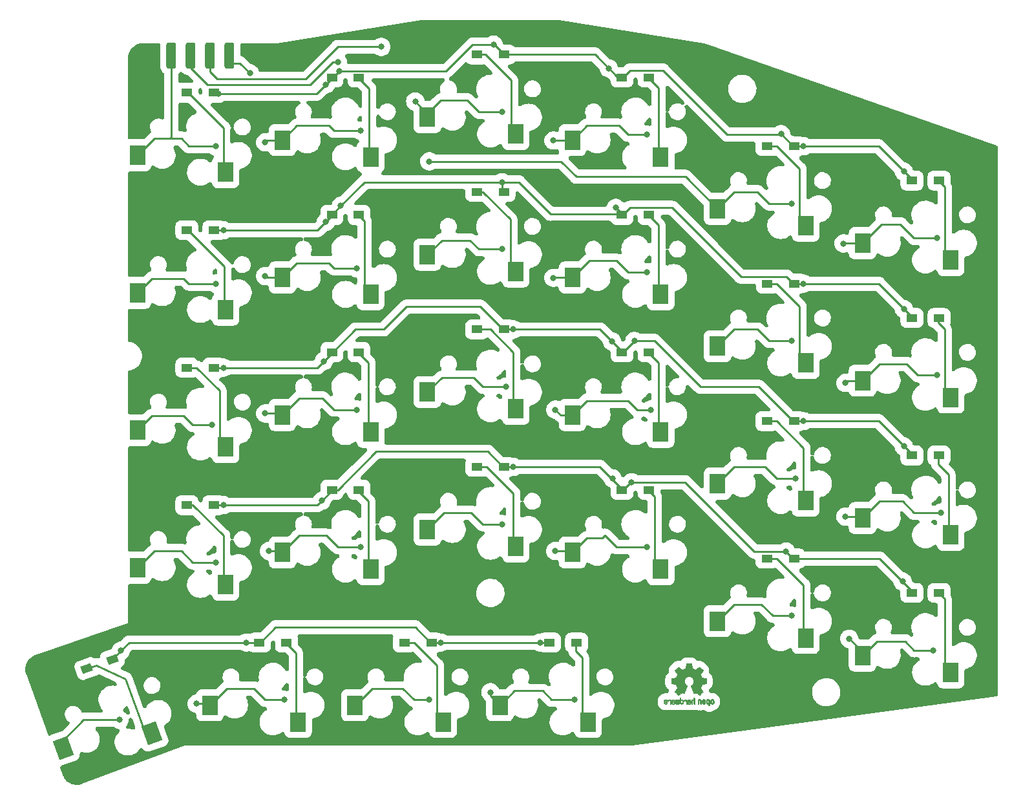
<source format=gbl>
%TF.GenerationSoftware,KiCad,Pcbnew,7.0.1-0*%
%TF.CreationDate,2023-04-06T16:29:47+08:00*%
%TF.ProjectId,Input,496e7075-742e-46b6-9963-61645f706362,2*%
%TF.SameCoordinates,PX7bfa480PY6052340*%
%TF.FileFunction,Copper,L2,Bot*%
%TF.FilePolarity,Positive*%
%FSLAX46Y46*%
G04 Gerber Fmt 4.6, Leading zero omitted, Abs format (unit mm)*
G04 Created by KiCad (PCBNEW 7.0.1-0) date 2023-04-06 16:29:47*
%MOMM*%
%LPD*%
G01*
G04 APERTURE LIST*
G04 Aperture macros list*
%AMRoundRect*
0 Rectangle with rounded corners*
0 $1 Rounding radius*
0 $2 $3 $4 $5 $6 $7 $8 $9 X,Y pos of 4 corners*
0 Add a 4 corners polygon primitive as box body*
4,1,4,$2,$3,$4,$5,$6,$7,$8,$9,$2,$3,0*
0 Add four circle primitives for the rounded corners*
1,1,$1+$1,$2,$3*
1,1,$1+$1,$4,$5*
1,1,$1+$1,$6,$7*
1,1,$1+$1,$8,$9*
0 Add four rect primitives between the rounded corners*
20,1,$1+$1,$2,$3,$4,$5,0*
20,1,$1+$1,$4,$5,$6,$7,0*
20,1,$1+$1,$6,$7,$8,$9,0*
20,1,$1+$1,$8,$9,$2,$3,0*%
%AMRotRect*
0 Rectangle, with rotation*
0 The origin of the aperture is its center*
0 $1 length*
0 $2 width*
0 $3 Rotation angle, in degrees counterclockwise*
0 Add horizontal line*
21,1,$1,$2,0,0,$3*%
G04 Aperture macros list end*
%TA.AperFunction,EtchedComponent*%
%ADD10C,0.010000*%
%TD*%
%TA.AperFunction,ConnectorPad*%
%ADD11RoundRect,0.317500X0.317500X1.397000X-0.317500X1.397000X-0.317500X-1.397000X0.317500X-1.397000X0*%
%TD*%
%TA.AperFunction,SMDPad,CuDef*%
%ADD12R,2.000000X2.600000*%
%TD*%
%TA.AperFunction,SMDPad,CuDef*%
%ADD13R,1.400000X1.000000*%
%TD*%
%TA.AperFunction,SMDPad,CuDef*%
%ADD14RotRect,2.000000X2.600000X20.000000*%
%TD*%
%TA.AperFunction,SMDPad,CuDef*%
%ADD15RotRect,1.400000X1.000000X200.000000*%
%TD*%
%TA.AperFunction,ViaPad*%
%ADD16C,0.800000*%
%TD*%
%TA.AperFunction,Conductor*%
%ADD17C,0.250000*%
%TD*%
G04 APERTURE END LIST*
%TO.C,REF\u002A\u002A*%
D10*
X61482829Y-38951097D02*
X61542753Y-38973355D01*
X61567673Y-38990080D01*
X61592910Y-39014043D01*
X61610912Y-39044526D01*
X61622858Y-39086023D01*
X61629930Y-39143032D01*
X61633308Y-39220047D01*
X61634171Y-39321565D01*
X61634002Y-39374027D01*
X61633153Y-39445715D01*
X61631711Y-39502925D01*
X61629814Y-39540809D01*
X61627597Y-39554514D01*
X61613172Y-39549981D01*
X61584054Y-39537670D01*
X61583181Y-39537272D01*
X61568060Y-39529356D01*
X61557891Y-39518495D01*
X61551691Y-39499471D01*
X61548478Y-39467069D01*
X61547270Y-39416071D01*
X61547086Y-39341261D01*
X61546714Y-39293804D01*
X61542750Y-39204615D01*
X61533673Y-39139287D01*
X61518524Y-39094393D01*
X61496345Y-39066507D01*
X61466175Y-39052203D01*
X61461990Y-39051206D01*
X61405480Y-39050427D01*
X61361410Y-39075744D01*
X61330972Y-39126502D01*
X61325544Y-39141175D01*
X61313171Y-39173649D01*
X61306905Y-39188572D01*
X61294036Y-39186516D01*
X61265933Y-39175357D01*
X61239721Y-39156927D01*
X61227771Y-39122098D01*
X61231336Y-39097151D01*
X61253235Y-39046547D01*
X61288644Y-38999128D01*
X61330052Y-38966334D01*
X61347400Y-38958752D01*
X61413089Y-38946076D01*
X61482829Y-38951097D01*
%TA.AperFunction,EtchedComponent*%
G36*
X61482829Y-38951097D02*
G01*
X61542753Y-38973355D01*
X61567673Y-38990080D01*
X61592910Y-39014043D01*
X61610912Y-39044526D01*
X61622858Y-39086023D01*
X61629930Y-39143032D01*
X61633308Y-39220047D01*
X61634171Y-39321565D01*
X61634002Y-39374027D01*
X61633153Y-39445715D01*
X61631711Y-39502925D01*
X61629814Y-39540809D01*
X61627597Y-39554514D01*
X61613172Y-39549981D01*
X61584054Y-39537670D01*
X61583181Y-39537272D01*
X61568060Y-39529356D01*
X61557891Y-39518495D01*
X61551691Y-39499471D01*
X61548478Y-39467069D01*
X61547270Y-39416071D01*
X61547086Y-39341261D01*
X61546714Y-39293804D01*
X61542750Y-39204615D01*
X61533673Y-39139287D01*
X61518524Y-39094393D01*
X61496345Y-39066507D01*
X61466175Y-39052203D01*
X61461990Y-39051206D01*
X61405480Y-39050427D01*
X61361410Y-39075744D01*
X61330972Y-39126502D01*
X61325544Y-39141175D01*
X61313171Y-39173649D01*
X61306905Y-39188572D01*
X61294036Y-39186516D01*
X61265933Y-39175357D01*
X61239721Y-39156927D01*
X61227771Y-39122098D01*
X61231336Y-39097151D01*
X61253235Y-39046547D01*
X61288644Y-38999128D01*
X61330052Y-38966334D01*
X61347400Y-38958752D01*
X61413089Y-38946076D01*
X61482829Y-38951097D01*
G37*
%TD.AperFunction*%
X65431020Y-38917822D02*
X65498810Y-38949680D01*
X65554366Y-39004770D01*
X65565881Y-39022016D01*
X65575432Y-39041562D01*
X65582206Y-39066198D01*
X65586819Y-39100711D01*
X65589888Y-39149889D01*
X65592029Y-39218519D01*
X65593859Y-39311389D01*
X65598404Y-39569007D01*
X65560225Y-39554491D01*
X65525268Y-39541156D01*
X65499097Y-39528323D01*
X65482013Y-39511780D01*
X65472086Y-39486465D01*
X65467386Y-39447316D01*
X65465982Y-39389268D01*
X65465943Y-39307261D01*
X65465744Y-39241895D01*
X65464559Y-39179173D01*
X65461729Y-39136334D01*
X65456609Y-39108220D01*
X65448553Y-39089675D01*
X65436914Y-39075543D01*
X65408303Y-39055600D01*
X65360239Y-39048083D01*
X65312688Y-39067079D01*
X65309550Y-39069511D01*
X65299769Y-39080748D01*
X65292553Y-39098770D01*
X65287299Y-39128026D01*
X65283402Y-39172962D01*
X65280256Y-39238028D01*
X65277257Y-39327670D01*
X65270000Y-39567697D01*
X65208314Y-39540044D01*
X65146629Y-39512391D01*
X65146629Y-39293246D01*
X65146884Y-39233711D01*
X65149086Y-39150892D01*
X65154661Y-39089227D01*
X65164941Y-39043748D01*
X65181258Y-39009484D01*
X65204943Y-38981466D01*
X65237328Y-38954723D01*
X65283907Y-38927780D01*
X65357287Y-38910191D01*
X65431020Y-38917822D01*
%TA.AperFunction,EtchedComponent*%
G36*
X65431020Y-38917822D02*
G01*
X65498810Y-38949680D01*
X65554366Y-39004770D01*
X65565881Y-39022016D01*
X65575432Y-39041562D01*
X65582206Y-39066198D01*
X65586819Y-39100711D01*
X65589888Y-39149889D01*
X65592029Y-39218519D01*
X65593859Y-39311389D01*
X65598404Y-39569007D01*
X65560225Y-39554491D01*
X65525268Y-39541156D01*
X65499097Y-39528323D01*
X65482013Y-39511780D01*
X65472086Y-39486465D01*
X65467386Y-39447316D01*
X65465982Y-39389268D01*
X65465943Y-39307261D01*
X65465744Y-39241895D01*
X65464559Y-39179173D01*
X65461729Y-39136334D01*
X65456609Y-39108220D01*
X65448553Y-39089675D01*
X65436914Y-39075543D01*
X65408303Y-39055600D01*
X65360239Y-39048083D01*
X65312688Y-39067079D01*
X65309550Y-39069511D01*
X65299769Y-39080748D01*
X65292553Y-39098770D01*
X65287299Y-39128026D01*
X65283402Y-39172962D01*
X65280256Y-39238028D01*
X65277257Y-39327670D01*
X65270000Y-39567697D01*
X65208314Y-39540044D01*
X65146629Y-39512391D01*
X65146629Y-39293246D01*
X65146884Y-39233711D01*
X65149086Y-39150892D01*
X65154661Y-39089227D01*
X65164941Y-39043748D01*
X65181258Y-39009484D01*
X65204943Y-38981466D01*
X65237328Y-38954723D01*
X65283907Y-38927780D01*
X65357287Y-38910191D01*
X65431020Y-38917822D01*
G37*
%TD.AperFunction*%
X63607691Y-38966467D02*
X63612273Y-38969003D01*
X63649704Y-38998057D01*
X63683170Y-39035410D01*
X63689007Y-39043852D01*
X63700165Y-39063553D01*
X63708136Y-39086935D01*
X63713618Y-39119067D01*
X63717307Y-39165019D01*
X63719899Y-39229859D01*
X63722092Y-39318657D01*
X63722402Y-39333669D01*
X63723400Y-39430999D01*
X63721994Y-39499934D01*
X63718164Y-39540948D01*
X63711889Y-39554514D01*
X63692898Y-39550452D01*
X63660638Y-39538144D01*
X63653041Y-39534545D01*
X63641176Y-39526398D01*
X63632994Y-39513004D01*
X63627643Y-39489608D01*
X63624269Y-39451455D01*
X63622019Y-39393790D01*
X63620040Y-39311857D01*
X63619498Y-39287907D01*
X63617403Y-39212266D01*
X63614683Y-39159328D01*
X63610515Y-39124075D01*
X63604079Y-39101487D01*
X63594550Y-39086544D01*
X63581106Y-39074227D01*
X63541305Y-39052634D01*
X63492341Y-39048476D01*
X63448529Y-39064999D01*
X63417008Y-39099210D01*
X63404914Y-39148114D01*
X63404578Y-39161407D01*
X63397972Y-39185472D01*
X63378470Y-39189144D01*
X63340283Y-39174813D01*
X63331438Y-39170217D01*
X63307534Y-39143186D01*
X63307061Y-39102994D01*
X63329836Y-39047409D01*
X63350727Y-39017117D01*
X63404142Y-38974084D01*
X63470074Y-38949755D01*
X63540574Y-38946443D01*
X63607691Y-38966467D01*
%TA.AperFunction,EtchedComponent*%
G36*
X63607691Y-38966467D02*
G01*
X63612273Y-38969003D01*
X63649704Y-38998057D01*
X63683170Y-39035410D01*
X63689007Y-39043852D01*
X63700165Y-39063553D01*
X63708136Y-39086935D01*
X63713618Y-39119067D01*
X63717307Y-39165019D01*
X63719899Y-39229859D01*
X63722092Y-39318657D01*
X63722402Y-39333669D01*
X63723400Y-39430999D01*
X63721994Y-39499934D01*
X63718164Y-39540948D01*
X63711889Y-39554514D01*
X63692898Y-39550452D01*
X63660638Y-39538144D01*
X63653041Y-39534545D01*
X63641176Y-39526398D01*
X63632994Y-39513004D01*
X63627643Y-39489608D01*
X63624269Y-39451455D01*
X63622019Y-39393790D01*
X63620040Y-39311857D01*
X63619498Y-39287907D01*
X63617403Y-39212266D01*
X63614683Y-39159328D01*
X63610515Y-39124075D01*
X63604079Y-39101487D01*
X63594550Y-39086544D01*
X63581106Y-39074227D01*
X63541305Y-39052634D01*
X63492341Y-39048476D01*
X63448529Y-39064999D01*
X63417008Y-39099210D01*
X63404914Y-39148114D01*
X63404578Y-39161407D01*
X63397972Y-39185472D01*
X63378470Y-39189144D01*
X63340283Y-39174813D01*
X63331438Y-39170217D01*
X63307534Y-39143186D01*
X63307061Y-39102994D01*
X63329836Y-39047409D01*
X63350727Y-39017117D01*
X63404142Y-38974084D01*
X63470074Y-38949755D01*
X63540574Y-38946443D01*
X63607691Y-38966467D01*
G37*
%TD.AperFunction*%
X64678543Y-38749444D02*
X64725714Y-38769342D01*
X64725714Y-39166509D01*
X64725519Y-39269498D01*
X64724998Y-39362141D01*
X64724199Y-39440700D01*
X64723172Y-39501439D01*
X64721963Y-39540623D01*
X64720623Y-39554514D01*
X64720099Y-39554468D01*
X64702287Y-39549420D01*
X64669823Y-39538580D01*
X64624114Y-39522646D01*
X64624114Y-39318173D01*
X64623824Y-39237832D01*
X64622474Y-39179562D01*
X64619369Y-39139909D01*
X64613812Y-39113618D01*
X64605107Y-39095436D01*
X64592556Y-39080107D01*
X64583999Y-39071955D01*
X64537728Y-39049375D01*
X64486728Y-39051375D01*
X64439993Y-39078073D01*
X64433189Y-39084698D01*
X64422293Y-39098456D01*
X64414836Y-39116642D01*
X64410169Y-39144177D01*
X64407642Y-39185981D01*
X64406602Y-39246973D01*
X64406400Y-39332073D01*
X64406303Y-39375234D01*
X64405674Y-39446224D01*
X64404556Y-39503076D01*
X64403063Y-39540828D01*
X64401309Y-39554514D01*
X64400785Y-39554468D01*
X64382973Y-39549420D01*
X64350509Y-39538580D01*
X64304800Y-39522646D01*
X64304823Y-39317237D01*
X64304857Y-39298951D01*
X64306778Y-39203626D01*
X64312678Y-39131543D01*
X64324001Y-39077813D01*
X64342187Y-39037549D01*
X64368679Y-39005861D01*
X64404918Y-38977861D01*
X64440263Y-38960333D01*
X64496773Y-38946785D01*
X64552356Y-38946015D01*
X64595086Y-38959195D01*
X64598298Y-38961015D01*
X64608205Y-38960820D01*
X64614975Y-38945572D01*
X64619861Y-38910613D01*
X64624114Y-38851289D01*
X64631371Y-38729547D01*
X64678543Y-38749444D01*
%TA.AperFunction,EtchedComponent*%
G36*
X64678543Y-38749444D02*
G01*
X64725714Y-38769342D01*
X64725714Y-39166509D01*
X64725519Y-39269498D01*
X64724998Y-39362141D01*
X64724199Y-39440700D01*
X64723172Y-39501439D01*
X64721963Y-39540623D01*
X64720623Y-39554514D01*
X64720099Y-39554468D01*
X64702287Y-39549420D01*
X64669823Y-39538580D01*
X64624114Y-39522646D01*
X64624114Y-39318173D01*
X64623824Y-39237832D01*
X64622474Y-39179562D01*
X64619369Y-39139909D01*
X64613812Y-39113618D01*
X64605107Y-39095436D01*
X64592556Y-39080107D01*
X64583999Y-39071955D01*
X64537728Y-39049375D01*
X64486728Y-39051375D01*
X64439993Y-39078073D01*
X64433189Y-39084698D01*
X64422293Y-39098456D01*
X64414836Y-39116642D01*
X64410169Y-39144177D01*
X64407642Y-39185981D01*
X64406602Y-39246973D01*
X64406400Y-39332073D01*
X64406303Y-39375234D01*
X64405674Y-39446224D01*
X64404556Y-39503076D01*
X64403063Y-39540828D01*
X64401309Y-39554514D01*
X64400785Y-39554468D01*
X64382973Y-39549420D01*
X64350509Y-39538580D01*
X64304800Y-39522646D01*
X64304823Y-39317237D01*
X64304857Y-39298951D01*
X64306778Y-39203626D01*
X64312678Y-39131543D01*
X64324001Y-39077813D01*
X64342187Y-39037549D01*
X64368679Y-39005861D01*
X64404918Y-38977861D01*
X64440263Y-38960333D01*
X64496773Y-38946785D01*
X64552356Y-38946015D01*
X64595086Y-38959195D01*
X64598298Y-38961015D01*
X64608205Y-38960820D01*
X64614975Y-38945572D01*
X64619861Y-38910613D01*
X64624114Y-38851289D01*
X64631371Y-38729547D01*
X64678543Y-38749444D01*
G37*
%TD.AperFunction*%
X62653941Y-38949282D02*
X62685774Y-38961758D01*
X62722743Y-38978602D01*
X62722743Y-39465196D01*
X62676812Y-39511127D01*
X62666320Y-39521427D01*
X62637255Y-39544320D01*
X62607943Y-39551735D01*
X62564326Y-39548321D01*
X62546568Y-39546114D01*
X62500767Y-39541445D01*
X62468743Y-39539585D01*
X62459244Y-39539869D01*
X62420274Y-39542948D01*
X62373160Y-39548321D01*
X62358085Y-39550168D01*
X62320110Y-39550893D01*
X62292325Y-39539429D01*
X62260674Y-39511127D01*
X62214743Y-39465196D01*
X62214743Y-39205055D01*
X62215101Y-39128180D01*
X62216216Y-39054886D01*
X62217952Y-38996850D01*
X62220167Y-38958663D01*
X62222721Y-38944914D01*
X62223256Y-38944951D01*
X62241808Y-38951793D01*
X62273153Y-38966868D01*
X62315608Y-38988822D01*
X62319604Y-39217240D01*
X62323600Y-39445657D01*
X62410686Y-39445657D01*
X62414657Y-39195286D01*
X62415916Y-39127227D01*
X62417718Y-39054482D01*
X62419671Y-38996730D01*
X62421612Y-38958648D01*
X62423377Y-38944914D01*
X62423885Y-38944962D01*
X62441482Y-38950015D01*
X62473834Y-38960849D01*
X62519543Y-38976783D01*
X62519765Y-39196706D01*
X62519988Y-39234909D01*
X62521531Y-39309146D01*
X62524292Y-39371145D01*
X62527977Y-39415308D01*
X62532292Y-39436041D01*
X62547732Y-39447131D01*
X62579241Y-39450556D01*
X62613886Y-39445657D01*
X62617857Y-39195286D01*
X62619278Y-39131663D01*
X62622225Y-39056356D01*
X62626079Y-38997286D01*
X62630542Y-38958718D01*
X62635317Y-38944914D01*
X62653941Y-38949282D01*
%TA.AperFunction,EtchedComponent*%
G36*
X62653941Y-38949282D02*
G01*
X62685774Y-38961758D01*
X62722743Y-38978602D01*
X62722743Y-39465196D01*
X62676812Y-39511127D01*
X62666320Y-39521427D01*
X62637255Y-39544320D01*
X62607943Y-39551735D01*
X62564326Y-39548321D01*
X62546568Y-39546114D01*
X62500767Y-39541445D01*
X62468743Y-39539585D01*
X62459244Y-39539869D01*
X62420274Y-39542948D01*
X62373160Y-39548321D01*
X62358085Y-39550168D01*
X62320110Y-39550893D01*
X62292325Y-39539429D01*
X62260674Y-39511127D01*
X62214743Y-39465196D01*
X62214743Y-39205055D01*
X62215101Y-39128180D01*
X62216216Y-39054886D01*
X62217952Y-38996850D01*
X62220167Y-38958663D01*
X62222721Y-38944914D01*
X62223256Y-38944951D01*
X62241808Y-38951793D01*
X62273153Y-38966868D01*
X62315608Y-38988822D01*
X62319604Y-39217240D01*
X62323600Y-39445657D01*
X62410686Y-39445657D01*
X62414657Y-39195286D01*
X62415916Y-39127227D01*
X62417718Y-39054482D01*
X62419671Y-38996730D01*
X62421612Y-38958648D01*
X62423377Y-38944914D01*
X62423885Y-38944962D01*
X62441482Y-38950015D01*
X62473834Y-38960849D01*
X62519543Y-38976783D01*
X62519765Y-39196706D01*
X62519988Y-39234909D01*
X62521531Y-39309146D01*
X62524292Y-39371145D01*
X62527977Y-39415308D01*
X62532292Y-39436041D01*
X62547732Y-39447131D01*
X62579241Y-39450556D01*
X62613886Y-39445657D01*
X62617857Y-39195286D01*
X62619278Y-39131663D01*
X62622225Y-39056356D01*
X62626079Y-38997286D01*
X62630542Y-38958718D01*
X62635317Y-38944914D01*
X62653941Y-38949282D01*
G37*
%TD.AperFunction*%
X67265678Y-39230192D02*
X67265714Y-39235200D01*
X67265701Y-39250935D01*
X67264914Y-39321119D01*
X67262210Y-39370022D01*
X67256606Y-39404178D01*
X67247119Y-39430124D01*
X67232768Y-39454397D01*
X67229237Y-39459433D01*
X67191878Y-39499143D01*
X67149311Y-39529092D01*
X67127452Y-39538810D01*
X67048908Y-39555020D01*
X66971231Y-39544535D01*
X66899645Y-39508707D01*
X66839374Y-39448887D01*
X66834286Y-39440873D01*
X66817730Y-39394342D01*
X66806573Y-39329552D01*
X66801160Y-39254727D01*
X66801768Y-39185513D01*
X66948248Y-39185513D01*
X66949402Y-39281399D01*
X66949866Y-39287569D01*
X66956629Y-39340478D01*
X66968671Y-39374029D01*
X66989005Y-39397016D01*
X67023097Y-39418548D01*
X67056814Y-39419680D01*
X67091543Y-39394857D01*
X67097584Y-39388325D01*
X67109417Y-39368779D01*
X67116404Y-39340386D01*
X67119727Y-39296430D01*
X67120571Y-39230192D01*
X67119125Y-39168150D01*
X67111907Y-39109042D01*
X67097006Y-39071686D01*
X67072636Y-39052152D01*
X67037008Y-39046514D01*
X67023440Y-39047635D01*
X66985430Y-39068194D01*
X66960312Y-39114299D01*
X66948248Y-39185513D01*
X66801768Y-39185513D01*
X66801833Y-39178096D01*
X66808937Y-39107882D01*
X66822815Y-39052312D01*
X66840649Y-39015301D01*
X66890855Y-38957733D01*
X66958885Y-38921962D01*
X67042158Y-38909665D01*
X67064398Y-38910331D01*
X67129891Y-38923947D01*
X67183687Y-38958249D01*
X67233057Y-39017338D01*
X67235995Y-39021722D01*
X67249287Y-39045299D01*
X67257932Y-39071949D01*
X67262904Y-39108159D01*
X67265174Y-39160413D01*
X67265678Y-39230192D01*
%TA.AperFunction,EtchedComponent*%
G36*
X67265678Y-39230192D02*
G01*
X67265714Y-39235200D01*
X67265701Y-39250935D01*
X67264914Y-39321119D01*
X67262210Y-39370022D01*
X67256606Y-39404178D01*
X67247119Y-39430124D01*
X67232768Y-39454397D01*
X67229237Y-39459433D01*
X67191878Y-39499143D01*
X67149311Y-39529092D01*
X67127452Y-39538810D01*
X67048908Y-39555020D01*
X66971231Y-39544535D01*
X66899645Y-39508707D01*
X66839374Y-39448887D01*
X66834286Y-39440873D01*
X66817730Y-39394342D01*
X66806573Y-39329552D01*
X66801160Y-39254727D01*
X66801768Y-39185513D01*
X66948248Y-39185513D01*
X66949402Y-39281399D01*
X66949866Y-39287569D01*
X66956629Y-39340478D01*
X66968671Y-39374029D01*
X66989005Y-39397016D01*
X67023097Y-39418548D01*
X67056814Y-39419680D01*
X67091543Y-39394857D01*
X67097584Y-39388325D01*
X67109417Y-39368779D01*
X67116404Y-39340386D01*
X67119727Y-39296430D01*
X67120571Y-39230192D01*
X67119125Y-39168150D01*
X67111907Y-39109042D01*
X67097006Y-39071686D01*
X67072636Y-39052152D01*
X67037008Y-39046514D01*
X67023440Y-39047635D01*
X66985430Y-39068194D01*
X66960312Y-39114299D01*
X66948248Y-39185513D01*
X66801768Y-39185513D01*
X66801833Y-39178096D01*
X66808937Y-39107882D01*
X66822815Y-39052312D01*
X66840649Y-39015301D01*
X66890855Y-38957733D01*
X66958885Y-38921962D01*
X67042158Y-38909665D01*
X67064398Y-38910331D01*
X67129891Y-38923947D01*
X67183687Y-38958249D01*
X67233057Y-39017338D01*
X67235995Y-39021722D01*
X67249287Y-39045299D01*
X67257932Y-39071949D01*
X67262904Y-39108159D01*
X67265174Y-39160413D01*
X67265678Y-39230192D01*
G37*
%TD.AperFunction*%
X61139628Y-39206247D02*
X61140590Y-39252622D01*
X61140307Y-39291305D01*
X61136762Y-39367521D01*
X61127483Y-39423294D01*
X61110375Y-39464613D01*
X61083344Y-39497467D01*
X61044292Y-39527846D01*
X61019445Y-39541660D01*
X60979615Y-39550965D01*
X60923665Y-39550230D01*
X60892385Y-39547283D01*
X60854653Y-39538283D01*
X60824494Y-39518720D01*
X60789408Y-39482267D01*
X60784720Y-39476943D01*
X60753177Y-39435969D01*
X60738128Y-39400283D01*
X60734286Y-39357966D01*
X60734286Y-39295779D01*
X60777742Y-39312182D01*
X60809424Y-39331356D01*
X60836962Y-39376347D01*
X60842711Y-39390752D01*
X60874855Y-39431546D01*
X60918611Y-39452081D01*
X60966254Y-39450235D01*
X61010057Y-39423886D01*
X61025111Y-39407455D01*
X61038763Y-39382667D01*
X61034493Y-39360144D01*
X61009916Y-39336964D01*
X60962651Y-39310202D01*
X60890314Y-39276934D01*
X60741543Y-39211816D01*
X60737595Y-39147308D01*
X60739079Y-39106220D01*
X60836010Y-39106220D01*
X60843368Y-39131657D01*
X60876848Y-39158814D01*
X60937614Y-39189714D01*
X60947669Y-39194190D01*
X60995751Y-39215017D01*
X61031726Y-39229665D01*
X61048444Y-39235200D01*
X61050977Y-39231126D01*
X61051993Y-39206247D01*
X61048369Y-39166257D01*
X61039242Y-39127152D01*
X61010773Y-39077884D01*
X60969678Y-39050122D01*
X60920590Y-39046364D01*
X60868144Y-39069109D01*
X60853609Y-39080481D01*
X60836010Y-39106220D01*
X60739079Y-39106220D01*
X60739338Y-39099064D01*
X60761281Y-39038096D01*
X60788979Y-39004497D01*
X60846405Y-38966966D01*
X60914527Y-38948006D01*
X60984947Y-38949507D01*
X61049267Y-38973355D01*
X61063426Y-38982513D01*
X61095904Y-39010849D01*
X61118116Y-39046695D01*
X61131804Y-39095384D01*
X61138715Y-39162249D01*
X61139628Y-39206247D01*
%TA.AperFunction,EtchedComponent*%
G36*
X61139628Y-39206247D02*
G01*
X61140590Y-39252622D01*
X61140307Y-39291305D01*
X61136762Y-39367521D01*
X61127483Y-39423294D01*
X61110375Y-39464613D01*
X61083344Y-39497467D01*
X61044292Y-39527846D01*
X61019445Y-39541660D01*
X60979615Y-39550965D01*
X60923665Y-39550230D01*
X60892385Y-39547283D01*
X60854653Y-39538283D01*
X60824494Y-39518720D01*
X60789408Y-39482267D01*
X60784720Y-39476943D01*
X60753177Y-39435969D01*
X60738128Y-39400283D01*
X60734286Y-39357966D01*
X60734286Y-39295779D01*
X60777742Y-39312182D01*
X60809424Y-39331356D01*
X60836962Y-39376347D01*
X60842711Y-39390752D01*
X60874855Y-39431546D01*
X60918611Y-39452081D01*
X60966254Y-39450235D01*
X61010057Y-39423886D01*
X61025111Y-39407455D01*
X61038763Y-39382667D01*
X61034493Y-39360144D01*
X61009916Y-39336964D01*
X60962651Y-39310202D01*
X60890314Y-39276934D01*
X60741543Y-39211816D01*
X60737595Y-39147308D01*
X60739079Y-39106220D01*
X60836010Y-39106220D01*
X60843368Y-39131657D01*
X60876848Y-39158814D01*
X60937614Y-39189714D01*
X60947669Y-39194190D01*
X60995751Y-39215017D01*
X61031726Y-39229665D01*
X61048444Y-39235200D01*
X61050977Y-39231126D01*
X61051993Y-39206247D01*
X61048369Y-39166257D01*
X61039242Y-39127152D01*
X61010773Y-39077884D01*
X60969678Y-39050122D01*
X60920590Y-39046364D01*
X60868144Y-39069109D01*
X60853609Y-39080481D01*
X60836010Y-39106220D01*
X60739079Y-39106220D01*
X60739338Y-39099064D01*
X60761281Y-39038096D01*
X60788979Y-39004497D01*
X60846405Y-38966966D01*
X60914527Y-38948006D01*
X60984947Y-38949507D01*
X61049267Y-38973355D01*
X61063426Y-38982513D01*
X61095904Y-39010849D01*
X61118116Y-39046695D01*
X61131804Y-39095384D01*
X61138715Y-39162249D01*
X61139628Y-39206247D01*
G37*
%TD.AperFunction*%
X63230542Y-39245647D02*
X63230698Y-39249714D01*
X63229537Y-39306313D01*
X63221345Y-39383462D01*
X63203519Y-39441276D01*
X63173975Y-39485422D01*
X63130625Y-39521568D01*
X63089332Y-39542463D01*
X63019987Y-39554090D01*
X62950736Y-39541377D01*
X62888145Y-39505945D01*
X62838779Y-39449418D01*
X62832818Y-39438995D01*
X62824945Y-39420733D01*
X62819106Y-39397429D01*
X62814999Y-39365085D01*
X62812325Y-39319704D01*
X62810781Y-39257287D01*
X62810734Y-39251748D01*
X62911429Y-39251748D01*
X62911772Y-39304577D01*
X62913942Y-39352362D01*
X62919307Y-39383209D01*
X62929217Y-39403935D01*
X62945021Y-39421356D01*
X62948724Y-39424705D01*
X62996299Y-39449419D01*
X63046635Y-39446890D01*
X63093517Y-39417288D01*
X63107477Y-39401953D01*
X63119160Y-39381622D01*
X63125686Y-39353514D01*
X63128524Y-39310550D01*
X63129143Y-39245647D01*
X63128837Y-39196122D01*
X63126722Y-39147782D01*
X63121390Y-39116587D01*
X63111460Y-39095647D01*
X63095550Y-39078073D01*
X63086204Y-39070159D01*
X63037776Y-39048843D01*
X62987040Y-39052198D01*
X62942987Y-39080107D01*
X62933504Y-39091173D01*
X62921939Y-39112009D01*
X62915252Y-39141106D01*
X62912173Y-39185381D01*
X62911429Y-39251748D01*
X62810734Y-39251748D01*
X62810067Y-39173837D01*
X62809883Y-39065358D01*
X62809829Y-38728601D01*
X62857000Y-38748362D01*
X62869472Y-38753770D01*
X62889324Y-38765985D01*
X62900687Y-38784482D01*
X62906933Y-38816829D01*
X62911429Y-38870593D01*
X62915535Y-38918866D01*
X62920963Y-38950557D01*
X62928739Y-38962383D01*
X62940457Y-38959212D01*
X62970318Y-38948067D01*
X63023684Y-38945304D01*
X63081093Y-38955625D01*
X63130625Y-38977861D01*
X63157876Y-38998443D01*
X63192865Y-39038600D01*
X63215274Y-39090086D01*
X63227190Y-39158568D01*
X63230542Y-39245647D01*
%TA.AperFunction,EtchedComponent*%
G36*
X63230542Y-39245647D02*
G01*
X63230698Y-39249714D01*
X63229537Y-39306313D01*
X63221345Y-39383462D01*
X63203519Y-39441276D01*
X63173975Y-39485422D01*
X63130625Y-39521568D01*
X63089332Y-39542463D01*
X63019987Y-39554090D01*
X62950736Y-39541377D01*
X62888145Y-39505945D01*
X62838779Y-39449418D01*
X62832818Y-39438995D01*
X62824945Y-39420733D01*
X62819106Y-39397429D01*
X62814999Y-39365085D01*
X62812325Y-39319704D01*
X62810781Y-39257287D01*
X62810734Y-39251748D01*
X62911429Y-39251748D01*
X62911772Y-39304577D01*
X62913942Y-39352362D01*
X62919307Y-39383209D01*
X62929217Y-39403935D01*
X62945021Y-39421356D01*
X62948724Y-39424705D01*
X62996299Y-39449419D01*
X63046635Y-39446890D01*
X63093517Y-39417288D01*
X63107477Y-39401953D01*
X63119160Y-39381622D01*
X63125686Y-39353514D01*
X63128524Y-39310550D01*
X63129143Y-39245647D01*
X63128837Y-39196122D01*
X63126722Y-39147782D01*
X63121390Y-39116587D01*
X63111460Y-39095647D01*
X63095550Y-39078073D01*
X63086204Y-39070159D01*
X63037776Y-39048843D01*
X62987040Y-39052198D01*
X62942987Y-39080107D01*
X62933504Y-39091173D01*
X62921939Y-39112009D01*
X62915252Y-39141106D01*
X62912173Y-39185381D01*
X62911429Y-39251748D01*
X62810734Y-39251748D01*
X62810067Y-39173837D01*
X62809883Y-39065358D01*
X62809829Y-38728601D01*
X62857000Y-38748362D01*
X62869472Y-38753770D01*
X62889324Y-38765985D01*
X62900687Y-38784482D01*
X62906933Y-38816829D01*
X62911429Y-38870593D01*
X62915535Y-38918866D01*
X62920963Y-38950557D01*
X62928739Y-38962383D01*
X62940457Y-38959212D01*
X62970318Y-38948067D01*
X63023684Y-38945304D01*
X63081093Y-38955625D01*
X63130625Y-38977861D01*
X63157876Y-38998443D01*
X63192865Y-39038600D01*
X63215274Y-39090086D01*
X63227190Y-39158568D01*
X63230542Y-39245647D01*
G37*
%TD.AperFunction*%
X66156767Y-39142748D02*
X66162299Y-39194055D01*
X66157684Y-39304078D01*
X66155078Y-39327387D01*
X66135660Y-39410352D01*
X66100573Y-39473448D01*
X66047212Y-39521808D01*
X66044196Y-39523804D01*
X65976362Y-39552185D01*
X65905535Y-39554711D01*
X65837289Y-39533097D01*
X65777196Y-39489062D01*
X65730829Y-39424322D01*
X65730050Y-39422761D01*
X65714643Y-39382558D01*
X65703357Y-39336866D01*
X65697370Y-39293972D01*
X65697861Y-39262160D01*
X65706007Y-39249714D01*
X65713244Y-39250471D01*
X65747851Y-39264235D01*
X65787078Y-39289546D01*
X65820448Y-39318845D01*
X65837483Y-39344572D01*
X65855192Y-39379471D01*
X65891485Y-39411212D01*
X65933630Y-39423886D01*
X65949077Y-39420221D01*
X65979569Y-39401774D01*
X66006128Y-39376166D01*
X66017486Y-39352934D01*
X66017482Y-39352848D01*
X66004596Y-39342179D01*
X65970241Y-39322933D01*
X65919593Y-39297813D01*
X65857829Y-39269524D01*
X65857489Y-39269374D01*
X65790388Y-39239498D01*
X65745411Y-39217973D01*
X65718145Y-39201437D01*
X65704178Y-39186531D01*
X65699097Y-39169893D01*
X65698490Y-39148162D01*
X65702712Y-39107013D01*
X65846000Y-39107013D01*
X65860791Y-39119949D01*
X65897644Y-39139333D01*
X65898725Y-39139881D01*
X65942205Y-39160587D01*
X65981102Y-39177105D01*
X66005778Y-39184093D01*
X66015676Y-39174753D01*
X66017486Y-39142748D01*
X66009966Y-39102915D01*
X65983897Y-39066717D01*
X65946154Y-39047950D01*
X65904077Y-39049845D01*
X65865005Y-39075632D01*
X65849647Y-39093451D01*
X65846000Y-39107013D01*
X65702712Y-39107013D01*
X65703833Y-39096086D01*
X65730251Y-39025335D01*
X65774473Y-38969735D01*
X65831697Y-38931239D01*
X65897120Y-38911797D01*
X65965937Y-38913359D01*
X66033347Y-38937878D01*
X66094544Y-38987302D01*
X66128450Y-39036212D01*
X66152806Y-39106027D01*
X66156767Y-39142748D01*
%TA.AperFunction,EtchedComponent*%
G36*
X66156767Y-39142748D02*
G01*
X66162299Y-39194055D01*
X66157684Y-39304078D01*
X66155078Y-39327387D01*
X66135660Y-39410352D01*
X66100573Y-39473448D01*
X66047212Y-39521808D01*
X66044196Y-39523804D01*
X65976362Y-39552185D01*
X65905535Y-39554711D01*
X65837289Y-39533097D01*
X65777196Y-39489062D01*
X65730829Y-39424322D01*
X65730050Y-39422761D01*
X65714643Y-39382558D01*
X65703357Y-39336866D01*
X65697370Y-39293972D01*
X65697861Y-39262160D01*
X65706007Y-39249714D01*
X65713244Y-39250471D01*
X65747851Y-39264235D01*
X65787078Y-39289546D01*
X65820448Y-39318845D01*
X65837483Y-39344572D01*
X65855192Y-39379471D01*
X65891485Y-39411212D01*
X65933630Y-39423886D01*
X65949077Y-39420221D01*
X65979569Y-39401774D01*
X66006128Y-39376166D01*
X66017486Y-39352934D01*
X66017482Y-39352848D01*
X66004596Y-39342179D01*
X65970241Y-39322933D01*
X65919593Y-39297813D01*
X65857829Y-39269524D01*
X65857489Y-39269374D01*
X65790388Y-39239498D01*
X65745411Y-39217973D01*
X65718145Y-39201437D01*
X65704178Y-39186531D01*
X65699097Y-39169893D01*
X65698490Y-39148162D01*
X65702712Y-39107013D01*
X65846000Y-39107013D01*
X65860791Y-39119949D01*
X65897644Y-39139333D01*
X65898725Y-39139881D01*
X65942205Y-39160587D01*
X65981102Y-39177105D01*
X66005778Y-39184093D01*
X66015676Y-39174753D01*
X66017486Y-39142748D01*
X66009966Y-39102915D01*
X65983897Y-39066717D01*
X65946154Y-39047950D01*
X65904077Y-39049845D01*
X65865005Y-39075632D01*
X65849647Y-39093451D01*
X65846000Y-39107013D01*
X65702712Y-39107013D01*
X65703833Y-39096086D01*
X65730251Y-39025335D01*
X65774473Y-38969735D01*
X65831697Y-38931239D01*
X65897120Y-38911797D01*
X65965937Y-38913359D01*
X66033347Y-38937878D01*
X66094544Y-38987302D01*
X66128450Y-39036212D01*
X66152806Y-39106027D01*
X66156767Y-39142748D01*
G37*
%TD.AperFunction*%
X64089483Y-38960569D02*
X64139376Y-38989661D01*
X64161325Y-39012327D01*
X64203504Y-39080082D01*
X64217714Y-39153950D01*
X64217714Y-39204770D01*
X64170999Y-39185128D01*
X64138692Y-39165308D01*
X64113231Y-39124160D01*
X64110616Y-39115675D01*
X64082478Y-39072451D01*
X64040067Y-39049103D01*
X63991370Y-39048100D01*
X63944373Y-39071914D01*
X63937357Y-39078056D01*
X63913893Y-39104745D01*
X63910019Y-39128014D01*
X63927768Y-39150862D01*
X63969179Y-39176287D01*
X64036286Y-39207288D01*
X64040824Y-39209252D01*
X64115322Y-39243990D01*
X64166203Y-39274763D01*
X64197525Y-39305488D01*
X64213343Y-39340082D01*
X64217714Y-39382462D01*
X64211986Y-39429446D01*
X64183062Y-39489585D01*
X64132178Y-39532788D01*
X64095374Y-39545759D01*
X64043434Y-39552856D01*
X63992999Y-39551340D01*
X63956983Y-39540632D01*
X63953158Y-39537966D01*
X63942998Y-39519337D01*
X63950048Y-39486505D01*
X63962297Y-39460735D01*
X63981939Y-39450006D01*
X64019191Y-39450539D01*
X64070908Y-39447462D01*
X64104701Y-39426212D01*
X64116114Y-39386877D01*
X64116104Y-39385747D01*
X64109187Y-39362913D01*
X64085659Y-39341963D01*
X64039914Y-39317815D01*
X63977704Y-39288741D01*
X63936499Y-39272925D01*
X63912712Y-39273944D01*
X63901597Y-39294837D01*
X63898408Y-39338641D01*
X63898400Y-39408393D01*
X63898044Y-39451452D01*
X63896413Y-39504626D01*
X63893761Y-39541022D01*
X63890422Y-39554514D01*
X63889530Y-39554423D01*
X63870237Y-39547110D01*
X63838284Y-39531678D01*
X63794124Y-39508842D01*
X63799371Y-39303078D01*
X63799736Y-39289432D01*
X63803904Y-39193651D01*
X63811268Y-39121462D01*
X63823330Y-39068058D01*
X63841593Y-39028633D01*
X63867560Y-38998380D01*
X63902733Y-38972493D01*
X63903384Y-38972087D01*
X63960256Y-38950968D01*
X64026033Y-38947400D01*
X64089483Y-38960569D01*
%TA.AperFunction,EtchedComponent*%
G36*
X64089483Y-38960569D02*
G01*
X64139376Y-38989661D01*
X64161325Y-39012327D01*
X64203504Y-39080082D01*
X64217714Y-39153950D01*
X64217714Y-39204770D01*
X64170999Y-39185128D01*
X64138692Y-39165308D01*
X64113231Y-39124160D01*
X64110616Y-39115675D01*
X64082478Y-39072451D01*
X64040067Y-39049103D01*
X63991370Y-39048100D01*
X63944373Y-39071914D01*
X63937357Y-39078056D01*
X63913893Y-39104745D01*
X63910019Y-39128014D01*
X63927768Y-39150862D01*
X63969179Y-39176287D01*
X64036286Y-39207288D01*
X64040824Y-39209252D01*
X64115322Y-39243990D01*
X64166203Y-39274763D01*
X64197525Y-39305488D01*
X64213343Y-39340082D01*
X64217714Y-39382462D01*
X64211986Y-39429446D01*
X64183062Y-39489585D01*
X64132178Y-39532788D01*
X64095374Y-39545759D01*
X64043434Y-39552856D01*
X63992999Y-39551340D01*
X63956983Y-39540632D01*
X63953158Y-39537966D01*
X63942998Y-39519337D01*
X63950048Y-39486505D01*
X63962297Y-39460735D01*
X63981939Y-39450006D01*
X64019191Y-39450539D01*
X64070908Y-39447462D01*
X64104701Y-39426212D01*
X64116114Y-39386877D01*
X64116104Y-39385747D01*
X64109187Y-39362913D01*
X64085659Y-39341963D01*
X64039914Y-39317815D01*
X63977704Y-39288741D01*
X63936499Y-39272925D01*
X63912712Y-39273944D01*
X63901597Y-39294837D01*
X63898408Y-39338641D01*
X63898400Y-39408393D01*
X63898044Y-39451452D01*
X63896413Y-39504626D01*
X63893761Y-39541022D01*
X63890422Y-39554514D01*
X63889530Y-39554423D01*
X63870237Y-39547110D01*
X63838284Y-39531678D01*
X63794124Y-39508842D01*
X63799371Y-39303078D01*
X63799736Y-39289432D01*
X63803904Y-39193651D01*
X63811268Y-39121462D01*
X63823330Y-39068058D01*
X63841593Y-39028633D01*
X63867560Y-38998380D01*
X63902733Y-38972493D01*
X63903384Y-38972087D01*
X63960256Y-38950968D01*
X64026033Y-38947400D01*
X64089483Y-38960569D01*
G37*
%TD.AperFunction*%
X66708528Y-39228603D02*
X66709815Y-39301524D01*
X66711252Y-39413000D01*
X66711651Y-39445339D01*
X66712929Y-39553455D01*
X66713185Y-39636186D01*
X66711634Y-39696426D01*
X66707490Y-39737073D01*
X66699964Y-39761023D01*
X66688271Y-39771171D01*
X66671624Y-39770414D01*
X66649236Y-39761648D01*
X66620321Y-39747769D01*
X66614142Y-39744808D01*
X66588413Y-39730311D01*
X66574976Y-39713065D01*
X66569834Y-39684308D01*
X66568990Y-39635283D01*
X66568952Y-39547257D01*
X66478276Y-39547257D01*
X66422498Y-39544815D01*
X66378640Y-39534908D01*
X66342218Y-39514886D01*
X66339503Y-39512929D01*
X66302546Y-39479869D01*
X66276826Y-39439931D01*
X66260606Y-39387657D01*
X66252148Y-39317588D01*
X66250083Y-39238430D01*
X66394857Y-39238430D01*
X66394882Y-39251697D01*
X66396261Y-39311584D01*
X66400687Y-39350732D01*
X66409461Y-39376153D01*
X66423886Y-39394857D01*
X66424784Y-39395750D01*
X66460237Y-39419952D01*
X66494596Y-39417567D01*
X66533403Y-39388260D01*
X66542895Y-39378244D01*
X66556876Y-39357708D01*
X66564760Y-39330997D01*
X66568245Y-39290499D01*
X66569029Y-39228603D01*
X66568350Y-39191130D01*
X66560983Y-39122980D01*
X66544168Y-39078330D01*
X66516234Y-39053926D01*
X66475509Y-39046514D01*
X66458350Y-39048094D01*
X66428660Y-39063766D01*
X66409031Y-39098691D01*
X66398188Y-39155901D01*
X66394857Y-39238430D01*
X66250083Y-39238430D01*
X66249714Y-39224267D01*
X66250253Y-39156169D01*
X66252707Y-39104587D01*
X66258158Y-39068816D01*
X66267686Y-39042015D01*
X66282371Y-39017338D01*
X66295852Y-38998480D01*
X66344799Y-38947568D01*
X66400256Y-38919918D01*
X66469928Y-38911165D01*
X66549664Y-38919890D01*
X66618595Y-38951185D01*
X66673113Y-39006381D01*
X66677223Y-39012224D01*
X66686808Y-39027753D01*
X66694151Y-39045498D01*
X66699612Y-39069290D01*
X66703550Y-39102958D01*
X66706323Y-39150333D01*
X66708292Y-39215245D01*
X66708528Y-39228603D01*
%TA.AperFunction,EtchedComponent*%
G36*
X66708528Y-39228603D02*
G01*
X66709815Y-39301524D01*
X66711252Y-39413000D01*
X66711651Y-39445339D01*
X66712929Y-39553455D01*
X66713185Y-39636186D01*
X66711634Y-39696426D01*
X66707490Y-39737073D01*
X66699964Y-39761023D01*
X66688271Y-39771171D01*
X66671624Y-39770414D01*
X66649236Y-39761648D01*
X66620321Y-39747769D01*
X66614142Y-39744808D01*
X66588413Y-39730311D01*
X66574976Y-39713065D01*
X66569834Y-39684308D01*
X66568990Y-39635283D01*
X66568952Y-39547257D01*
X66478276Y-39547257D01*
X66422498Y-39544815D01*
X66378640Y-39534908D01*
X66342218Y-39514886D01*
X66339503Y-39512929D01*
X66302546Y-39479869D01*
X66276826Y-39439931D01*
X66260606Y-39387657D01*
X66252148Y-39317588D01*
X66250083Y-39238430D01*
X66394857Y-39238430D01*
X66394882Y-39251697D01*
X66396261Y-39311584D01*
X66400687Y-39350732D01*
X66409461Y-39376153D01*
X66423886Y-39394857D01*
X66424784Y-39395750D01*
X66460237Y-39419952D01*
X66494596Y-39417567D01*
X66533403Y-39388260D01*
X66542895Y-39378244D01*
X66556876Y-39357708D01*
X66564760Y-39330997D01*
X66568245Y-39290499D01*
X66569029Y-39228603D01*
X66568350Y-39191130D01*
X66560983Y-39122980D01*
X66544168Y-39078330D01*
X66516234Y-39053926D01*
X66475509Y-39046514D01*
X66458350Y-39048094D01*
X66428660Y-39063766D01*
X66409031Y-39098691D01*
X66398188Y-39155901D01*
X66394857Y-39238430D01*
X66250083Y-39238430D01*
X66249714Y-39224267D01*
X66250253Y-39156169D01*
X66252707Y-39104587D01*
X66258158Y-39068816D01*
X66267686Y-39042015D01*
X66282371Y-39017338D01*
X66295852Y-38998480D01*
X66344799Y-38947568D01*
X66400256Y-38919918D01*
X66469928Y-38911165D01*
X66549664Y-38919890D01*
X66618595Y-38951185D01*
X66673113Y-39006381D01*
X66677223Y-39012224D01*
X66686808Y-39027753D01*
X66694151Y-39045498D01*
X66699612Y-39069290D01*
X66703550Y-39102958D01*
X66706323Y-39150333D01*
X66708292Y-39215245D01*
X66708528Y-39228603D01*
G37*
%TD.AperFunction*%
X61967495Y-38946220D02*
X61998599Y-38954121D01*
X62027559Y-38973817D01*
X62064831Y-39010484D01*
X62088801Y-39036378D01*
X62113770Y-39069997D01*
X62125031Y-39101506D01*
X62127657Y-39141485D01*
X62127657Y-39206917D01*
X62083035Y-39183842D01*
X62047673Y-39155724D01*
X62023451Y-39117848D01*
X62019291Y-39107551D01*
X61987594Y-39067637D01*
X61943554Y-39047624D01*
X61895531Y-39049572D01*
X61851886Y-39075543D01*
X61833420Y-39096635D01*
X61822663Y-39123619D01*
X61834178Y-39147634D01*
X61869981Y-39171791D01*
X61932090Y-39199199D01*
X61941515Y-39202985D01*
X61998058Y-39227759D01*
X62046580Y-39252189D01*
X62077451Y-39271486D01*
X62108371Y-39305953D01*
X62128927Y-39360957D01*
X62126744Y-39419983D01*
X62102424Y-39475845D01*
X62056568Y-39521355D01*
X62019438Y-39540727D01*
X61947711Y-39554292D01*
X61907852Y-39552462D01*
X61870953Y-39542568D01*
X61856797Y-39521806D01*
X61862091Y-39487613D01*
X61863631Y-39483092D01*
X61875842Y-39459116D01*
X61896174Y-39450042D01*
X61934908Y-39450649D01*
X61962257Y-39451474D01*
X61994257Y-39444392D01*
X62016182Y-39423219D01*
X62028670Y-39397152D01*
X62030062Y-39369845D01*
X62029998Y-39369685D01*
X62013807Y-39354930D01*
X61979155Y-39333457D01*
X61934321Y-39309458D01*
X61887582Y-39287125D01*
X61847217Y-39270652D01*
X61821504Y-39264229D01*
X61817679Y-39270518D01*
X61812864Y-39300115D01*
X61809566Y-39348447D01*
X61808343Y-39409372D01*
X61808058Y-39451542D01*
X61806718Y-39504653D01*
X61804528Y-39541025D01*
X61801769Y-39554514D01*
X61787344Y-39549981D01*
X61758226Y-39537670D01*
X61721257Y-39520826D01*
X61721257Y-39304721D01*
X61721493Y-39249327D01*
X61723729Y-39165207D01*
X61729423Y-39102800D01*
X61739903Y-39057358D01*
X61756497Y-39024133D01*
X61780531Y-38998378D01*
X61813333Y-38975344D01*
X61855124Y-38956335D01*
X61932287Y-38944914D01*
X61967495Y-38946220D01*
%TA.AperFunction,EtchedComponent*%
G36*
X61967495Y-38946220D02*
G01*
X61998599Y-38954121D01*
X62027559Y-38973817D01*
X62064831Y-39010484D01*
X62088801Y-39036378D01*
X62113770Y-39069997D01*
X62125031Y-39101506D01*
X62127657Y-39141485D01*
X62127657Y-39206917D01*
X62083035Y-39183842D01*
X62047673Y-39155724D01*
X62023451Y-39117848D01*
X62019291Y-39107551D01*
X61987594Y-39067637D01*
X61943554Y-39047624D01*
X61895531Y-39049572D01*
X61851886Y-39075543D01*
X61833420Y-39096635D01*
X61822663Y-39123619D01*
X61834178Y-39147634D01*
X61869981Y-39171791D01*
X61932090Y-39199199D01*
X61941515Y-39202985D01*
X61998058Y-39227759D01*
X62046580Y-39252189D01*
X62077451Y-39271486D01*
X62108371Y-39305953D01*
X62128927Y-39360957D01*
X62126744Y-39419983D01*
X62102424Y-39475845D01*
X62056568Y-39521355D01*
X62019438Y-39540727D01*
X61947711Y-39554292D01*
X61907852Y-39552462D01*
X61870953Y-39542568D01*
X61856797Y-39521806D01*
X61862091Y-39487613D01*
X61863631Y-39483092D01*
X61875842Y-39459116D01*
X61896174Y-39450042D01*
X61934908Y-39450649D01*
X61962257Y-39451474D01*
X61994257Y-39444392D01*
X62016182Y-39423219D01*
X62028670Y-39397152D01*
X62030062Y-39369845D01*
X62029998Y-39369685D01*
X62013807Y-39354930D01*
X61979155Y-39333457D01*
X61934321Y-39309458D01*
X61887582Y-39287125D01*
X61847217Y-39270652D01*
X61821504Y-39264229D01*
X61817679Y-39270518D01*
X61812864Y-39300115D01*
X61809566Y-39348447D01*
X61808343Y-39409372D01*
X61808058Y-39451542D01*
X61806718Y-39504653D01*
X61804528Y-39541025D01*
X61801769Y-39554514D01*
X61787344Y-39549981D01*
X61758226Y-39537670D01*
X61721257Y-39520826D01*
X61721257Y-39304721D01*
X61721493Y-39249327D01*
X61723729Y-39165207D01*
X61729423Y-39102800D01*
X61739903Y-39057358D01*
X61756497Y-39024133D01*
X61780531Y-38998378D01*
X61813333Y-38975344D01*
X61855124Y-38956335D01*
X61932287Y-38944914D01*
X61967495Y-38946220D01*
G37*
%TD.AperFunction*%
X64113933Y-34242371D02*
X64189856Y-34242865D01*
X64244491Y-34244135D01*
X64281500Y-34246547D01*
X64304547Y-34250467D01*
X64317296Y-34256262D01*
X64323411Y-34264299D01*
X64326556Y-34274943D01*
X64326646Y-34275325D01*
X64331814Y-34300347D01*
X64341209Y-34348681D01*
X64353867Y-34415260D01*
X64368825Y-34495014D01*
X64385119Y-34582875D01*
X64386448Y-34590064D01*
X64402691Y-34675340D01*
X64417805Y-34750242D01*
X64430808Y-34810219D01*
X64440715Y-34850717D01*
X64446544Y-34867184D01*
X64446575Y-34867210D01*
X64464943Y-34876320D01*
X64502640Y-34891457D01*
X64551543Y-34909358D01*
X64554297Y-34910330D01*
X64616817Y-34933959D01*
X64689543Y-34963595D01*
X64757294Y-34993062D01*
X64868703Y-35043626D01*
X65115399Y-34875160D01*
X65132775Y-34863311D01*
X65207202Y-34812947D01*
X65273614Y-34768612D01*
X65328039Y-34732916D01*
X65366506Y-34708471D01*
X65385042Y-34697889D01*
X65397743Y-34700315D01*
X65426579Y-34719110D01*
X65471143Y-34756330D01*
X65532670Y-34813020D01*
X65612398Y-34890227D01*
X65619532Y-34897255D01*
X65682796Y-34960222D01*
X65738990Y-35017268D01*
X65784677Y-35064817D01*
X65816414Y-35099297D01*
X65830764Y-35117131D01*
X65830810Y-35117217D01*
X65832633Y-35130795D01*
X65825910Y-35152820D01*
X65808946Y-35186304D01*
X65780044Y-35234261D01*
X65737508Y-35299704D01*
X65679644Y-35385645D01*
X65669783Y-35400151D01*
X65619913Y-35473635D01*
X65575905Y-35538687D01*
X65540380Y-35591417D01*
X65515959Y-35627936D01*
X65505264Y-35644356D01*
X65504458Y-35647834D01*
X65509518Y-35673785D01*
X65524677Y-35716159D01*
X65547463Y-35767728D01*
X65578429Y-35835170D01*
X65613004Y-35915195D01*
X65642366Y-35987629D01*
X65649645Y-36006377D01*
X65668710Y-36054246D01*
X65682715Y-36087596D01*
X65689041Y-36100114D01*
X65696025Y-36101050D01*
X65727413Y-36106461D01*
X65778787Y-36115806D01*
X65844802Y-36128069D01*
X65920113Y-36142232D01*
X65999375Y-36157280D01*
X66077243Y-36172195D01*
X66148370Y-36185961D01*
X66207412Y-36197562D01*
X66249022Y-36205980D01*
X66267857Y-36210199D01*
X66270980Y-36211389D01*
X66278591Y-36217805D01*
X66284254Y-36231465D01*
X66288251Y-36255999D01*
X66290866Y-36295038D01*
X66292384Y-36352213D01*
X66293086Y-36431154D01*
X66293257Y-36535492D01*
X66293257Y-36852799D01*
X66217057Y-36867839D01*
X66207840Y-36869642D01*
X66158891Y-36878980D01*
X66091205Y-36891669D01*
X66012478Y-36906273D01*
X65930400Y-36921355D01*
X65898078Y-36927422D01*
X65825855Y-36942181D01*
X65765666Y-36956137D01*
X65723040Y-36967952D01*
X65703510Y-36976287D01*
X65694660Y-36989905D01*
X65678548Y-37025938D01*
X65662065Y-37072572D01*
X65656263Y-37090034D01*
X65634906Y-37147358D01*
X65607359Y-37215201D01*
X65578107Y-37282355D01*
X65562463Y-37317430D01*
X65540174Y-37369822D01*
X65524857Y-37409058D01*
X65519162Y-37428563D01*
X65519478Y-37430036D01*
X65530281Y-37450729D01*
X65554638Y-37490665D01*
X65590081Y-37545972D01*
X65634136Y-37612781D01*
X65684332Y-37687220D01*
X65849501Y-37929623D01*
X65632503Y-38146983D01*
X65611516Y-38167899D01*
X65547342Y-38230505D01*
X65489990Y-38284495D01*
X65442820Y-38326826D01*
X65409192Y-38354457D01*
X65392467Y-38364343D01*
X65374303Y-38356821D01*
X65336265Y-38335227D01*
X65282726Y-38302151D01*
X65217884Y-38260191D01*
X65145940Y-38211943D01*
X65075275Y-38164291D01*
X65011526Y-38122328D01*
X64959513Y-38089165D01*
X64923279Y-38067378D01*
X64906867Y-38059543D01*
X64905905Y-38059614D01*
X64884103Y-38067338D01*
X64845440Y-38085323D01*
X64797612Y-38110013D01*
X64797110Y-38110284D01*
X64733587Y-38142099D01*
X64690060Y-38157642D01*
X64663052Y-38157685D01*
X64649090Y-38143000D01*
X64643180Y-38128544D01*
X64627229Y-38089831D01*
X64602660Y-38030316D01*
X64570779Y-37953165D01*
X64532893Y-37861541D01*
X64490310Y-37758607D01*
X64444337Y-37647526D01*
X64402667Y-37546472D01*
X64360268Y-37442780D01*
X64322756Y-37350119D01*
X64291388Y-37271642D01*
X64267425Y-37210500D01*
X64252123Y-37169843D01*
X64246743Y-37152825D01*
X64257018Y-37137219D01*
X64285563Y-37111162D01*
X64325971Y-37080887D01*
X64422979Y-37001684D01*
X64509793Y-36900475D01*
X64573322Y-36789116D01*
X64613177Y-36670893D01*
X64628965Y-36549095D01*
X64620296Y-36427010D01*
X64586778Y-36307925D01*
X64528021Y-36195129D01*
X64443632Y-36091911D01*
X64399631Y-36051713D01*
X64294211Y-35980638D01*
X64181410Y-35934301D01*
X64064525Y-35911599D01*
X63946853Y-35911428D01*
X63831690Y-35932687D01*
X63722335Y-35974270D01*
X63622083Y-36035076D01*
X63534233Y-36114001D01*
X63462080Y-36209941D01*
X63408922Y-36321795D01*
X63378057Y-36448457D01*
X63372392Y-36509507D01*
X63380185Y-36641776D01*
X63415284Y-36767266D01*
X63476649Y-36883759D01*
X63563243Y-36989039D01*
X63674029Y-37080887D01*
X63712931Y-37109930D01*
X63742104Y-37136272D01*
X63753257Y-37152800D01*
X63748810Y-37167209D01*
X63734378Y-37205815D01*
X63711173Y-37265201D01*
X63680452Y-37342215D01*
X63643474Y-37433703D01*
X63601496Y-37536516D01*
X63555778Y-37647502D01*
X63514178Y-37748072D01*
X63471222Y-37851947D01*
X63432829Y-37944819D01*
X63400305Y-38023525D01*
X63374958Y-38084899D01*
X63358095Y-38125779D01*
X63351025Y-38143000D01*
X63350943Y-38143204D01*
X63336798Y-38157745D01*
X63309659Y-38157579D01*
X63266023Y-38141927D01*
X63202388Y-38110013D01*
X63197379Y-38107326D01*
X63150125Y-38083150D01*
X63112811Y-38066037D01*
X63093133Y-38059543D01*
X63077005Y-38067218D01*
X63040959Y-38088871D01*
X62989092Y-38121928D01*
X62925445Y-38163810D01*
X62854060Y-38211943D01*
X62783724Y-38259131D01*
X62718670Y-38301267D01*
X62664820Y-38334578D01*
X62626374Y-38356469D01*
X62607534Y-38364343D01*
X62604325Y-38363343D01*
X62581954Y-38347584D01*
X62543733Y-38315033D01*
X62493021Y-38268733D01*
X62433181Y-38211726D01*
X62367571Y-38147058D01*
X62150648Y-37929772D01*
X62319601Y-37681253D01*
X62488553Y-37432733D01*
X62437183Y-37321595D01*
X62437031Y-37321266D01*
X62406183Y-37250418D01*
X62374661Y-37171523D01*
X62349266Y-37101600D01*
X62345423Y-37090322D01*
X62326047Y-37037967D01*
X62308574Y-36997283D01*
X62296388Y-36976287D01*
X62291426Y-36973322D01*
X62261634Y-36963375D01*
X62211047Y-36950505D01*
X62145194Y-36936053D01*
X62069600Y-36921355D01*
X62046957Y-36917210D01*
X61965038Y-36902116D01*
X61888600Y-36887899D01*
X61825337Y-36875995D01*
X61782943Y-36867839D01*
X61706743Y-36852799D01*
X61706743Y-36535492D01*
X61706760Y-36496476D01*
X61707082Y-36401292D01*
X61708033Y-36330255D01*
X61709896Y-36279734D01*
X61712955Y-36246098D01*
X61717494Y-36225718D01*
X61723795Y-36214962D01*
X61732143Y-36210199D01*
X61740224Y-36208270D01*
X61773172Y-36201445D01*
X61825736Y-36191022D01*
X61892569Y-36178018D01*
X61968328Y-36163449D01*
X62047665Y-36148333D01*
X62125237Y-36133685D01*
X62195698Y-36120523D01*
X62253702Y-36109863D01*
X62293904Y-36102721D01*
X62310959Y-36100114D01*
X62312112Y-36098541D01*
X62321385Y-36078119D01*
X62337432Y-36039045D01*
X62357635Y-35987629D01*
X62385672Y-35918353D01*
X62420186Y-35838290D01*
X62452538Y-35767728D01*
X62459952Y-35751889D01*
X62480755Y-35702293D01*
X62493219Y-35664038D01*
X62494863Y-35644356D01*
X62494015Y-35642962D01*
X62480548Y-35622420D01*
X62453850Y-35582516D01*
X62416539Y-35527140D01*
X62371234Y-35460177D01*
X62320552Y-35385517D01*
X62263445Y-35300692D01*
X62220607Y-35234800D01*
X62191460Y-35186478D01*
X62174317Y-35152733D01*
X62167495Y-35130572D01*
X62169306Y-35117002D01*
X62169915Y-35115984D01*
X62186297Y-35096210D01*
X62219695Y-35060175D01*
X62266671Y-35011451D01*
X62323786Y-34953612D01*
X62387603Y-34890227D01*
X62453802Y-34825905D01*
X62518648Y-34765447D01*
X62566299Y-34724655D01*
X62597990Y-34702484D01*
X62614958Y-34697889D01*
X62617175Y-34698921D01*
X62640524Y-34712837D01*
X62682912Y-34740030D01*
X62740369Y-34777889D01*
X62808923Y-34823803D01*
X62884601Y-34875160D01*
X63131298Y-35043626D01*
X63242706Y-34993062D01*
X63245943Y-34991597D01*
X63314343Y-34961965D01*
X63386907Y-34932493D01*
X63448457Y-34909358D01*
X63448729Y-34909262D01*
X63497595Y-34891367D01*
X63535212Y-34876253D01*
X63553457Y-34867184D01*
X63553752Y-34866855D01*
X63559946Y-34848282D01*
X63570139Y-34806045D01*
X63583348Y-34744696D01*
X63598590Y-34668789D01*
X63614881Y-34582875D01*
X63615449Y-34579796D01*
X63631713Y-34492128D01*
X63646608Y-34412741D01*
X63659171Y-34346701D01*
X63668438Y-34299079D01*
X63673444Y-34274943D01*
X63673764Y-34273605D01*
X63677060Y-34263273D01*
X63683738Y-34255506D01*
X63697462Y-34249940D01*
X63721895Y-34246207D01*
X63760702Y-34243942D01*
X63817546Y-34242778D01*
X63896090Y-34242348D01*
X64000000Y-34242286D01*
X64013056Y-34242286D01*
X64113933Y-34242371D01*
%TA.AperFunction,EtchedComponent*%
G36*
X64113933Y-34242371D02*
G01*
X64189856Y-34242865D01*
X64244491Y-34244135D01*
X64281500Y-34246547D01*
X64304547Y-34250467D01*
X64317296Y-34256262D01*
X64323411Y-34264299D01*
X64326556Y-34274943D01*
X64326646Y-34275325D01*
X64331814Y-34300347D01*
X64341209Y-34348681D01*
X64353867Y-34415260D01*
X64368825Y-34495014D01*
X64385119Y-34582875D01*
X64386448Y-34590064D01*
X64402691Y-34675340D01*
X64417805Y-34750242D01*
X64430808Y-34810219D01*
X64440715Y-34850717D01*
X64446544Y-34867184D01*
X64446575Y-34867210D01*
X64464943Y-34876320D01*
X64502640Y-34891457D01*
X64551543Y-34909358D01*
X64554297Y-34910330D01*
X64616817Y-34933959D01*
X64689543Y-34963595D01*
X64757294Y-34993062D01*
X64868703Y-35043626D01*
X65115399Y-34875160D01*
X65132775Y-34863311D01*
X65207202Y-34812947D01*
X65273614Y-34768612D01*
X65328039Y-34732916D01*
X65366506Y-34708471D01*
X65385042Y-34697889D01*
X65397743Y-34700315D01*
X65426579Y-34719110D01*
X65471143Y-34756330D01*
X65532670Y-34813020D01*
X65612398Y-34890227D01*
X65619532Y-34897255D01*
X65682796Y-34960222D01*
X65738990Y-35017268D01*
X65784677Y-35064817D01*
X65816414Y-35099297D01*
X65830764Y-35117131D01*
X65830810Y-35117217D01*
X65832633Y-35130795D01*
X65825910Y-35152820D01*
X65808946Y-35186304D01*
X65780044Y-35234261D01*
X65737508Y-35299704D01*
X65679644Y-35385645D01*
X65669783Y-35400151D01*
X65619913Y-35473635D01*
X65575905Y-35538687D01*
X65540380Y-35591417D01*
X65515959Y-35627936D01*
X65505264Y-35644356D01*
X65504458Y-35647834D01*
X65509518Y-35673785D01*
X65524677Y-35716159D01*
X65547463Y-35767728D01*
X65578429Y-35835170D01*
X65613004Y-35915195D01*
X65642366Y-35987629D01*
X65649645Y-36006377D01*
X65668710Y-36054246D01*
X65682715Y-36087596D01*
X65689041Y-36100114D01*
X65696025Y-36101050D01*
X65727413Y-36106461D01*
X65778787Y-36115806D01*
X65844802Y-36128069D01*
X65920113Y-36142232D01*
X65999375Y-36157280D01*
X66077243Y-36172195D01*
X66148370Y-36185961D01*
X66207412Y-36197562D01*
X66249022Y-36205980D01*
X66267857Y-36210199D01*
X66270980Y-36211389D01*
X66278591Y-36217805D01*
X66284254Y-36231465D01*
X66288251Y-36255999D01*
X66290866Y-36295038D01*
X66292384Y-36352213D01*
X66293086Y-36431154D01*
X66293257Y-36535492D01*
X66293257Y-36852799D01*
X66217057Y-36867839D01*
X66207840Y-36869642D01*
X66158891Y-36878980D01*
X66091205Y-36891669D01*
X66012478Y-36906273D01*
X65930400Y-36921355D01*
X65898078Y-36927422D01*
X65825855Y-36942181D01*
X65765666Y-36956137D01*
X65723040Y-36967952D01*
X65703510Y-36976287D01*
X65694660Y-36989905D01*
X65678548Y-37025938D01*
X65662065Y-37072572D01*
X65656263Y-37090034D01*
X65634906Y-37147358D01*
X65607359Y-37215201D01*
X65578107Y-37282355D01*
X65562463Y-37317430D01*
X65540174Y-37369822D01*
X65524857Y-37409058D01*
X65519162Y-37428563D01*
X65519478Y-37430036D01*
X65530281Y-37450729D01*
X65554638Y-37490665D01*
X65590081Y-37545972D01*
X65634136Y-37612781D01*
X65684332Y-37687220D01*
X65849501Y-37929623D01*
X65632503Y-38146983D01*
X65611516Y-38167899D01*
X65547342Y-38230505D01*
X65489990Y-38284495D01*
X65442820Y-38326826D01*
X65409192Y-38354457D01*
X65392467Y-38364343D01*
X65374303Y-38356821D01*
X65336265Y-38335227D01*
X65282726Y-38302151D01*
X65217884Y-38260191D01*
X65145940Y-38211943D01*
X65075275Y-38164291D01*
X65011526Y-38122328D01*
X64959513Y-38089165D01*
X64923279Y-38067378D01*
X64906867Y-38059543D01*
X64905905Y-38059614D01*
X64884103Y-38067338D01*
X64845440Y-38085323D01*
X64797612Y-38110013D01*
X64797110Y-38110284D01*
X64733587Y-38142099D01*
X64690060Y-38157642D01*
X64663052Y-38157685D01*
X64649090Y-38143000D01*
X64643180Y-38128544D01*
X64627229Y-38089831D01*
X64602660Y-38030316D01*
X64570779Y-37953165D01*
X64532893Y-37861541D01*
X64490310Y-37758607D01*
X64444337Y-37647526D01*
X64402667Y-37546472D01*
X64360268Y-37442780D01*
X64322756Y-37350119D01*
X64291388Y-37271642D01*
X64267425Y-37210500D01*
X64252123Y-37169843D01*
X64246743Y-37152825D01*
X64257018Y-37137219D01*
X64285563Y-37111162D01*
X64325971Y-37080887D01*
X64422979Y-37001684D01*
X64509793Y-36900475D01*
X64573322Y-36789116D01*
X64613177Y-36670893D01*
X64628965Y-36549095D01*
X64620296Y-36427010D01*
X64586778Y-36307925D01*
X64528021Y-36195129D01*
X64443632Y-36091911D01*
X64399631Y-36051713D01*
X64294211Y-35980638D01*
X64181410Y-35934301D01*
X64064525Y-35911599D01*
X63946853Y-35911428D01*
X63831690Y-35932687D01*
X63722335Y-35974270D01*
X63622083Y-36035076D01*
X63534233Y-36114001D01*
X63462080Y-36209941D01*
X63408922Y-36321795D01*
X63378057Y-36448457D01*
X63372392Y-36509507D01*
X63380185Y-36641776D01*
X63415284Y-36767266D01*
X63476649Y-36883759D01*
X63563243Y-36989039D01*
X63674029Y-37080887D01*
X63712931Y-37109930D01*
X63742104Y-37136272D01*
X63753257Y-37152800D01*
X63748810Y-37167209D01*
X63734378Y-37205815D01*
X63711173Y-37265201D01*
X63680452Y-37342215D01*
X63643474Y-37433703D01*
X63601496Y-37536516D01*
X63555778Y-37647502D01*
X63514178Y-37748072D01*
X63471222Y-37851947D01*
X63432829Y-37944819D01*
X63400305Y-38023525D01*
X63374958Y-38084899D01*
X63358095Y-38125779D01*
X63351025Y-38143000D01*
X63350943Y-38143204D01*
X63336798Y-38157745D01*
X63309659Y-38157579D01*
X63266023Y-38141927D01*
X63202388Y-38110013D01*
X63197379Y-38107326D01*
X63150125Y-38083150D01*
X63112811Y-38066037D01*
X63093133Y-38059543D01*
X63077005Y-38067218D01*
X63040959Y-38088871D01*
X62989092Y-38121928D01*
X62925445Y-38163810D01*
X62854060Y-38211943D01*
X62783724Y-38259131D01*
X62718670Y-38301267D01*
X62664820Y-38334578D01*
X62626374Y-38356469D01*
X62607534Y-38364343D01*
X62604325Y-38363343D01*
X62581954Y-38347584D01*
X62543733Y-38315033D01*
X62493021Y-38268733D01*
X62433181Y-38211726D01*
X62367571Y-38147058D01*
X62150648Y-37929772D01*
X62319601Y-37681253D01*
X62488553Y-37432733D01*
X62437183Y-37321595D01*
X62437031Y-37321266D01*
X62406183Y-37250418D01*
X62374661Y-37171523D01*
X62349266Y-37101600D01*
X62345423Y-37090322D01*
X62326047Y-37037967D01*
X62308574Y-36997283D01*
X62296388Y-36976287D01*
X62291426Y-36973322D01*
X62261634Y-36963375D01*
X62211047Y-36950505D01*
X62145194Y-36936053D01*
X62069600Y-36921355D01*
X62046957Y-36917210D01*
X61965038Y-36902116D01*
X61888600Y-36887899D01*
X61825337Y-36875995D01*
X61782943Y-36867839D01*
X61706743Y-36852799D01*
X61706743Y-36535492D01*
X61706760Y-36496476D01*
X61707082Y-36401292D01*
X61708033Y-36330255D01*
X61709896Y-36279734D01*
X61712955Y-36246098D01*
X61717494Y-36225718D01*
X61723795Y-36214962D01*
X61732143Y-36210199D01*
X61740224Y-36208270D01*
X61773172Y-36201445D01*
X61825736Y-36191022D01*
X61892569Y-36178018D01*
X61968328Y-36163449D01*
X62047665Y-36148333D01*
X62125237Y-36133685D01*
X62195698Y-36120523D01*
X62253702Y-36109863D01*
X62293904Y-36102721D01*
X62310959Y-36100114D01*
X62312112Y-36098541D01*
X62321385Y-36078119D01*
X62337432Y-36039045D01*
X62357635Y-35987629D01*
X62385672Y-35918353D01*
X62420186Y-35838290D01*
X62452538Y-35767728D01*
X62459952Y-35751889D01*
X62480755Y-35702293D01*
X62493219Y-35664038D01*
X62494863Y-35644356D01*
X62494015Y-35642962D01*
X62480548Y-35622420D01*
X62453850Y-35582516D01*
X62416539Y-35527140D01*
X62371234Y-35460177D01*
X62320552Y-35385517D01*
X62263445Y-35300692D01*
X62220607Y-35234800D01*
X62191460Y-35186478D01*
X62174317Y-35152733D01*
X62167495Y-35130572D01*
X62169306Y-35117002D01*
X62169915Y-35115984D01*
X62186297Y-35096210D01*
X62219695Y-35060175D01*
X62266671Y-35011451D01*
X62323786Y-34953612D01*
X62387603Y-34890227D01*
X62453802Y-34825905D01*
X62518648Y-34765447D01*
X62566299Y-34724655D01*
X62597990Y-34702484D01*
X62614958Y-34697889D01*
X62617175Y-34698921D01*
X62640524Y-34712837D01*
X62682912Y-34740030D01*
X62740369Y-34777889D01*
X62808923Y-34823803D01*
X62884601Y-34875160D01*
X63131298Y-35043626D01*
X63242706Y-34993062D01*
X63245943Y-34991597D01*
X63314343Y-34961965D01*
X63386907Y-34932493D01*
X63448457Y-34909358D01*
X63448729Y-34909262D01*
X63497595Y-34891367D01*
X63535212Y-34876253D01*
X63553457Y-34867184D01*
X63553752Y-34866855D01*
X63559946Y-34848282D01*
X63570139Y-34806045D01*
X63583348Y-34744696D01*
X63598590Y-34668789D01*
X63614881Y-34582875D01*
X63615449Y-34579796D01*
X63631713Y-34492128D01*
X63646608Y-34412741D01*
X63659171Y-34346701D01*
X63668438Y-34299079D01*
X63673444Y-34274943D01*
X63673764Y-34273605D01*
X63677060Y-34263273D01*
X63683738Y-34255506D01*
X63697462Y-34249940D01*
X63721895Y-34246207D01*
X63760702Y-34243942D01*
X63817546Y-34242778D01*
X63896090Y-34242348D01*
X64000000Y-34242286D01*
X64013056Y-34242286D01*
X64113933Y-34242371D01*
G37*
%TD.AperFunction*%
%TD*%
D11*
%TO.P,J1,2,Pin_2*%
%TO.N,C12*%
X-3810000Y45349000D03*
%TO.P,J1,4,Pin_4*%
%TO.N,C34*%
X-1270000Y45349000D03*
%TO.P,J1,6,Pin_6*%
%TO.N,C56*%
X1270000Y45349000D03*
%TO.P,J1,8,Pin_8*%
%TO.N,Row 5*%
X3810000Y45349000D03*
%TD*%
D12*
%TO.P,SW20,1,1*%
%TO.N,C12*%
X10745000Y16300000D03*
%TO.P,SW20,2,2*%
%TO.N,Net-(D20-Pad1)*%
X22302000Y14100000D03*
%TD*%
D13*
%TO.P,D11,1,K*%
%TO.N,Row 1*%
X77775000Y33500000D03*
%TO.P,D11,2,A*%
%TO.N,Net-(D11-Pad2)*%
X74225000Y33500000D03*
%TD*%
%TO.P,D47,1,K*%
%TO.N,Row 4*%
X77775000Y-20500000D03*
%TO.P,D47,2,A*%
%TO.N,Net-(D47-Pad2)*%
X74225000Y-20500000D03*
%TD*%
D12*
%TO.P,SW8,1,1*%
%TO.N,C12*%
X10745000Y34300002D03*
%TO.P,SW8,2,2*%
%TO.N,Net-(D8-Pad1)*%
X22302000Y32100002D03*
%TD*%
D13*
%TO.P,D32,1,K*%
%TO.N,Net-(D32-Pad1)*%
X20775000Y6525000D03*
%TO.P,D32,2,A*%
%TO.N,Row 3*%
X17225000Y6525000D03*
%TD*%
D12*
%TO.P,SW11,1,1*%
%TO.N,C56*%
X67745000Y25300000D03*
%TO.P,SW11,2,2*%
%TO.N,Net-(D11-Pad2)*%
X79302000Y23100000D03*
%TD*%
%TO.P,SW12,1,1*%
%TO.N,C56*%
X86745000Y20800000D03*
%TO.P,SW12,2,2*%
%TO.N,Net-(D12-Pad1)*%
X98302000Y18600000D03*
%TD*%
%TO.P,SW7,1,1*%
%TO.N,C12*%
X-8255000Y32300000D03*
%TO.P,SW7,2,2*%
%TO.N,Net-(D7-Pad2)*%
X3302000Y30100000D03*
%TD*%
%TO.P,SW22,1,1*%
%TO.N,C34*%
X48745000Y16300000D03*
%TO.P,SW22,2,2*%
%TO.N,Net-(D22-Pad1)*%
X60302000Y14100000D03*
%TD*%
D13*
%TO.P,D21,1,K*%
%TO.N,Row 2*%
X39775000Y27500000D03*
%TO.P,D21,2,A*%
%TO.N,Net-(D21-Pad2)*%
X36225000Y27500000D03*
%TD*%
D12*
%TO.P,SW58,1,1*%
%TO.N,C34*%
X39245000Y-39700000D03*
%TO.P,SW58,2,2*%
%TO.N,Net-(D58-Pad1)*%
X50802000Y-41900000D03*
%TD*%
D13*
%TO.P,D56,1,K*%
%TO.N,Net-(D56-Pad1)*%
X11275000Y-31500000D03*
%TO.P,D56,2,A*%
%TO.N,Row 5*%
X7725000Y-31500000D03*
%TD*%
%TO.P,D57,1,K*%
%TO.N,Row 5*%
X30274984Y-31500000D03*
%TO.P,D57,2,A*%
%TO.N,Net-(D57-Pad2)*%
X26724984Y-31500000D03*
%TD*%
D12*
%TO.P,SW44,1,1*%
%TO.N,C12*%
X10745000Y-19700000D03*
%TO.P,SW44,2,2*%
%TO.N,Net-(D44-Pad1)*%
X22302000Y-21900000D03*
%TD*%
%TO.P,SW36,1,1*%
%TO.N,C56*%
X86745000Y-15200000D03*
%TO.P,SW36,2,2*%
%TO.N,Net-(D36-Pad1)*%
X98302000Y-17400000D03*
%TD*%
D13*
%TO.P,D23,1,K*%
%TO.N,Row 2*%
X77825000Y15500000D03*
%TO.P,D23,2,A*%
%TO.N,Net-(D23-Pad2)*%
X74275000Y15500000D03*
%TD*%
D12*
%TO.P,SW34,1,1*%
%TO.N,C34*%
X48745000Y-1700000D03*
%TO.P,SW34,2,2*%
%TO.N,Net-(D34-Pad1)*%
X60302000Y-3900000D03*
%TD*%
D13*
%TO.P,D31,1,K*%
%TO.N,Row 3*%
X1774998Y4499997D03*
%TO.P,D31,2,A*%
%TO.N,Net-(D31-Pad2)*%
X-1775002Y4499997D03*
%TD*%
D14*
%TO.P,SW55,1,1*%
%TO.N,C12*%
X-17991692Y-45300239D03*
%TO.P,SW55,2,2*%
%TO.N,Net-(D55-Pad2)*%
X-6379220Y-43414836D03*
%TD*%
D13*
%TO.P,D46,1,K*%
%TO.N,Net-(D46-Pad1)*%
X58775000Y-11500000D03*
%TO.P,D46,2,A*%
%TO.N,Row 4*%
X55225000Y-11500000D03*
%TD*%
%TO.P,D8,1,K*%
%TO.N,Net-(D8-Pad1)*%
X20775000Y42500000D03*
%TO.P,D8,2,A*%
%TO.N,Row 1*%
X17225000Y42500000D03*
%TD*%
D12*
%TO.P,SW9,1,1*%
%TO.N,C34*%
X29745000Y37299997D03*
%TO.P,SW9,2,2*%
%TO.N,Net-(D9-Pad2)*%
X41302000Y35099997D03*
%TD*%
%TO.P,SW21,1,1*%
%TO.N,C34*%
X29745000Y19300000D03*
%TO.P,SW21,2,2*%
%TO.N,Net-(D21-Pad2)*%
X41302000Y17100000D03*
%TD*%
%TO.P,SW19,1,1*%
%TO.N,C12*%
X-8255000Y14300000D03*
%TO.P,SW19,2,2*%
%TO.N,Net-(D19-Pad2)*%
X3302000Y12100000D03*
%TD*%
D13*
%TO.P,D44,1,K*%
%TO.N,Net-(D44-Pad1)*%
X20775000Y-11500000D03*
%TO.P,D44,2,A*%
%TO.N,Row 4*%
X17225000Y-11500000D03*
%TD*%
%TO.P,D24,1,K*%
%TO.N,Net-(D24-Pad1)*%
X96775000Y11000000D03*
%TO.P,D24,2,A*%
%TO.N,Row 2*%
X93225000Y11000000D03*
%TD*%
D12*
%TO.P,SW45,1,1*%
%TO.N,C34*%
X29745000Y-16700000D03*
%TO.P,SW45,2,2*%
%TO.N,Net-(D45-Pad2)*%
X41302000Y-18900000D03*
%TD*%
D13*
%TO.P,D35,1,K*%
%TO.N,Row 3*%
X77775000Y-2500000D03*
%TO.P,D35,2,A*%
%TO.N,Net-(D35-Pad2)*%
X74225000Y-2500000D03*
%TD*%
%TO.P,D43,1,K*%
%TO.N,Row 4*%
X1774998Y-13500003D03*
%TO.P,D43,2,A*%
%TO.N,Net-(D43-Pad2)*%
X-1775002Y-13500003D03*
%TD*%
%TO.P,D9,1,K*%
%TO.N,Row 1*%
X39775000Y45500000D03*
%TO.P,D9,2,A*%
%TO.N,Net-(D9-Pad2)*%
X36225000Y45500000D03*
%TD*%
D12*
%TO.P,SW33,1,1*%
%TO.N,C34*%
X29745000Y1300000D03*
%TO.P,SW33,2,2*%
%TO.N,Net-(D33-Pad2)*%
X41302000Y-900000D03*
%TD*%
%TO.P,SW24,1,1*%
%TO.N,C56*%
X86745000Y2800000D03*
%TO.P,SW24,2,2*%
%TO.N,Net-(D24-Pad1)*%
X98302000Y600000D03*
%TD*%
%TO.P,SW47,1,1*%
%TO.N,C56*%
X67745000Y-28700000D03*
%TO.P,SW47,2,2*%
%TO.N,Net-(D47-Pad2)*%
X79302000Y-30900000D03*
%TD*%
D13*
%TO.P,D7,1,K*%
%TO.N,Row 1*%
X1775000Y40500000D03*
%TO.P,D7,2,A*%
%TO.N,Net-(D7-Pad2)*%
X-1775000Y40500000D03*
%TD*%
%TO.P,D19,1,K*%
%TO.N,Row 2*%
X1775000Y22500000D03*
%TO.P,D19,2,A*%
%TO.N,Net-(D19-Pad2)*%
X-1775000Y22500000D03*
%TD*%
D12*
%TO.P,SW32,1,1*%
%TO.N,C12*%
X10745000Y-1700000D03*
%TO.P,SW32,2,2*%
%TO.N,Net-(D32-Pad1)*%
X22302000Y-3900000D03*
%TD*%
%TO.P,SW10,1,1*%
%TO.N,C34*%
X48745000Y34300000D03*
%TO.P,SW10,2,2*%
%TO.N,Net-(D10-Pad1)*%
X60302000Y32100000D03*
%TD*%
%TO.P,SW35,1,1*%
%TO.N,C56*%
X67745000Y-10700000D03*
%TO.P,SW35,2,2*%
%TO.N,Net-(D35-Pad2)*%
X79302000Y-12900000D03*
%TD*%
%TO.P,SW43,1,1*%
%TO.N,C12*%
X-8255000Y-21700000D03*
%TO.P,SW43,2,2*%
%TO.N,Net-(D43-Pad2)*%
X3302000Y-23900000D03*
%TD*%
%TO.P,SW31,1,1*%
%TO.N,C12*%
X-8255000Y-3700000D03*
%TO.P,SW31,2,2*%
%TO.N,Net-(D31-Pad2)*%
X3302000Y-5900000D03*
%TD*%
D13*
%TO.P,D12,1,K*%
%TO.N,Net-(D12-Pad1)*%
X96775000Y29000000D03*
%TO.P,D12,2,A*%
%TO.N,Row 1*%
X93225000Y29000000D03*
%TD*%
%TO.P,D20,1,K*%
%TO.N,Net-(D20-Pad1)*%
X20775000Y24500000D03*
%TO.P,D20,2,A*%
%TO.N,Row 2*%
X17225000Y24500000D03*
%TD*%
%TO.P,D33,1,K*%
%TO.N,Row 3*%
X39775000Y9500000D03*
%TO.P,D33,2,A*%
%TO.N,Net-(D33-Pad2)*%
X36225000Y9500000D03*
%TD*%
%TO.P,D10,1,K*%
%TO.N,Net-(D10-Pad1)*%
X58775000Y42500000D03*
%TO.P,D10,2,A*%
%TO.N,Row 1*%
X55225000Y42500000D03*
%TD*%
%TO.P,D22,1,K*%
%TO.N,Net-(D22-Pad1)*%
X58775000Y24500000D03*
%TO.P,D22,2,A*%
%TO.N,Row 2*%
X55225000Y24500000D03*
%TD*%
%TO.P,D45,1,K*%
%TO.N,Row 4*%
X39775000Y-8500000D03*
%TO.P,D45,2,A*%
%TO.N,Net-(D45-Pad2)*%
X36225000Y-8500000D03*
%TD*%
D12*
%TO.P,SW23,1,1*%
%TO.N,C56*%
X67745000Y7300000D03*
%TO.P,SW23,2,2*%
%TO.N,Net-(D23-Pad2)*%
X79302000Y5100000D03*
%TD*%
%TO.P,SW48,1,1*%
%TO.N,C56*%
X86745000Y-33200000D03*
%TO.P,SW48,2,2*%
%TO.N,Net-(D48-Pad1)*%
X98302000Y-35400000D03*
%TD*%
%TO.P,SW46,1,1*%
%TO.N,C34*%
X48745000Y-19700000D03*
%TO.P,SW46,2,2*%
%TO.N,Net-(D46-Pad1)*%
X60302000Y-21900000D03*
%TD*%
D13*
%TO.P,D58,1,K*%
%TO.N,Net-(D58-Pad1)*%
X49275000Y-31500000D03*
%TO.P,D58,2,A*%
%TO.N,Row 5*%
X45725000Y-31500000D03*
%TD*%
%TO.P,D34,1,K*%
%TO.N,Net-(D34-Pad1)*%
X58775000Y6500000D03*
%TO.P,D34,2,A*%
%TO.N,Row 3*%
X55225000Y6500000D03*
%TD*%
D12*
%TO.P,SW56,1,1*%
%TO.N,C12*%
X1244996Y-39700000D03*
%TO.P,SW56,2,2*%
%TO.N,Net-(D56-Pad1)*%
X12801996Y-41900000D03*
%TD*%
D15*
%TO.P,D55,1,K*%
%TO.N,Row 5*%
X-11542151Y-33694451D03*
%TO.P,D55,2,A*%
%TO.N,Net-(D55-Pad2)*%
X-14878059Y-34908623D03*
%TD*%
D12*
%TO.P,SW57,1,1*%
%TO.N,C34*%
X20245000Y-39700000D03*
%TO.P,SW57,2,2*%
%TO.N,Net-(D57-Pad2)*%
X31802000Y-41900000D03*
%TD*%
D13*
%TO.P,D36,1,K*%
%TO.N,Net-(D36-Pad1)*%
X96775000Y-7000000D03*
%TO.P,D36,2,A*%
%TO.N,Row 3*%
X93225000Y-7000000D03*
%TD*%
%TO.P,D48,1,K*%
%TO.N,Net-(D48-Pad1)*%
X96775000Y-25000000D03*
%TO.P,D48,2,A*%
%TO.N,Row 4*%
X93225000Y-25000000D03*
%TD*%
D16*
%TO.N,Row 1*%
X92175000Y30175000D03*
X53500000Y43700000D03*
X76075000Y35075000D03*
X79000000Y33500000D03*
X16425000Y41575000D03*
X38400000Y46800000D03*
X2369856Y40369856D03*
X18174999Y43325001D03*
%TO.N,Row 2*%
X54425000Y25425000D03*
X79000000Y15500000D03*
X16425000Y23575000D03*
X18400000Y25700000D03*
X39500000Y28775500D03*
X92175000Y12175000D03*
X3000000Y22500000D03*
%TO.N,C12*%
X21000000Y-19000000D03*
X2000000Y15500000D03*
X9000000Y-19500000D03*
X8500000Y16500000D03*
X11000000Y-39000000D03*
X-500000Y-39500000D03*
X1500000Y-3000000D03*
X2000000Y33500000D03*
X21000000Y35500000D03*
X8500000Y-1500000D03*
X-10600000Y-41600000D03*
X2000000Y-21000000D03*
X20500000Y17500000D03*
X8500000Y34000000D03*
X20500000Y-1000000D03*
%TO.N,C34*%
X46500000Y-19500000D03*
X58500000Y17000000D03*
X58500000Y35000000D03*
X46500000Y-1000000D03*
X38000000Y-38000000D03*
X46255000Y34245000D03*
X39500000Y38000000D03*
X59000000Y-1000000D03*
X30000000Y-39000000D03*
X18000000Y44500000D03*
X39500000Y20000000D03*
X49000000Y-39000000D03*
X40000000Y2000000D03*
X46255000Y16255000D03*
X58500000Y-19000000D03*
X28150000Y39350000D03*
X39500000Y-16000000D03*
%TO.N,C56*%
X84500000Y-15000000D03*
X77500000Y-28000000D03*
X77500000Y26000000D03*
X96500000Y21500000D03*
X84500000Y2500000D03*
X77500000Y8000000D03*
X78000000Y-10000000D03*
X85000000Y-31000000D03*
X96500000Y3500000D03*
X30000000Y31500000D03*
X23700000Y46500000D03*
X97000000Y-14500000D03*
X96000000Y-32500000D03*
X84255000Y20755000D03*
%TO.N,Row 3*%
X53925000Y7925000D03*
X79000000Y-2500000D03*
X16162500Y5337500D03*
X56850000Y8000000D03*
X2999997Y4499997D03*
X41000000Y9500000D03*
X92175000Y-5825000D03*
%TO.N,Row 4*%
X76725000Y-19575000D03*
X15925000Y-12925000D03*
X2999997Y-13500003D03*
X54000000Y-10000000D03*
X41000000Y-8500000D03*
X92000000Y-23500000D03*
X56500000Y-10500000D03*
%TO.N,Row 5*%
X44500000Y-31500000D03*
X6000000Y-31500000D03*
X-10423850Y-32576150D03*
X6500000Y43033000D03*
X31500000Y-31500000D03*
%TD*%
D17*
%TO.N,Row 1*%
X16425000Y41575000D02*
X17350000Y42500000D01*
X69000000Y35000000D02*
X76150000Y35000000D01*
X51700000Y45500000D02*
X54700000Y42500000D01*
X77650000Y33500000D02*
X88850000Y33500000D01*
X76150000Y35000000D02*
X77650000Y33500000D01*
X60575000Y43425000D02*
X69000000Y35000000D01*
X16425000Y41575000D02*
X15219856Y40369856D01*
X38475000Y46800000D02*
X39775000Y45500000D01*
X88850000Y33500000D02*
X93350000Y29000000D01*
X15219856Y40369856D02*
X2369856Y40369856D01*
X18174999Y43325001D02*
X32200001Y43325001D01*
X39775000Y45500000D02*
X51700000Y45500000D01*
X35675000Y46800000D02*
X38400000Y46800000D01*
X17350000Y42500000D02*
X18174999Y43325001D01*
X38400000Y46800000D02*
X38475000Y46800000D01*
X56275000Y43425000D02*
X60575000Y43425000D01*
X2239712Y40500000D02*
X2369856Y40369856D01*
X32200001Y43325001D02*
X35675000Y46800000D01*
X55350000Y42500000D02*
X56275000Y43425000D01*
%TO.N,Row 2*%
X55350000Y24500000D02*
X56275000Y25425000D01*
X1650000Y22500000D02*
X15350000Y22500000D01*
X70825000Y16425000D02*
X76775000Y16425000D01*
X55200000Y24650000D02*
X45850000Y24650000D01*
X39500000Y28775500D02*
X39500000Y27775000D01*
X17225000Y24525000D02*
X18400000Y25700000D01*
X79000000Y15500000D02*
X88850000Y15500000D01*
X56275000Y25425000D02*
X61825000Y25425000D01*
X15350000Y22500000D02*
X17350000Y24500000D01*
X61825000Y25425000D02*
X70825000Y16425000D01*
X88850000Y15500000D02*
X93350000Y11000000D01*
X54425000Y25425000D02*
X55350000Y24500000D01*
X18400000Y25700000D02*
X21500000Y28800000D01*
X39475500Y28800000D02*
X39500000Y28775500D01*
X41724500Y28775500D02*
X39500000Y28775500D01*
X77700000Y15500000D02*
X79000000Y15500000D01*
X21500000Y28800000D02*
X39475500Y28800000D01*
X45850000Y24650000D02*
X41724500Y28775500D01*
X76775000Y16425000D02*
X77700000Y15500000D01*
%TO.N,Net-(D10-Pad1)*%
X60000000Y41150000D02*
X60000000Y32402000D01*
X58650000Y42500000D02*
X60000000Y41150000D01*
%TO.N,Net-(D11-Pad2)*%
X75500000Y33500000D02*
X78500000Y30500000D01*
X74350000Y33500000D02*
X75500000Y33500000D01*
X78500000Y30500000D02*
X78500000Y23902000D01*
%TO.N,Net-(D12-Pad1)*%
X97500000Y28150000D02*
X97500000Y19402000D01*
X96650000Y29000000D02*
X97500000Y28150000D01*
%TO.N,Net-(D7-Pad2)*%
X3000000Y35900000D02*
X-1600000Y40500000D01*
X3000000Y30402000D02*
X3000000Y35900000D01*
%TO.N,Net-(D19-Pad2)*%
X3124999Y17725001D02*
X3124999Y12277001D01*
X-1650000Y22500000D02*
X3124999Y17725001D01*
%TO.N,Net-(D20-Pad1)*%
X20650000Y24500000D02*
X21500000Y23650000D01*
X21500000Y23650000D02*
X21500000Y14902000D01*
%TO.N,Net-(D21-Pad2)*%
X37000000Y27500000D02*
X40600000Y23900000D01*
X36225000Y27500000D02*
X37000000Y27500000D01*
X40600000Y23900000D02*
X40600000Y17802000D01*
%TO.N,C12*%
X-2500000Y-19500000D02*
X-1000000Y-21000000D01*
X17500000Y17500000D02*
X20500000Y17500000D01*
X10745000Y-19700000D02*
X12945000Y-17500000D01*
X-8255000Y14300000D02*
X-6379999Y16175001D01*
X16500000Y-17500000D02*
X18000000Y-19000000D01*
X3500000Y-37500000D02*
X7000000Y-37500000D01*
X9000000Y-19500000D02*
X10545000Y-19500000D01*
X10745000Y16300000D02*
X12620001Y18175001D01*
X-1000000Y-3000000D02*
X1500000Y-3000000D01*
X10545000Y-1500000D02*
X8500000Y-1500000D01*
X12945000Y500000D02*
X16000000Y500000D01*
X17500000Y35500000D02*
X21000000Y35500000D01*
X-6379999Y16175001D02*
X-2175001Y16175001D01*
X16824999Y18175001D02*
X17500000Y17500000D01*
X-2500000Y34500000D02*
X-1500000Y33500000D01*
X-1500000Y15500000D02*
X2000000Y15500000D01*
X10745000Y16300000D02*
X8700000Y16300000D01*
X-6000000Y34500000D02*
X-4000000Y34500000D01*
X-15300000Y-41600000D02*
X-10600000Y-41600000D01*
X8700000Y16300000D02*
X8500000Y16500000D01*
X-17991692Y-45300239D02*
X-17991692Y-44291692D01*
X1300000Y-39700000D02*
X3500000Y-37500000D01*
X-3810000Y44349000D02*
X-3810000Y34690000D01*
X13000000Y-17500000D02*
X16500000Y-17500000D01*
X10745000Y-1700000D02*
X12945000Y500000D01*
X-2175001Y-1824999D02*
X-1000000Y-3000000D01*
X-8200000Y-21700000D02*
X-6000000Y-19500000D01*
X-1000000Y-21000000D02*
X2000000Y-21000000D01*
X-1500000Y33500000D02*
X2000000Y33500000D01*
X10745000Y34300002D02*
X8800002Y34300002D01*
X-500000Y-39500000D02*
X1044996Y-39500000D01*
X-2175001Y16175001D02*
X-1500000Y15500000D01*
X16824997Y36175003D02*
X17500000Y35500000D01*
X12620001Y36175003D02*
X16824997Y36175003D01*
X17500000Y-1000000D02*
X20500000Y-1000000D01*
X12945000Y-17500000D02*
X13000000Y-17500000D01*
X7000000Y-37500000D02*
X8500000Y-39000000D01*
X10745000Y34300002D02*
X12620001Y36175003D01*
X12620001Y18175001D02*
X16824999Y18175001D01*
X16000000Y500000D02*
X17500000Y-1000000D01*
X8800002Y34300002D02*
X8500000Y34000000D01*
X-8200000Y32300000D02*
X-6000000Y34500000D01*
X8500000Y-39000000D02*
X11000000Y-39000000D01*
X18000000Y-19000000D02*
X21000000Y-19000000D01*
X-3810000Y34690000D02*
X-4000000Y34500000D01*
X1044996Y-39500000D02*
X1244996Y-39700000D01*
X-4000000Y34500000D02*
X-2500000Y34500000D01*
X-6379999Y-1824999D02*
X-2175001Y-1824999D01*
X-17991692Y-44291692D02*
X-15300000Y-41600000D01*
X-6000000Y-19500000D02*
X-2500000Y-19500000D01*
X-8255000Y-3700000D02*
X-6379999Y-1824999D01*
%TO.N,Net-(D22-Pad1)*%
X60000000Y23150000D02*
X60000000Y14402000D01*
X58650000Y24500000D02*
X60000000Y23150000D01*
%TO.N,Net-(D23-Pad2)*%
X75500000Y15500000D02*
X78500000Y12500000D01*
X74400000Y15500000D02*
X75500000Y15500000D01*
X78500000Y12500000D02*
X78500000Y5902000D01*
%TO.N,Net-(D24-Pad1)*%
X97500000Y9500000D02*
X97500000Y1402000D01*
X96650000Y11000000D02*
X96650000Y10350000D01*
X96650000Y10350000D02*
X97500000Y9500000D01*
%TO.N,C34*%
X26500000Y-37500000D02*
X28000000Y-39000000D01*
X17335000Y44500000D02*
X18000000Y44500000D01*
X56000000Y35000000D02*
X58500000Y35000000D01*
X14385499Y41550499D02*
X17335000Y44500000D01*
X20300000Y-39700000D02*
X22500000Y-37500000D01*
X35500000Y-14500000D02*
X37000000Y-16000000D01*
X54824999Y36175001D02*
X56000000Y35000000D01*
X48745000Y34300000D02*
X46310000Y34300000D01*
X46500000Y-1000000D02*
X47200000Y-1700000D01*
X31500000Y39500000D02*
X35000000Y39500000D01*
X35000000Y39500000D02*
X36500000Y38000000D01*
X50620001Y36175001D02*
X54824999Y36175001D01*
X54500000Y-19000000D02*
X58500000Y-19000000D01*
X50945000Y18500000D02*
X54500000Y18500000D01*
X31620001Y3175001D02*
X35824999Y3175001D01*
X28000000Y-39000000D02*
X30000000Y-39000000D01*
X53000000Y-17500000D02*
X54500000Y-19000000D01*
X28150000Y39350000D02*
X29745000Y37755000D01*
X29745000Y19300000D02*
X31620001Y21175001D01*
X54500000Y18500000D02*
X56000000Y17000000D01*
X31945000Y-14500000D02*
X35500000Y-14500000D01*
X35324999Y21175001D02*
X36500000Y20000000D01*
X22500000Y-37500000D02*
X26500000Y-37500000D01*
X39245000Y-39700000D02*
X38000000Y-38455000D01*
X56000000Y17000000D02*
X58500000Y17000000D01*
X37000000Y2000000D02*
X40000000Y2000000D01*
X50620001Y175001D02*
X56031925Y175001D01*
X46000000Y-39000000D02*
X49000000Y-39000000D01*
X29745000Y1300000D02*
X31620001Y3175001D01*
X48745000Y16300000D02*
X46300000Y16300000D01*
X35824999Y3175001D02*
X37000000Y2000000D01*
X949501Y41550499D02*
X14385499Y41550499D01*
X48745000Y-19700000D02*
X50620001Y-17824999D01*
X48745000Y16300000D02*
X50945000Y18500000D01*
X38000000Y-38455000D02*
X38000000Y-38000000D01*
X50620001Y-17824999D02*
X52675001Y-17824999D01*
X48745000Y34300000D02*
X50620001Y36175001D01*
X46500000Y-19500000D02*
X48545000Y-19500000D01*
X48745000Y-1700000D02*
X50620001Y175001D01*
X29745000Y-16700000D02*
X31945000Y-14500000D01*
X31620001Y21175001D02*
X35324999Y21175001D01*
X46300000Y16300000D02*
X46255000Y16255000D01*
X46310000Y34300000D02*
X46255000Y34245000D01*
X-1270000Y43770000D02*
X949501Y41550499D01*
X36500000Y20000000D02*
X39500000Y20000000D01*
X56031925Y175001D02*
X57206926Y-1000000D01*
X39245000Y-39700000D02*
X41120001Y-37824999D01*
X41120001Y-37824999D02*
X44824999Y-37824999D01*
X44824999Y-37824999D02*
X46000000Y-39000000D01*
X37000000Y-16000000D02*
X39500000Y-16000000D01*
X52675001Y-17824999D02*
X53000000Y-17500000D01*
X57206926Y-1000000D02*
X59000000Y-1000000D01*
X29745000Y37745000D02*
X31500000Y39500000D01*
X36500000Y38000000D02*
X39500000Y38000000D01*
X47200000Y-1700000D02*
X48745000Y-1700000D01*
%TO.N,C56*%
X91725001Y23274999D02*
X93500000Y21500000D01*
X74500000Y26000000D02*
X77500000Y26000000D01*
X89219999Y23274999D02*
X91725001Y23274999D01*
X88945000Y5000000D02*
X92500000Y5000000D01*
X85000000Y-31000000D02*
X86745000Y-32745000D01*
X92500000Y5000000D02*
X94000000Y3500000D01*
X47250000Y31500000D02*
X30000000Y31500000D01*
X69945000Y-26500000D02*
X73500000Y-26500000D01*
X86745000Y2800000D02*
X88945000Y5000000D01*
X67745000Y25300000D02*
X69945000Y27500000D01*
X23700000Y46500000D02*
X18000000Y46500000D01*
X84800000Y2800000D02*
X84500000Y2500000D01*
X86745000Y-15200000D02*
X88945000Y-13000000D01*
X74000000Y-8500000D02*
X75500000Y-10000000D01*
X93500000Y21500000D02*
X96500000Y21500000D01*
X88620001Y-31324999D02*
X92324999Y-31324999D01*
X93500000Y-32500000D02*
X96000000Y-32500000D01*
X69945000Y-8500000D02*
X74000000Y-8500000D01*
X92000000Y-13000000D02*
X93500000Y-14500000D01*
X18000000Y46500000D02*
X13808500Y42308500D01*
X92324999Y-31324999D02*
X93500000Y-32500000D01*
X75500000Y-10000000D02*
X78000000Y-10000000D01*
X67745000Y7300000D02*
X69945000Y9500000D01*
X86745000Y20800000D02*
X89219999Y23274999D01*
X75000000Y-28000000D02*
X77500000Y-28000000D01*
X86745000Y-33200000D02*
X88620001Y-31324999D01*
X13808500Y42308500D02*
X2191500Y42308500D01*
X67745000Y25300000D02*
X63545000Y29500000D01*
X69945000Y27500000D02*
X73000000Y27500000D01*
X93500000Y-14500000D02*
X97000000Y-14500000D01*
X74500000Y8000000D02*
X77500000Y8000000D01*
X2191500Y42308500D02*
X1270000Y43230000D01*
X67745000Y-10700000D02*
X69945000Y-8500000D01*
X49250000Y29500000D02*
X47250000Y31500000D01*
X86745000Y2800000D02*
X84800000Y2800000D01*
X63545000Y29500000D02*
X49250000Y29500000D01*
X94000000Y3500000D02*
X96500000Y3500000D01*
X86545000Y-15000000D02*
X84500000Y-15000000D01*
X67745000Y-28700000D02*
X69945000Y-26500000D01*
X88945000Y-13000000D02*
X92000000Y-13000000D01*
X1270000Y43230000D02*
X1270000Y44265868D01*
X70000000Y9500000D02*
X73000000Y9500000D01*
X73500000Y-26500000D02*
X75000000Y-28000000D01*
X69945000Y9500000D02*
X70000000Y9500000D01*
X73000000Y9500000D02*
X74500000Y8000000D01*
X84300000Y20800000D02*
X84255000Y20755000D01*
X73000000Y27500000D02*
X74500000Y26000000D01*
X86745000Y20800000D02*
X84300000Y20800000D01*
%TO.N,Row 3*%
X17350000Y6525000D02*
X20325000Y9500000D01*
X59500000Y8000000D02*
X65500000Y2000000D01*
X55350000Y6500000D02*
X56850000Y8000000D01*
X24000000Y9500000D02*
X27000000Y12500000D01*
X20325000Y9500000D02*
X24000000Y9500000D01*
X73150000Y2000000D02*
X77650000Y-2500000D01*
X36650000Y12500000D02*
X39650000Y9500000D01*
X56850000Y8000000D02*
X59500000Y8000000D01*
X16162500Y5337500D02*
X17350000Y6525000D01*
X2999997Y4499997D02*
X15324997Y4499997D01*
X77650000Y-2500000D02*
X88850000Y-2500000D01*
X1649998Y4499997D02*
X2999997Y4499997D01*
X52350000Y9500000D02*
X55350000Y6500000D01*
X15324997Y4499997D02*
X16162500Y5337500D01*
X88850000Y-2500000D02*
X93350000Y-7000000D01*
X39650000Y9500000D02*
X52350000Y9500000D01*
X27000000Y12500000D02*
X36650000Y12500000D01*
X65500000Y2000000D02*
X73150000Y2000000D01*
%TO.N,Net-(D31-Pad2)*%
X-1650002Y4499997D02*
X-499997Y4499997D01*
X-499997Y4499997D02*
X2500000Y1500000D01*
X2500000Y1500000D02*
X2500000Y-5098000D01*
%TO.N,Net-(D32-Pad1)*%
X20650000Y6525000D02*
X22000000Y5175000D01*
X22000000Y5175000D02*
X22000000Y-3598000D01*
%TO.N,Net-(D33-Pad2)*%
X41000000Y6500000D02*
X41000000Y-598000D01*
X38000000Y9500000D02*
X41000000Y6500000D01*
X36350000Y9500000D02*
X38000000Y9500000D01*
%TO.N,Net-(D34-Pad1)*%
X60000000Y5150000D02*
X60000000Y-3598000D01*
X58650000Y6500000D02*
X60000000Y5150000D01*
%TO.N,Net-(D35-Pad2)*%
X79000000Y-6000000D02*
X79000000Y-12598000D01*
X75500000Y-2500000D02*
X79000000Y-6000000D01*
X74350000Y-2500000D02*
X75500000Y-2500000D01*
%TO.N,Net-(D36-Pad1)*%
X98000000Y-9500000D02*
X98000000Y-17098000D01*
X96650000Y-7000000D02*
X96650000Y-8150000D01*
X96650000Y-8150000D02*
X98000000Y-9500000D01*
%TO.N,Row 4*%
X37650000Y-6500000D02*
X39650000Y-8500000D01*
X55350000Y-11500000D02*
X56350000Y-10500000D01*
X17350000Y-11500000D02*
X18000000Y-11500000D01*
X23000000Y-6500000D02*
X37650000Y-6500000D01*
X1649998Y-13500003D02*
X2999997Y-13500003D01*
X15349997Y-13500003D02*
X17350000Y-11500000D01*
X77650000Y-20500000D02*
X89000000Y-20500000D01*
X56350000Y-10500000D02*
X56500000Y-10500000D01*
X52350000Y-8500000D02*
X55350000Y-11500000D01*
X18000000Y-11500000D02*
X23000000Y-6500000D01*
X39650000Y-8500000D02*
X52350000Y-8500000D01*
X63500000Y-10500000D02*
X72575000Y-19575000D01*
X2999997Y-13500003D02*
X15349997Y-13500003D01*
X56500000Y-10500000D02*
X63500000Y-10500000D01*
X76725000Y-19575000D02*
X77650000Y-20500000D01*
X72575000Y-19575000D02*
X76725000Y-19575000D01*
X89000000Y-20500000D02*
X93400000Y-24900000D01*
%TO.N,Net-(D43-Pad2)*%
X-1650002Y-13500003D02*
X-999997Y-13500003D01*
X3000000Y-17500000D02*
X3000000Y-23598000D01*
X-999997Y-13500003D02*
X3000000Y-17500000D01*
%TO.N,Net-(D44-Pad1)*%
X20650000Y-11650000D02*
X22000000Y-13000000D01*
X22000000Y-13000000D02*
X22000000Y-21598000D01*
%TO.N,Net-(D45-Pad2)*%
X36350000Y-8500000D02*
X37500000Y-8500000D01*
X41000000Y-12000000D02*
X41000000Y-18598000D01*
X37500000Y-8500000D02*
X41000000Y-12000000D01*
%TO.N,Net-(D46-Pad1)*%
X59500000Y-12350000D02*
X59500000Y-21098000D01*
X58650000Y-11500000D02*
X59500000Y-12350000D01*
%TO.N,Net-(D47-Pad2)*%
X75500000Y-20500000D02*
X79000000Y-24000000D01*
X74350000Y-20500000D02*
X75500000Y-20500000D01*
X79000000Y-24000000D02*
X79000000Y-30598000D01*
%TO.N,Net-(D48-Pad1)*%
X96700000Y-25000000D02*
X97500000Y-25800000D01*
X97500000Y-25800000D02*
X97500000Y-34598000D01*
%TO.N,Row 5*%
X6000000Y-31500000D02*
X7725000Y-31500000D01*
X7850000Y-31500000D02*
X9850000Y-29500000D01*
X5184000Y44349000D02*
X6500000Y43033000D01*
X3810000Y44349000D02*
X5184000Y44349000D01*
X30149984Y-31500000D02*
X31500000Y-31500000D01*
X-9347700Y-31500000D02*
X6000000Y-31500000D01*
X9850000Y-29500000D02*
X28149984Y-29500000D01*
X28149984Y-29500000D02*
X30149984Y-31500000D01*
X-11542151Y-33694451D02*
X-10423850Y-32576150D01*
X-10423850Y-32576150D02*
X-9347700Y-31500000D01*
X31500000Y-31500000D02*
X45850000Y-31500000D01*
%TO.N,Net-(D55-Pad2)*%
X-14878059Y-34908623D02*
X-13679951Y-34472547D01*
X-9834813Y-36265564D02*
X-7407154Y-42935503D01*
X-7407154Y-42935503D02*
X-6379220Y-43414836D01*
X-13679951Y-34472547D02*
X-9834813Y-36265564D01*
%TO.N,Net-(D56-Pad1)*%
X11150000Y-31500000D02*
X12500000Y-32850000D01*
X12500000Y-32850000D02*
X12500000Y-41598004D01*
%TO.N,Net-(D57-Pad2)*%
X26849984Y-31500000D02*
X28000000Y-31500000D01*
X31000000Y-34500000D02*
X31000000Y-41098000D01*
X28000000Y-31500000D02*
X31000000Y-34500000D01*
%TO.N,Net-(D58-Pad1)*%
X49150000Y-31500000D02*
X49150000Y-32650000D01*
X49150000Y-32650000D02*
X50000000Y-33500000D01*
X50000000Y-33500000D02*
X50000000Y-41098000D01*
%TO.N,Net-(D8-Pad1)*%
X22124999Y32277003D02*
X22124999Y41025001D01*
X22124999Y41025001D02*
X20650000Y42500000D01*
%TO.N,Net-(D9-Pad2)*%
X37300000Y45500000D02*
X40700000Y42100000D01*
X40700000Y42100000D02*
X40700000Y35701997D01*
X36225000Y45500000D02*
X37300000Y45500000D01*
%TD*%
%TA.AperFunction,NonConductor*%
G36*
X-2444712Y43201317D02*
G01*
X-2363934Y43147344D01*
X-2302557Y43085967D01*
X-2125737Y42966292D01*
X-2002965Y42913718D01*
X-1929465Y42882243D01*
X-1701975Y42832756D01*
X-1702644Y42829683D01*
X-1648084Y42816280D01*
X-1574089Y42765234D01*
X-1034425Y42225570D01*
X-980449Y42144788D01*
X-961495Y42049500D01*
X-980449Y41954212D01*
X-1034425Y41873430D01*
X-1115207Y41819454D01*
X-1210495Y41800500D01*
X-2519958Y41800500D01*
X-2607622Y41790623D01*
X-2690908Y41795300D01*
X-2767976Y41827223D01*
X-2830176Y41882808D01*
X-2870527Y41955818D01*
X-2884500Y42038057D01*
X-2884500Y42881367D01*
X-2871443Y42960939D01*
X-2833643Y43032166D01*
X-2789288Y43074124D01*
X-2777449Y43085964D01*
X-2777443Y43085967D01*
X-2716067Y43147344D01*
X-2635288Y43201317D01*
X-2540000Y43220271D01*
X-2444712Y43201317D01*
G37*
%TD.AperFunction*%
%TA.AperFunction,NonConductor*%
G36*
X69788Y41094551D02*
G01*
X150570Y41040575D01*
X201570Y40989575D01*
X255546Y40908793D01*
X274500Y40813505D01*
X274500Y40535495D01*
X255546Y40440207D01*
X201570Y40359425D01*
X120788Y40305449D01*
X25500Y40286495D01*
X-69788Y40305449D01*
X-150570Y40359425D01*
X-201570Y40410425D01*
X-255546Y40491207D01*
X-274500Y40586495D01*
X-274500Y40864505D01*
X-255546Y40959793D01*
X-201570Y41040575D01*
X-120788Y41094551D01*
X-25500Y41113505D01*
X69788Y41094551D01*
G37*
%TD.AperFunction*%
%TA.AperFunction,NonConductor*%
G36*
X34883676Y44482441D02*
G01*
X34964454Y44428468D01*
X35022738Y44370184D01*
X35022740Y44370183D01*
X35022741Y44370182D01*
X35175476Y44274211D01*
X35285628Y44235668D01*
X35345745Y44214632D01*
X35379320Y44210850D01*
X35480043Y44199500D01*
X35480046Y44199500D01*
X36969954Y44199500D01*
X36969957Y44199500D01*
X37132135Y44217773D01*
X37132460Y44214885D01*
X37175724Y44221408D01*
X37265992Y44200808D01*
X37342493Y44148652D01*
X38215578Y43275567D01*
X38269554Y43194785D01*
X38288508Y43099497D01*
X38269554Y43004209D01*
X38215578Y42923427D01*
X38134796Y42869451D01*
X38039508Y42850497D01*
X37932369Y42850497D01*
X37797352Y42840615D01*
X37729842Y42835674D01*
X37465445Y42776777D01*
X37212443Y42680013D01*
X36976219Y42547436D01*
X36761827Y42381889D01*
X36761823Y42381886D01*
X36761823Y42381885D01*
X36708789Y42326877D01*
X36573812Y42186876D01*
X36416199Y41966575D01*
X36292344Y41725673D01*
X36204881Y41469303D01*
X36155681Y41202933D01*
X36151967Y41101297D01*
X36147224Y40971510D01*
X36145788Y40932230D01*
X36175413Y40662978D01*
X36243926Y40400914D01*
X36243927Y40400912D01*
X36243928Y40400909D01*
X36349870Y40151607D01*
X36349872Y40151604D01*
X36356998Y40134835D01*
X36355516Y40134206D01*
X36379298Y40072233D01*
X36379604Y39982338D01*
X36347969Y39898193D01*
X36288516Y39830765D01*
X36208995Y39788843D01*
X36119769Y39777891D01*
X36032469Y39799335D01*
X35958473Y39850382D01*
X35719785Y40089070D01*
X35694411Y40118780D01*
X35691569Y40122692D01*
X35642118Y40167218D01*
X35632698Y40176157D01*
X35620130Y40188725D01*
X35620124Y40188730D01*
X35620122Y40188732D01*
X35606343Y40199890D01*
X35596432Y40208355D01*
X35546994Y40252869D01*
X35542792Y40255295D01*
X35510600Y40277421D01*
X35506840Y40280466D01*
X35447566Y40310668D01*
X35436113Y40316886D01*
X35378507Y40350145D01*
X35373901Y40351641D01*
X35337821Y40366585D01*
X35333497Y40368788D01*
X35333494Y40368789D01*
X35269227Y40386011D01*
X35256740Y40389710D01*
X35193480Y40410263D01*
X35188664Y40410769D01*
X35150257Y40417888D01*
X35145582Y40419141D01*
X35079139Y40422623D01*
X35066145Y40423646D01*
X35048505Y40425500D01*
X35048504Y40425500D01*
X35030768Y40425500D01*
X35017738Y40425841D01*
X34999079Y40426819D01*
X34951296Y40429323D01*
X34951293Y40429323D01*
X34946509Y40428565D01*
X34907562Y40425500D01*
X33815386Y40425500D01*
X33722839Y40443338D01*
X33643552Y40494295D01*
X33588884Y40571070D01*
X33566667Y40662665D01*
X33574246Y40715357D01*
X33570960Y40715829D01*
X33578266Y40766645D01*
X33604254Y40947395D01*
X33594254Y41157327D01*
X33544704Y41361573D01*
X33457396Y41552750D01*
X33335486Y41723949D01*
X33183378Y41868983D01*
X33065550Y41944707D01*
X33006574Y41982609D01*
X32994504Y41987441D01*
X32868072Y42038057D01*
X32811453Y42060724D01*
X32758527Y42070924D01*
X32676633Y42102456D01*
X32610763Y42160441D01*
X32569100Y42237676D01*
X32556819Y42324567D01*
X32575444Y42410323D01*
X32622663Y42484292D01*
X32692609Y42537285D01*
X32706841Y42544536D01*
X32710597Y42547579D01*
X32742808Y42569715D01*
X32746993Y42572131D01*
X32796440Y42616655D01*
X32806331Y42625102D01*
X32820131Y42636276D01*
X32832699Y42648846D01*
X32842142Y42657805D01*
X32866808Y42680014D01*
X32891570Y42702309D01*
X32894415Y42706226D01*
X32919784Y42735931D01*
X34612321Y44428468D01*
X34693100Y44482441D01*
X34788388Y44501395D01*
X34883676Y44482441D01*
G37*
%TD.AperFunction*%
%TA.AperFunction,NonConductor*%
G36*
X61281755Y41388749D02*
G01*
X61351469Y41339676D01*
X63333290Y39357855D01*
X63384633Y39283198D01*
X63405863Y39195113D01*
X63394170Y39105263D01*
X63351102Y39025545D01*
X63282361Y38966516D01*
X63197050Y38935991D01*
X63106465Y38938013D01*
X63022601Y38972313D01*
X63006576Y38982612D01*
X62811453Y39060727D01*
X62605087Y39100500D01*
X62605085Y39100500D01*
X62447575Y39100500D01*
X62447571Y39100500D01*
X62290784Y39085529D01*
X62089122Y39026316D01*
X61902318Y38930012D01*
X61737116Y38800094D01*
X61737114Y38800093D01*
X61737114Y38800092D01*
X61718164Y38778223D01*
X61599477Y38641253D01*
X61494395Y38459245D01*
X61425656Y38260637D01*
X61420966Y38228011D01*
X61390878Y38140233D01*
X61330740Y38069566D01*
X61248905Y38025824D01*
X61156737Y38015081D01*
X61067036Y38038831D01*
X60992258Y38093774D01*
X60942790Y38172280D01*
X60925500Y38263447D01*
X60925500Y41057562D01*
X60928565Y41096509D01*
X60928856Y41098350D01*
X60929323Y41101297D01*
X60926740Y41150578D01*
X60936919Y41235219D01*
X60975054Y41311468D01*
X61036675Y41370383D01*
X61114558Y41405059D01*
X61199574Y41411430D01*
X61281755Y41388749D01*
G37*
%TD.AperFunction*%
%TA.AperFunction,NonConductor*%
G36*
X19146664Y42364283D02*
G01*
X19214592Y42308755D01*
X19259043Y42233114D01*
X19274500Y42146751D01*
X19274500Y41955043D01*
X19289631Y41820747D01*
X19349210Y41650477D01*
X19442341Y41502262D01*
X19445184Y41497738D01*
X19572738Y41370184D01*
X19572740Y41370183D01*
X19572741Y41370182D01*
X19725476Y41274211D01*
X19836911Y41235219D01*
X19895745Y41214632D01*
X19929320Y41210849D01*
X20030043Y41199500D01*
X20030046Y41199500D01*
X20538505Y41199500D01*
X20633793Y41180546D01*
X20714575Y41126570D01*
X21126569Y40714576D01*
X21180545Y40633794D01*
X21199499Y40538506D01*
X21199499Y38778223D01*
X21180669Y38683235D01*
X21127028Y38602614D01*
X21046687Y38548552D01*
X20951799Y38529226D01*
X20856714Y38547560D01*
X20775813Y38600780D01*
X20721333Y38680837D01*
X20720314Y38683235D01*
X20650130Y38848392D01*
X20509018Y39079612D01*
X20477744Y39117192D01*
X20335745Y39287823D01*
X20165309Y39440533D01*
X20134002Y39468584D01*
X20133999Y39468586D01*
X20133997Y39468588D01*
X19908095Y39618043D01*
X19908093Y39618044D01*
X19908090Y39618046D01*
X19707284Y39712180D01*
X19662818Y39733025D01*
X19403436Y39811061D01*
X19403432Y39811062D01*
X19403431Y39811062D01*
X19135439Y39850502D01*
X18932369Y39850502D01*
X18797352Y39840621D01*
X18729842Y39835679D01*
X18465445Y39776782D01*
X18212443Y39680018D01*
X17976219Y39547441D01*
X17761827Y39381894D01*
X17761823Y39381891D01*
X17761823Y39381890D01*
X17702140Y39319985D01*
X17573812Y39186881D01*
X17416199Y38966580D01*
X17292344Y38725678D01*
X17204881Y38469308D01*
X17155681Y38202938D01*
X17155681Y38202936D01*
X17155681Y38202935D01*
X17146816Y37960352D01*
X17145788Y37932235D01*
X17167362Y37736156D01*
X17175414Y37662984D01*
X17207367Y37540762D01*
X17242907Y37404819D01*
X17249210Y37312015D01*
X17221016Y37223373D01*
X17162258Y37151263D01*
X17081136Y37105748D01*
X16988971Y37093180D01*
X16904137Y37097626D01*
X16891142Y37098649D01*
X16873502Y37100503D01*
X16873501Y37100503D01*
X16855765Y37100503D01*
X16842735Y37100844D01*
X16824076Y37101822D01*
X16776293Y37104326D01*
X16776290Y37104326D01*
X16771506Y37103568D01*
X16732559Y37100503D01*
X14682704Y37100503D01*
X14597541Y37115520D01*
X14522650Y37158758D01*
X14467064Y37225003D01*
X14437487Y37306264D01*
X14437487Y37392741D01*
X14467063Y37474003D01*
X14472611Y37483613D01*
X14505604Y37540758D01*
X14574344Y37739369D01*
X14604254Y37947400D01*
X14594254Y38157332D01*
X14544704Y38361578D01*
X14457396Y38552755D01*
X14335486Y38723954D01*
X14183378Y38868988D01*
X14163806Y38881566D01*
X14001485Y38985885D01*
X13935259Y39048178D01*
X13895811Y39130094D01*
X13888400Y39220711D01*
X13914016Y39307947D01*
X13969241Y39380173D01*
X14046715Y39427757D01*
X14136106Y39444356D01*
X15127418Y39444356D01*
X15166365Y39441291D01*
X15168624Y39440934D01*
X15171153Y39440533D01*
X15233382Y39443795D01*
X15237594Y39444015D01*
X15250624Y39444356D01*
X15268356Y39444356D01*
X15268360Y39444356D01*
X15286019Y39446213D01*
X15298993Y39447234D01*
X15365434Y39450715D01*
X15370101Y39451966D01*
X15408542Y39459090D01*
X15410918Y39459340D01*
X15413338Y39459594D01*
X15476614Y39480154D01*
X15489072Y39483845D01*
X15553353Y39501068D01*
X15557669Y39503268D01*
X15593760Y39518217D01*
X15598364Y39519712D01*
X15656014Y39552998D01*
X15667403Y39559181D01*
X15726696Y39589391D01*
X15730452Y39592434D01*
X15762663Y39614570D01*
X15766848Y39616986D01*
X15816295Y39661510D01*
X15826186Y39669957D01*
X15839986Y39681131D01*
X15852554Y39693701D01*
X15861997Y39702660D01*
X15872567Y39712177D01*
X15911425Y39747164D01*
X15914272Y39751084D01*
X15939643Y39780789D01*
X16478172Y40319318D01*
X16538130Y40363518D01*
X16608479Y40388004D01*
X16754940Y40415382D01*
X16962401Y40495753D01*
X17151562Y40612876D01*
X17290309Y40739361D01*
X17315980Y40762763D01*
X17341885Y40797067D01*
X17450058Y40940311D01*
X17501064Y41042744D01*
X17510399Y41061490D01*
X17565545Y41134514D01*
X17643345Y41182686D01*
X17733294Y41199500D01*
X17969957Y41199500D01*
X18050534Y41208580D01*
X18104255Y41214632D01*
X18235721Y41260634D01*
X18274523Y41274211D01*
X18358580Y41327029D01*
X18427262Y41370184D01*
X18554816Y41497738D01*
X18618497Y41599085D01*
X18650789Y41650477D01*
X18676499Y41723952D01*
X18710368Y41820745D01*
X18724335Y41944707D01*
X18725500Y41955043D01*
X18725500Y42115173D01*
X18739654Y42197929D01*
X18780509Y42271277D01*
X18843416Y42326876D01*
X18894421Y42358457D01*
X18975982Y42390778D01*
X19063694Y42392804D01*
X19146664Y42364283D01*
G37*
%TD.AperFunction*%
%TA.AperFunction,NonConductor*%
G36*
X21073355Y37431555D02*
G01*
X21140430Y37375994D01*
X21184266Y37300730D01*
X21199499Y37214974D01*
X21199499Y36949500D01*
X21180545Y36854212D01*
X21126569Y36773430D01*
X21045787Y36719454D01*
X20950499Y36700500D01*
X20888755Y36700500D01*
X20861595Y36695423D01*
X20769562Y36695522D01*
X20683851Y36729045D01*
X20616172Y36791412D01*
X20575770Y36874103D01*
X20568165Y36965821D01*
X20594394Y37054031D01*
X20707656Y37274327D01*
X20714835Y37295373D01*
X20756943Y37371617D01*
X20822732Y37428695D01*
X20904155Y37459623D01*
X20991248Y37460617D01*
X21073355Y37431555D01*
G37*
%TD.AperFunction*%
%TA.AperFunction,NonConductor*%
G36*
X58928831Y37185511D02*
G01*
X59005655Y37130851D01*
X59056649Y37051545D01*
X59074500Y36958964D01*
X59074500Y36413761D01*
X59059308Y36328118D01*
X59015586Y36252925D01*
X58948669Y36197358D01*
X58866722Y36168197D01*
X58779746Y36169001D01*
X58611244Y36200500D01*
X58611243Y36200500D01*
X58421494Y36200500D01*
X58326907Y36219165D01*
X58246500Y36272361D01*
X58192328Y36352114D01*
X58172512Y36446467D01*
X58190024Y36541275D01*
X58242235Y36622322D01*
X58426186Y36813119D01*
X58583799Y37033421D01*
X58604053Y37072817D01*
X58662261Y37146991D01*
X58743874Y37194205D01*
X58837191Y37207689D01*
X58928831Y37185511D01*
G37*
%TD.AperFunction*%
%TA.AperFunction,NonConductor*%
G36*
X-2519958Y39199500D02*
G01*
X-2519954Y39199500D01*
X-1711495Y39199500D01*
X-1616207Y39180546D01*
X-1535425Y39126570D01*
X-553651Y38144796D01*
X-505899Y38077835D01*
X-482565Y37998971D01*
X-486194Y37916808D01*
X-516391Y37840308D01*
X-569861Y37777819D01*
X-640771Y37736156D01*
X-787556Y37680016D01*
X-1023781Y37547439D01*
X-1238173Y37381892D01*
X-1238177Y37381889D01*
X-1238177Y37381888D01*
X-1333278Y37283247D01*
X-1426188Y37186879D01*
X-1583801Y36966578D01*
X-1707656Y36725676D01*
X-1795119Y36469306D01*
X-1844319Y36202936D01*
X-1845902Y36159618D01*
X-1853700Y35946230D01*
X-1854212Y35932233D01*
X-1824587Y35662985D01*
X-1823614Y35659265D01*
X-1822822Y35646942D01*
X-1822593Y35644867D01*
X-1822688Y35644857D01*
X-1817530Y35564689D01*
X-1847225Y35474689D01*
X-1908397Y35402305D01*
X-1992186Y35358020D01*
X-2086453Y35348251D01*
X-2140743Y35363844D01*
X-2141232Y35362016D01*
X-2230773Y35386011D01*
X-2243260Y35389710D01*
X-2306520Y35410263D01*
X-2311336Y35410769D01*
X-2349743Y35417888D01*
X-2354418Y35419141D01*
X-2420861Y35422623D01*
X-2433855Y35423646D01*
X-2451495Y35425500D01*
X-2451496Y35425500D01*
X-2469232Y35425500D01*
X-2482262Y35425841D01*
X-2500921Y35426819D01*
X-2548704Y35429323D01*
X-2548707Y35429323D01*
X-2553491Y35428565D01*
X-2592438Y35425500D01*
X-2635500Y35425500D01*
X-2730788Y35444454D01*
X-2811570Y35498430D01*
X-2865546Y35579212D01*
X-2884500Y35674500D01*
X-2884500Y38961943D01*
X-2870527Y39044182D01*
X-2830176Y39117192D01*
X-2767976Y39172777D01*
X-2690908Y39204700D01*
X-2607622Y39209377D01*
X-2519958Y39199500D01*
G37*
%TD.AperFunction*%
%TA.AperFunction,NonConductor*%
G36*
X-5399212Y46980546D02*
G01*
X-5318430Y46926570D01*
X-5264454Y46845788D01*
X-5245500Y46750500D01*
X-5245500Y43866651D01*
X-5242642Y43818668D01*
X-5197258Y43610036D01*
X-5113207Y43413761D01*
X-4993536Y43236947D01*
X-4993533Y43236943D01*
X-4842557Y43085967D01*
X-4842554Y43085965D01*
X-4830713Y43074124D01*
X-4786357Y43032166D01*
X-4748557Y42960939D01*
X-4735500Y42881367D01*
X-4735500Y37247252D01*
X-4754228Y37152512D01*
X-4807594Y37072023D01*
X-4887571Y37017892D01*
X-4982129Y36998263D01*
X-5077043Y37016088D01*
X-5188545Y37060727D01*
X-5394913Y37100500D01*
X-5394915Y37100500D01*
X-5552425Y37100500D01*
X-5552429Y37100500D01*
X-5709216Y37085529D01*
X-5910878Y37026316D01*
X-6097682Y36930012D01*
X-6262884Y36800094D01*
X-6400523Y36641253D01*
X-6505605Y36459245D01*
X-6574344Y36260637D01*
X-6587484Y36169243D01*
X-6603725Y36056276D01*
X-6604254Y36052600D01*
X-6594255Y35842671D01*
X-6569667Y35741320D01*
X-6544704Y35638424D01*
X-6504092Y35549497D01*
X-6496507Y35532888D01*
X-6475562Y35457245D01*
X-6479204Y35378840D01*
X-6507070Y35305464D01*
X-6556392Y35244407D01*
X-6596425Y35208361D01*
X-6606327Y35199904D01*
X-6620131Y35188726D01*
X-6632686Y35176171D01*
X-6642125Y35167214D01*
X-6691566Y35122696D01*
X-6691569Y35122693D01*
X-6691569Y35122692D01*
X-6694422Y35118767D01*
X-6719786Y35089070D01*
X-7335424Y34473431D01*
X-7386994Y34433860D01*
X-7447048Y34408984D01*
X-7511494Y34400500D01*
X-9250500Y34400500D01*
X-9345788Y34419454D01*
X-9426570Y34473430D01*
X-9480546Y34554212D01*
X-9499500Y34649500D01*
X-9499500Y44991850D01*
X-9498967Y45008133D01*
X-9497850Y45025175D01*
X-9494052Y45083130D01*
X-9493986Y45084090D01*
X-9481849Y45253795D01*
X-9477702Y45284577D01*
X-9457271Y45387292D01*
X-9456402Y45391468D01*
X-9427717Y45523331D01*
X-9420205Y45550400D01*
X-9384345Y45656039D01*
X-9381941Y45662788D01*
X-9337142Y45782900D01*
X-9327183Y45805964D01*
X-9276687Y45908360D01*
X-9271961Y45917461D01*
X-9211817Y46027606D01*
X-9200348Y46046550D01*
X-9136217Y46142529D01*
X-9128581Y46153320D01*
X-9054045Y46252887D01*
X-9041993Y46267753D01*
X-8965534Y46354938D01*
X-8954470Y46366751D01*
X-8866751Y46454470D01*
X-8854938Y46465534D01*
X-8767753Y46541993D01*
X-8752887Y46554045D01*
X-8653320Y46628581D01*
X-8642529Y46636217D01*
X-8546550Y46700348D01*
X-8527606Y46711817D01*
X-8417461Y46771961D01*
X-8408360Y46776687D01*
X-8305964Y46827183D01*
X-8282900Y46837142D01*
X-8162788Y46881941D01*
X-8156039Y46884345D01*
X-8050400Y46920205D01*
X-8023331Y46927717D01*
X-7891468Y46956402D01*
X-7887292Y46957271D01*
X-7784577Y46977702D01*
X-7753795Y46981849D01*
X-7584090Y46993986D01*
X-7583130Y46994052D01*
X-7508132Y46998968D01*
X-7491850Y46999500D01*
X-5494500Y46999500D01*
X-5399212Y46980546D01*
G37*
%TD.AperFunction*%
%TA.AperFunction,NonConductor*%
G36*
X54433792Y35230547D02*
G01*
X54514574Y35176571D01*
X55280213Y34410932D01*
X55305588Y34381220D01*
X55308430Y34377309D01*
X55308431Y34377308D01*
X55330212Y34357696D01*
X55357861Y34332801D01*
X55367299Y34323846D01*
X55379870Y34311275D01*
X55379875Y34311271D01*
X55379876Y34311270D01*
X55393653Y34300114D01*
X55403560Y34291653D01*
X55415985Y34280466D01*
X55453010Y34247128D01*
X55457205Y34244706D01*
X55489400Y34222579D01*
X55493154Y34219539D01*
X55493156Y34219538D01*
X55493160Y34219535D01*
X55552436Y34189332D01*
X55563861Y34183129D01*
X55621492Y34149856D01*
X55626096Y34148360D01*
X55662177Y34133416D01*
X55666503Y34131212D01*
X55730789Y34113987D01*
X55743240Y34110298D01*
X55797353Y34092716D01*
X55806518Y34089738D01*
X55811314Y34089234D01*
X55849747Y34082112D01*
X55854422Y34080859D01*
X55920867Y34077378D01*
X55933830Y34076358D01*
X55951496Y34074500D01*
X55969232Y34074500D01*
X55982261Y34074159D01*
X55992446Y34073626D01*
X56000984Y34073178D01*
X56089230Y34051993D01*
X56164023Y34000590D01*
X56215427Y33925798D01*
X56236614Y33837552D01*
X56224769Y33747575D01*
X56181465Y33667819D01*
X56112456Y33608879D01*
X56011141Y33550385D01*
X55806019Y33386806D01*
X55627565Y33194478D01*
X55479771Y32977704D01*
X55365938Y32741327D01*
X55288603Y32490614D01*
X55264290Y32329307D01*
X55249500Y32231182D01*
X55249500Y31968818D01*
X55252261Y31950500D01*
X55288603Y31709387D01*
X55365938Y31458674D01*
X55479771Y31222297D01*
X55627568Y31005519D01*
X55777563Y30843862D01*
X55827937Y30762573D01*
X55843956Y30668292D01*
X55823257Y30574927D01*
X55768894Y30496249D01*
X55688885Y30443864D01*
X55595033Y30425500D01*
X49736495Y30425500D01*
X49641207Y30444454D01*
X49560425Y30498430D01*
X48284425Y31774430D01*
X48230449Y31855212D01*
X48211495Y31950500D01*
X48230449Y32045788D01*
X48284425Y32126570D01*
X48365207Y32180546D01*
X48460495Y32199500D01*
X49789957Y32199500D01*
X49870534Y32208580D01*
X49924255Y32214632D01*
X50052343Y32259452D01*
X50094523Y32274211D01*
X50223889Y32355498D01*
X50247262Y32370184D01*
X50374816Y32497738D01*
X50470789Y32650478D01*
X50527252Y32811843D01*
X50574760Y32893421D01*
X50649231Y32951456D01*
X50739955Y32977594D01*
X50833888Y32968076D01*
X50917524Y32924273D01*
X51011143Y32849614D01*
X51238357Y32718432D01*
X51309234Y32690615D01*
X51482580Y32622581D01*
X51482583Y32622581D01*
X51482584Y32622580D01*
X51738370Y32564198D01*
X51934506Y32549500D01*
X52065491Y32549500D01*
X52065494Y32549500D01*
X52261630Y32564198D01*
X52517416Y32622580D01*
X52517422Y32622582D01*
X52586914Y32649856D01*
X52761643Y32718432D01*
X52988857Y32849614D01*
X53193981Y33013195D01*
X53372433Y33205521D01*
X53520228Y33422296D01*
X53634063Y33658677D01*
X53711396Y33909385D01*
X53750500Y34168818D01*
X53750500Y34431182D01*
X53711396Y34690615D01*
X53638447Y34927108D01*
X53628082Y35019109D01*
X53652045Y35108538D01*
X53707023Y35183031D01*
X53785416Y35232289D01*
X53876386Y35249501D01*
X54338504Y35249501D01*
X54433792Y35230547D01*
G37*
%TD.AperFunction*%
%TA.AperFunction,NonConductor*%
G36*
X63790258Y38879769D02*
G01*
X63860872Y38830273D01*
X68280213Y34410932D01*
X68305588Y34381220D01*
X68308430Y34377309D01*
X68308431Y34377308D01*
X68330212Y34357696D01*
X68357861Y34332801D01*
X68367299Y34323846D01*
X68379870Y34311275D01*
X68379875Y34311271D01*
X68379876Y34311270D01*
X68393653Y34300114D01*
X68403560Y34291653D01*
X68415985Y34280466D01*
X68453010Y34247128D01*
X68457205Y34244706D01*
X68489400Y34222579D01*
X68493154Y34219539D01*
X68493156Y34219538D01*
X68493160Y34219535D01*
X68552436Y34189332D01*
X68563861Y34183129D01*
X68621492Y34149856D01*
X68626096Y34148360D01*
X68662177Y34133416D01*
X68666503Y34131212D01*
X68730789Y34113987D01*
X68743240Y34110298D01*
X68797353Y34092716D01*
X68806518Y34089738D01*
X68811314Y34089234D01*
X68849747Y34082112D01*
X68854422Y34080859D01*
X68920867Y34077378D01*
X68933830Y34076358D01*
X68951496Y34074500D01*
X68969232Y34074500D01*
X68982262Y34074159D01*
X68986651Y34073930D01*
X69048703Y34070677D01*
X69051650Y34071144D01*
X69053491Y34071435D01*
X69092438Y34074500D01*
X72475500Y34074500D01*
X72570788Y34055546D01*
X72651570Y34001570D01*
X72705546Y33920788D01*
X72724500Y33825500D01*
X72724500Y32955043D01*
X72739631Y32820747D01*
X72799210Y32650477D01*
X72892776Y32501570D01*
X72895184Y32497738D01*
X73022738Y32370184D01*
X73022740Y32370183D01*
X73022741Y32370182D01*
X73175476Y32274211D01*
X73288989Y32234492D01*
X73345745Y32214632D01*
X73379320Y32210849D01*
X73480043Y32199500D01*
X73480046Y32199500D01*
X74969954Y32199500D01*
X74969957Y32199500D01*
X75027511Y32205986D01*
X75104255Y32214632D01*
X75232345Y32259453D01*
X75323890Y32273251D01*
X75414153Y32252649D01*
X75490650Y32200495D01*
X76430388Y31260757D01*
X76480865Y31188018D01*
X76502700Y31102215D01*
X76493132Y31014196D01*
X76453370Y30935089D01*
X76388441Y30874896D01*
X76306555Y30841228D01*
X76218065Y30838341D01*
X76135439Y30850500D01*
X75932369Y30850500D01*
X75805687Y30841228D01*
X75729842Y30835677D01*
X75465445Y30776780D01*
X75212443Y30680016D01*
X74976219Y30547439D01*
X74761827Y30381892D01*
X74761823Y30381889D01*
X74761823Y30381888D01*
X74693159Y30310668D01*
X74573812Y30186879D01*
X74416199Y29966578D01*
X74292344Y29725676D01*
X74204881Y29469306D01*
X74155681Y29202936D01*
X74145788Y28932233D01*
X74175413Y28662981D01*
X74243926Y28400917D01*
X74243927Y28400913D01*
X74243928Y28400912D01*
X74349870Y28151610D01*
X74349872Y28151607D01*
X74356998Y28134838D01*
X74355518Y28134210D01*
X74379303Y28072230D01*
X74379609Y27982335D01*
X74347975Y27898189D01*
X74288522Y27830761D01*
X74209000Y27788838D01*
X74119775Y27777886D01*
X74032474Y27799330D01*
X73958478Y27850377D01*
X73719785Y28089070D01*
X73694411Y28118780D01*
X73691569Y28122692D01*
X73642118Y28167218D01*
X73632698Y28176157D01*
X73620130Y28188725D01*
X73620124Y28188730D01*
X73620122Y28188732D01*
X73606343Y28199890D01*
X73596432Y28208355D01*
X73546994Y28252869D01*
X73542792Y28255295D01*
X73510600Y28277421D01*
X73506840Y28280466D01*
X73447566Y28310668D01*
X73436113Y28316886D01*
X73378507Y28350145D01*
X73373901Y28351641D01*
X73337821Y28366585D01*
X73333497Y28368788D01*
X73333494Y28368789D01*
X73269227Y28386011D01*
X73256740Y28389710D01*
X73193480Y28410263D01*
X73188664Y28410769D01*
X73150257Y28417888D01*
X73145582Y28419141D01*
X73079139Y28422623D01*
X73066145Y28423646D01*
X73048505Y28425500D01*
X73048504Y28425500D01*
X73030768Y28425500D01*
X73017738Y28425841D01*
X72999079Y28426819D01*
X72951296Y28429323D01*
X72951293Y28429323D01*
X72946509Y28428565D01*
X72907562Y28425500D01*
X71815385Y28425500D01*
X71722838Y28443337D01*
X71643551Y28494294D01*
X71588883Y28571069D01*
X71566666Y28662663D01*
X71574245Y28715360D01*
X71570960Y28715832D01*
X71574344Y28739367D01*
X71604254Y28947398D01*
X71594254Y29157330D01*
X71544704Y29361576D01*
X71457396Y29552753D01*
X71335486Y29723952D01*
X71333862Y29725500D01*
X71183378Y29868986D01*
X71006574Y29982612D01*
X70811453Y30060727D01*
X70605087Y30100500D01*
X70605085Y30100500D01*
X70447575Y30100500D01*
X70447571Y30100500D01*
X70290784Y30085529D01*
X70089122Y30026316D01*
X69902318Y29930012D01*
X69737116Y29800094D01*
X69599477Y29641253D01*
X69494395Y29459245D01*
X69425656Y29260637D01*
X69410803Y29157330D01*
X69396718Y29059359D01*
X69395746Y29052600D01*
X69405745Y28842671D01*
X69455296Y28638423D01*
X69488649Y28565390D01*
X69510709Y28476766D01*
X69499331Y28386149D01*
X69456045Y28305730D01*
X69416279Y28271679D01*
X69417452Y28270376D01*
X69398010Y28252872D01*
X69398008Y28252870D01*
X69364414Y28222622D01*
X69348572Y28208358D01*
X69338673Y28199904D01*
X69324869Y28188726D01*
X69312314Y28176171D01*
X69302875Y28167214D01*
X69253434Y28122696D01*
X69253433Y28122694D01*
X69253431Y28122692D01*
X69250578Y28118767D01*
X69225213Y28089070D01*
X68910356Y27774211D01*
X68609576Y27473431D01*
X68558006Y27433860D01*
X68497952Y27408984D01*
X68433506Y27400500D01*
X67056495Y27400500D01*
X66961207Y27419454D01*
X66880425Y27473430D01*
X64264785Y30089070D01*
X64239411Y30118780D01*
X64236569Y30122692D01*
X64187118Y30167218D01*
X64177698Y30176157D01*
X64165130Y30188725D01*
X64165124Y30188730D01*
X64165122Y30188732D01*
X64151343Y30199890D01*
X64141432Y30208355D01*
X64091994Y30252869D01*
X64087792Y30255295D01*
X64055600Y30277421D01*
X64051840Y30280466D01*
X63992566Y30310668D01*
X63981113Y30316886D01*
X63923507Y30350145D01*
X63918901Y30351641D01*
X63882821Y30366585D01*
X63878497Y30368788D01*
X63878494Y30368789D01*
X63814227Y30386011D01*
X63801740Y30389710D01*
X63738480Y30410263D01*
X63733664Y30410769D01*
X63695257Y30417888D01*
X63690582Y30419141D01*
X63624139Y30422623D01*
X63611145Y30423646D01*
X63593505Y30425500D01*
X63593504Y30425500D01*
X63575768Y30425500D01*
X63562738Y30425841D01*
X63544079Y30426819D01*
X63496296Y30429323D01*
X63496293Y30429323D01*
X63491509Y30428565D01*
X63452562Y30425500D01*
X62344000Y30425500D01*
X62261760Y30439473D01*
X62188751Y30479824D01*
X62133165Y30542024D01*
X62101243Y30619093D01*
X62096566Y30702380D01*
X62102500Y30755045D01*
X62102500Y32329307D01*
X62116473Y32411546D01*
X62156824Y32484556D01*
X62219024Y32540141D01*
X62296090Y32572064D01*
X62517416Y32622580D01*
X62517422Y32622582D01*
X62586914Y32649856D01*
X62761643Y32718432D01*
X62988857Y32849614D01*
X63193981Y33013195D01*
X63372433Y33205521D01*
X63520228Y33422296D01*
X63634063Y33658677D01*
X63711396Y33909385D01*
X63750500Y34168818D01*
X63750500Y34431182D01*
X63711396Y34690615D01*
X63634063Y34941323D01*
X63520228Y35177704D01*
X63483769Y35231179D01*
X63372434Y35394478D01*
X63193980Y35586806D01*
X63121186Y35644857D01*
X62988857Y35750386D01*
X62761643Y35881568D01*
X62761642Y35881569D01*
X62761641Y35881569D01*
X62517419Y35977420D01*
X62261632Y36035802D01*
X62183175Y36041682D01*
X62065494Y36050500D01*
X61934506Y36050500D01*
X61836438Y36043152D01*
X61738367Y36035802D01*
X61482583Y35977421D01*
X61319122Y35913267D01*
X61265468Y35892209D01*
X61170776Y35875024D01*
X61076637Y35895033D01*
X60997119Y35949248D01*
X60944099Y36029569D01*
X60925500Y36123996D01*
X60925500Y37739715D01*
X60941721Y37828118D01*
X60988272Y37905003D01*
X61059086Y37960352D01*
X61144938Y37986954D01*
X61234642Y37981343D01*
X61316510Y37944249D01*
X61379875Y37880507D01*
X61416481Y37798420D01*
X61430808Y37739364D01*
X61455296Y37638424D01*
X61542604Y37447247D01*
X61664514Y37276048D01*
X61664515Y37276047D01*
X61664516Y37276046D01*
X61697385Y37244706D01*
X61816622Y37131014D01*
X61993428Y37017387D01*
X62188543Y36939275D01*
X62188546Y36939274D01*
X62394913Y36899500D01*
X62394915Y36899500D01*
X62552425Y36899500D01*
X62552429Y36899500D01*
X62655934Y36909384D01*
X62709218Y36914472D01*
X62910875Y36973684D01*
X63097682Y37069989D01*
X63262886Y37199908D01*
X63400519Y37358744D01*
X63400519Y37358746D01*
X63400522Y37358748D01*
X63505604Y37540756D01*
X63574343Y37739364D01*
X63574343Y37739365D01*
X63574344Y37739367D01*
X63604254Y37947398D01*
X63594254Y38157330D01*
X63544704Y38361576D01*
X63458303Y38550766D01*
X63436605Y38634223D01*
X63444674Y38720078D01*
X63481544Y38798033D01*
X63542791Y38858737D01*
X63621072Y38894909D01*
X63706996Y38902212D01*
X63790258Y38879769D01*
G37*
%TD.AperFunction*%
%TA.AperFunction,NonConductor*%
G36*
X19123969Y24616553D02*
G01*
X19203190Y24562285D01*
X19255984Y24482074D01*
X19274500Y24387850D01*
X19274500Y23955043D01*
X19289631Y23820747D01*
X19349210Y23650477D01*
X19445181Y23497742D01*
X19445184Y23497738D01*
X19572738Y23370184D01*
X19572740Y23370183D01*
X19572741Y23370182D01*
X19725476Y23274211D01*
X19838989Y23234492D01*
X19895745Y23214632D01*
X19929320Y23210849D01*
X20030043Y23199500D01*
X20030046Y23199500D01*
X20325500Y23199500D01*
X20420788Y23180546D01*
X20501570Y23126570D01*
X20555546Y23045788D01*
X20574500Y22950500D01*
X20574500Y21631330D01*
X20556407Y21538147D01*
X20504756Y21458506D01*
X20427055Y21403981D01*
X20334595Y21382496D01*
X20240814Y21397174D01*
X20159339Y21445880D01*
X20133998Y21468586D01*
X19908095Y21618041D01*
X19908093Y21618042D01*
X19908090Y21618044D01*
X19691588Y21719536D01*
X19662818Y21733023D01*
X19403436Y21811059D01*
X19403432Y21811060D01*
X19403431Y21811060D01*
X19135439Y21850500D01*
X18932369Y21850500D01*
X18817232Y21842073D01*
X18729842Y21835677D01*
X18465445Y21776780D01*
X18212443Y21680016D01*
X17976219Y21547439D01*
X17761827Y21381892D01*
X17761823Y21381889D01*
X17761823Y21381888D01*
X17707738Y21325790D01*
X17573812Y21186879D01*
X17416199Y20966578D01*
X17292344Y20725676D01*
X17204881Y20469306D01*
X17155681Y20202936D01*
X17145788Y19932233D01*
X17174008Y19675753D01*
X17175414Y19662982D01*
X17193087Y19595383D01*
X17242907Y19404817D01*
X17249210Y19312013D01*
X17221016Y19223371D01*
X17162258Y19151261D01*
X17081136Y19105746D01*
X16988971Y19093178D01*
X16904139Y19097624D01*
X16891144Y19098647D01*
X16873504Y19100501D01*
X16873503Y19100501D01*
X16855767Y19100501D01*
X16842737Y19100842D01*
X16824078Y19101820D01*
X16776295Y19104324D01*
X16776292Y19104324D01*
X16771508Y19103566D01*
X16732561Y19100501D01*
X14682704Y19100501D01*
X14597541Y19115518D01*
X14522650Y19158756D01*
X14467064Y19225001D01*
X14437487Y19306262D01*
X14437487Y19392739D01*
X14467063Y19474001D01*
X14470680Y19480267D01*
X14505604Y19540756D01*
X14574344Y19739367D01*
X14604254Y19947398D01*
X14594254Y20157330D01*
X14544704Y20361576D01*
X14457396Y20552753D01*
X14335486Y20723952D01*
X14323992Y20734911D01*
X14183378Y20868986D01*
X14006574Y20982612D01*
X13811453Y21060727D01*
X13706264Y21081000D01*
X13621270Y21114441D01*
X13554052Y21176280D01*
X13513655Y21258196D01*
X13505514Y21349169D01*
X13530725Y21436957D01*
X13585895Y21509748D01*
X13663600Y21557748D01*
X13753387Y21574500D01*
X15257562Y21574500D01*
X15296509Y21571435D01*
X15298768Y21571078D01*
X15301297Y21570677D01*
X15363526Y21573939D01*
X15367738Y21574159D01*
X15380768Y21574500D01*
X15398500Y21574500D01*
X15398504Y21574500D01*
X15416163Y21576357D01*
X15429137Y21577378D01*
X15495578Y21580859D01*
X15500245Y21582110D01*
X15538686Y21589234D01*
X15541062Y21589484D01*
X15543482Y21589738D01*
X15606758Y21610298D01*
X15619216Y21613989D01*
X15683497Y21631212D01*
X15687813Y21633412D01*
X15723904Y21648361D01*
X15728508Y21649856D01*
X15786158Y21683142D01*
X15797547Y21689325D01*
X15856840Y21719535D01*
X15860596Y21722578D01*
X15892807Y21744714D01*
X15896992Y21747130D01*
X15946439Y21791654D01*
X15956330Y21800101D01*
X15970130Y21811275D01*
X15982698Y21823845D01*
X15992141Y21832804D01*
X15995332Y21835677D01*
X16041569Y21877308D01*
X16044416Y21881228D01*
X16069786Y21910933D01*
X16478172Y22319318D01*
X16538130Y22363518D01*
X16608479Y22388004D01*
X16754940Y22415382D01*
X16962401Y22495753D01*
X17151562Y22612876D01*
X17279842Y22729819D01*
X17315980Y22762763D01*
X17363576Y22825790D01*
X17450058Y22940311D01*
X17476023Y22992457D01*
X17510399Y23061490D01*
X17565545Y23134514D01*
X17643345Y23182686D01*
X17733294Y23199500D01*
X17969957Y23199500D01*
X18050534Y23208580D01*
X18104255Y23214632D01*
X18217766Y23254352D01*
X18274523Y23274211D01*
X18384766Y23343482D01*
X18427262Y23370184D01*
X18554816Y23497738D01*
X18601518Y23572064D01*
X18650789Y23650477D01*
X18676690Y23724500D01*
X18710368Y23820745D01*
X18718974Y23897128D01*
X18725500Y23955043D01*
X18725500Y24368093D01*
X18736643Y24441749D01*
X18769076Y24508813D01*
X18819896Y24563281D01*
X18884553Y24600279D01*
X18935553Y24620036D01*
X19030103Y24636807D01*
X19123969Y24616553D01*
G37*
%TD.AperFunction*%
%TA.AperFunction,NonConductor*%
G36*
X58928831Y19185511D02*
G01*
X59005655Y19130851D01*
X59056649Y19051545D01*
X59074500Y18958964D01*
X59074500Y18413761D01*
X59059308Y18328118D01*
X59015586Y18252925D01*
X58948669Y18197358D01*
X58866722Y18168197D01*
X58779746Y18169001D01*
X58611244Y18200500D01*
X58611243Y18200500D01*
X58421494Y18200500D01*
X58326907Y18219165D01*
X58246500Y18272361D01*
X58192328Y18352114D01*
X58172512Y18446467D01*
X58190024Y18541275D01*
X58242235Y18622322D01*
X58426186Y18813119D01*
X58583799Y19033421D01*
X58593117Y19051545D01*
X58604054Y19072817D01*
X58662261Y19146991D01*
X58743874Y19194205D01*
X58837191Y19207689D01*
X58928831Y19185511D01*
G37*
%TD.AperFunction*%
%TA.AperFunction,NonConductor*%
G36*
X2073355Y17431553D02*
G01*
X2140430Y17375992D01*
X2184266Y17300728D01*
X2199499Y17214972D01*
X2199499Y16949500D01*
X2180545Y16854212D01*
X2126569Y16773430D01*
X2045787Y16719454D01*
X1950499Y16700500D01*
X1888756Y16700500D01*
X1861594Y16695423D01*
X1769562Y16695523D01*
X1683852Y16729047D01*
X1616173Y16791414D01*
X1575772Y16874104D01*
X1568167Y16965822D01*
X1594396Y17054034D01*
X1707656Y17274325D01*
X1714835Y17295371D01*
X1756943Y17371615D01*
X1822732Y17428693D01*
X1904155Y17459621D01*
X1991248Y17460615D01*
X2073355Y17431553D01*
G37*
%TD.AperFunction*%
%TA.AperFunction,NonConductor*%
G36*
X12966157Y39426520D02*
G01*
X13045443Y39375566D01*
X13100112Y39298794D01*
X13122331Y39207203D01*
X13108918Y39113915D01*
X13061794Y39032295D01*
X12987711Y38974036D01*
X12902318Y38930014D01*
X12737116Y38800096D01*
X12737114Y38800095D01*
X12737114Y38800094D01*
X12736892Y38799838D01*
X12599477Y38641255D01*
X12494395Y38459247D01*
X12425656Y38260639D01*
X12395746Y38052602D01*
X12405745Y37842673D01*
X12449338Y37662984D01*
X12455296Y37638426D01*
X12504494Y37530697D01*
X12552481Y37425622D01*
X12549823Y37424409D01*
X12572120Y37375950D01*
X12577329Y37283247D01*
X12548215Y37195080D01*
X12488824Y37123709D01*
X12407415Y37079058D01*
X12363265Y37064714D01*
X12350777Y37061015D01*
X12286505Y37043792D01*
X12282181Y37041589D01*
X12246117Y37026651D01*
X12241496Y37025150D01*
X12183876Y36991884D01*
X12172431Y36985670D01*
X12113161Y36955469D01*
X12109389Y36952414D01*
X12077216Y36930303D01*
X12076714Y36930012D01*
X12073010Y36927874D01*
X12073008Y36927873D01*
X12073009Y36927873D01*
X12023566Y36883356D01*
X12013674Y36874907D01*
X11999870Y36863729D01*
X11987315Y36851174D01*
X11977876Y36842217D01*
X11928432Y36797696D01*
X11925582Y36793773D01*
X11900214Y36764073D01*
X11609576Y36473433D01*
X11558006Y36433862D01*
X11497952Y36408987D01*
X11433506Y36400502D01*
X9700043Y36400502D01*
X9565746Y36385371D01*
X9395476Y36325792D01*
X9242741Y36229821D01*
X9115181Y36102261D01*
X9019210Y35949526D01*
X8959631Y35779256D01*
X8944500Y35644959D01*
X8944500Y35470638D01*
X8926774Y35378370D01*
X8876119Y35299238D01*
X8799748Y35244511D01*
X8708534Y35221979D01*
X8654418Y35219143D01*
X8649740Y35217889D01*
X8611337Y35210771D01*
X8583210Y35207814D01*
X8537033Y35200500D01*
X8388757Y35200500D01*
X8170060Y35159618D01*
X8048690Y35112600D01*
X7962595Y35079246D01*
X7773437Y34962125D01*
X7609019Y34812238D01*
X7474940Y34634687D01*
X7375772Y34435533D01*
X7343989Y34323827D01*
X7315101Y34222293D01*
X7314885Y34221535D01*
X7294356Y34000001D01*
X7311403Y33816041D01*
X7314885Y33778464D01*
X7348968Y33658676D01*
X7375772Y33564468D01*
X7474940Y33365314D01*
X7474941Y33365313D01*
X7474942Y33365311D01*
X7509816Y33319130D01*
X7609019Y33187763D01*
X7773437Y33037876D01*
X7962595Y32920755D01*
X7962597Y32920755D01*
X7962599Y32920753D01*
X8170060Y32840382D01*
X8388757Y32799500D01*
X8611242Y32799500D01*
X8611243Y32799500D01*
X8735056Y32822646D01*
X8822922Y32823298D01*
X8905546Y32793388D01*
X8972635Y32736642D01*
X9015836Y32660124D01*
X9019210Y32650480D01*
X9112777Y32501570D01*
X9115184Y32497740D01*
X9242738Y32370186D01*
X9242740Y32370185D01*
X9242741Y32370184D01*
X9395476Y32274213D01*
X9508989Y32234494D01*
X9565745Y32214634D01*
X9599320Y32210851D01*
X9700043Y32199502D01*
X9700046Y32199502D01*
X11789954Y32199502D01*
X11789957Y32199502D01*
X11870534Y32208582D01*
X11924255Y32214634D01*
X12037766Y32254354D01*
X12094523Y32274213D01*
X12178580Y32327031D01*
X12247262Y32370186D01*
X12374816Y32497740D01*
X12470789Y32650480D01*
X12527252Y32811845D01*
X12574760Y32893423D01*
X12649231Y32951458D01*
X12739955Y32977596D01*
X12833888Y32968078D01*
X12917524Y32924275D01*
X13011143Y32849616D01*
X13238357Y32718434D01*
X13312467Y32689348D01*
X13482580Y32622583D01*
X13482583Y32622583D01*
X13482584Y32622582D01*
X13738370Y32564200D01*
X13934506Y32549502D01*
X14065491Y32549502D01*
X14065494Y32549502D01*
X14261630Y32564200D01*
X14517416Y32622582D01*
X14761643Y32718434D01*
X14988857Y32849616D01*
X15193981Y33013197D01*
X15372433Y33205523D01*
X15520228Y33422298D01*
X15634063Y33658679D01*
X15711396Y33909387D01*
X15750500Y34168820D01*
X15750500Y34431184D01*
X15711396Y34690617D01*
X15638447Y34927110D01*
X15628082Y35019111D01*
X15652045Y35108540D01*
X15707023Y35183033D01*
X15785416Y35232291D01*
X15876386Y35249503D01*
X16338502Y35249503D01*
X16433790Y35230549D01*
X16514572Y35176573D01*
X16780213Y34910932D01*
X16805588Y34881220D01*
X16808430Y34877309D01*
X16857861Y34832801D01*
X16867299Y34823846D01*
X16879870Y34811275D01*
X16879875Y34811271D01*
X16879876Y34811270D01*
X16893653Y34800114D01*
X16903560Y34791653D01*
X16910540Y34785369D01*
X16953010Y34747128D01*
X16957205Y34744706D01*
X16989400Y34722579D01*
X16993154Y34719539D01*
X16993156Y34719538D01*
X16993160Y34719535D01*
X17052436Y34689332D01*
X17063861Y34683129D01*
X17121492Y34649856D01*
X17126096Y34648360D01*
X17162177Y34633416D01*
X17166503Y34631212D01*
X17230789Y34613987D01*
X17243240Y34610298D01*
X17306517Y34589739D01*
X17306518Y34589738D01*
X17311314Y34589234D01*
X17349747Y34582112D01*
X17354422Y34580859D01*
X17420867Y34577378D01*
X17433830Y34576358D01*
X17451496Y34574500D01*
X17469232Y34574500D01*
X17482262Y34574159D01*
X17486651Y34573930D01*
X17548703Y34570677D01*
X17551650Y34571144D01*
X17553491Y34571435D01*
X17592438Y34574500D01*
X20143442Y34574500D01*
X20211584Y34564995D01*
X20274521Y34537206D01*
X20462599Y34420753D01*
X20631045Y34355497D01*
X20701635Y34313648D01*
X20754790Y34251120D01*
X20784731Y34174709D01*
X20788206Y34092716D01*
X20764837Y34014045D01*
X20717164Y33947245D01*
X20672183Y33902264D01*
X20576210Y33749525D01*
X20509496Y33558864D01*
X20461984Y33477276D01*
X20387513Y33419243D01*
X20296790Y33393105D01*
X20202857Y33402623D01*
X20119220Y33446427D01*
X20093277Y33467116D01*
X19988857Y33550388D01*
X19761643Y33681570D01*
X19761642Y33681571D01*
X19761641Y33681571D01*
X19517419Y33777422D01*
X19261632Y33835804D01*
X19183175Y33841684D01*
X19065494Y33850502D01*
X18934506Y33850502D01*
X18836438Y33843154D01*
X18738367Y33835804D01*
X18482580Y33777422D01*
X18238358Y33681571D01*
X18011144Y33550389D01*
X17806019Y33386808D01*
X17627565Y33194480D01*
X17479771Y32977706D01*
X17365938Y32741329D01*
X17288603Y32490616D01*
X17249500Y32231183D01*
X17249500Y31968821D01*
X17288603Y31709389D01*
X17365938Y31458676D01*
X17479771Y31222299D01*
X17627565Y31005525D01*
X17627567Y31005523D01*
X17806019Y30813197D01*
X18011143Y30649616D01*
X18238357Y30518434D01*
X18324677Y30484556D01*
X18482580Y30422583D01*
X18482583Y30422583D01*
X18482584Y30422582D01*
X18738370Y30364200D01*
X18934506Y30349502D01*
X19065491Y30349502D01*
X19065494Y30349502D01*
X19261630Y30364200D01*
X19517416Y30422582D01*
X19517521Y30422623D01*
X19590578Y30451296D01*
X19761643Y30518434D01*
X19988857Y30649616D01*
X20119223Y30753580D01*
X20202856Y30797382D01*
X20296789Y30806900D01*
X20387513Y30780763D01*
X20461984Y30722728D01*
X20509496Y30641141D01*
X20576210Y30450479D01*
X20671078Y30299500D01*
X20672184Y30297740D01*
X20799738Y30170186D01*
X20799740Y30170185D01*
X20799741Y30170184D01*
X20952477Y30074213D01*
X21001220Y30057157D01*
X21084205Y30008416D01*
X21142508Y29931845D01*
X21167418Y29838884D01*
X21155214Y29743420D01*
X21107721Y29659715D01*
X21032032Y29600273D01*
X20993160Y29580466D01*
X20989388Y29577411D01*
X20957215Y29555300D01*
X20955247Y29554163D01*
X20953009Y29552871D01*
X20953007Y29552870D01*
X20953008Y29552870D01*
X20925797Y29528369D01*
X20903572Y29508358D01*
X20893673Y29499904D01*
X20879869Y29488726D01*
X20867314Y29476171D01*
X20857875Y29467214D01*
X20808429Y29422692D01*
X20805584Y29418775D01*
X20780216Y29389073D01*
X18346830Y26955686D01*
X18286869Y26911484D01*
X18216516Y26886996D01*
X18122973Y26869510D01*
X18070060Y26859618D01*
X17984285Y26826389D01*
X17862595Y26779246D01*
X17673437Y26662125D01*
X17509019Y26512238D01*
X17374940Y26334687D01*
X17275771Y26135530D01*
X17231905Y25981357D01*
X17197835Y25908781D01*
X17142467Y25850794D01*
X17071541Y25813408D01*
X16992411Y25800500D01*
X16480043Y25800500D01*
X16345746Y25785369D01*
X16175476Y25725790D01*
X16022741Y25629819D01*
X15895181Y25502259D01*
X15799210Y25349524D01*
X15739631Y25179254D01*
X15724500Y25044957D01*
X15724500Y24670827D01*
X15714995Y24602685D01*
X15687204Y24539745D01*
X15643250Y24486814D01*
X15534019Y24387238D01*
X15399940Y24209687D01*
X15300770Y24010528D01*
X15239883Y23796535D01*
X15238191Y23778270D01*
X15215653Y23695438D01*
X15166325Y23625182D01*
X15039577Y23498432D01*
X14988007Y23458860D01*
X14927953Y23433985D01*
X14863506Y23425500D01*
X3856558Y23425500D01*
X3788416Y23435005D01*
X3725478Y23462795D01*
X3537401Y23579247D01*
X3329940Y23659618D01*
X3111243Y23700500D01*
X2936504Y23700500D01*
X2867579Y23710229D01*
X2851340Y23717495D01*
X2851001Y23716523D01*
X2824523Y23725788D01*
X2824522Y23725789D01*
X2654255Y23785368D01*
X2654254Y23785369D01*
X2654252Y23785369D01*
X2519957Y23800500D01*
X2519954Y23800500D01*
X1030046Y23800500D01*
X1030043Y23800500D01*
X895746Y23785369D01*
X725476Y23725790D01*
X572741Y23629819D01*
X445181Y23502259D01*
X349210Y23349524D01*
X289631Y23179254D01*
X274500Y23044957D01*
X274500Y22485495D01*
X255546Y22390207D01*
X201570Y22309425D01*
X120788Y22255449D01*
X25500Y22236495D01*
X-69788Y22255449D01*
X-150570Y22309425D01*
X-201570Y22360425D01*
X-255546Y22441207D01*
X-274500Y22536495D01*
X-274500Y23044957D01*
X-289632Y23179254D01*
X-290162Y23180768D01*
X-318109Y23260637D01*
X-349211Y23349524D01*
X-445182Y23502259D01*
X-445183Y23502260D01*
X-445184Y23502262D01*
X-572738Y23629816D01*
X-572741Y23629818D01*
X-572742Y23629819D01*
X-725477Y23725790D01*
X-895747Y23785369D01*
X-1030043Y23800500D01*
X-1030046Y23800500D01*
X-2519954Y23800500D01*
X-2519957Y23800500D01*
X-2654254Y23785369D01*
X-2824524Y23725790D01*
X-2977259Y23629819D01*
X-3104819Y23502259D01*
X-3200790Y23349524D01*
X-3260369Y23179254D01*
X-3275500Y23044957D01*
X-3275500Y21955043D01*
X-3260369Y21820747D01*
X-3200790Y21650477D01*
X-3104819Y21497742D01*
X-3104816Y21497738D01*
X-2977262Y21370184D01*
X-2977260Y21370183D01*
X-2977259Y21370182D01*
X-2824524Y21274211D01*
X-2711011Y21234492D01*
X-2654255Y21214632D01*
X-2620680Y21210849D01*
X-2519957Y21199500D01*
X-2519954Y21199500D01*
X-1761495Y21199500D01*
X-1666207Y21180546D01*
X-1585425Y21126570D01*
X-589818Y20130963D01*
X-542066Y20064002D01*
X-518732Y19985138D01*
X-522361Y19902974D01*
X-552558Y19826475D01*
X-606028Y19763985D01*
X-676938Y19722323D01*
X-787556Y19680016D01*
X-1023781Y19547439D01*
X-1238173Y19381892D01*
X-1238177Y19381889D01*
X-1238177Y19381888D01*
X-1333280Y19283245D01*
X-1426188Y19186879D01*
X-1583801Y18966578D01*
X-1707656Y18725676D01*
X-1795119Y18469306D01*
X-1844319Y18202936D01*
X-1845641Y18166769D01*
X-1853509Y17951456D01*
X-1854212Y17932233D01*
X-1826052Y17676298D01*
X-1824586Y17662982D01*
X-1796209Y17554438D01*
X-1757093Y17404817D01*
X-1750790Y17312013D01*
X-1778984Y17223371D01*
X-1837742Y17151261D01*
X-1918864Y17105746D01*
X-2011029Y17093178D01*
X-2095861Y17097624D01*
X-2108856Y17098647D01*
X-2126496Y17100501D01*
X-2126497Y17100501D01*
X-2144233Y17100501D01*
X-2157263Y17100842D01*
X-2175922Y17101820D01*
X-2223705Y17104324D01*
X-2223708Y17104324D01*
X-2228492Y17103566D01*
X-2267439Y17100501D01*
X-4317296Y17100501D01*
X-4402459Y17115518D01*
X-4477350Y17158756D01*
X-4532936Y17225001D01*
X-4562513Y17306262D01*
X-4562513Y17392739D01*
X-4532937Y17474001D01*
X-4519233Y17497738D01*
X-4494396Y17540756D01*
X-4425656Y17739367D01*
X-4395746Y17947398D01*
X-4405746Y18157330D01*
X-4455296Y18361576D01*
X-4542604Y18552753D01*
X-4664514Y18723952D01*
X-4672096Y18731181D01*
X-4816622Y18868986D01*
X-4993426Y18982612D01*
X-4998282Y18984556D01*
X-5058467Y19008651D01*
X-5188547Y19060727D01*
X-5394913Y19100500D01*
X-5394915Y19100500D01*
X-5552425Y19100500D01*
X-5552429Y19100500D01*
X-5709216Y19085529D01*
X-5910878Y19026316D01*
X-6097682Y18930012D01*
X-6262884Y18800094D01*
X-6262886Y18800093D01*
X-6262886Y18800092D01*
X-6284922Y18774662D01*
X-6400523Y18641253D01*
X-6505605Y18459245D01*
X-6574344Y18260637D01*
X-6592672Y18133158D01*
X-6603725Y18056276D01*
X-6604254Y18052600D01*
X-6594255Y17842671D01*
X-6555638Y17683495D01*
X-6544704Y17638424D01*
X-6464191Y17462125D01*
X-6447519Y17425620D01*
X-6450177Y17424407D01*
X-6427880Y17375948D01*
X-6422671Y17283245D01*
X-6451785Y17195078D01*
X-6511176Y17123707D01*
X-6592585Y17079056D01*
X-6636735Y17064712D01*
X-6649223Y17061013D01*
X-6713495Y17043790D01*
X-6717819Y17041587D01*
X-6753883Y17026649D01*
X-6758504Y17025148D01*
X-6816124Y16991882D01*
X-6827569Y16985668D01*
X-6886839Y16955467D01*
X-6890611Y16952412D01*
X-6922784Y16930301D01*
X-6924752Y16929164D01*
X-6926990Y16927872D01*
X-6926992Y16927871D01*
X-6926991Y16927871D01*
X-6961190Y16897078D01*
X-6976427Y16883359D01*
X-6986326Y16874905D01*
X-7000130Y16863727D01*
X-7012685Y16851172D01*
X-7022124Y16842215D01*
X-7071568Y16797694D01*
X-7074418Y16793771D01*
X-7099786Y16764071D01*
X-7390424Y16473431D01*
X-7441994Y16433860D01*
X-7502048Y16408985D01*
X-7566494Y16400500D01*
X-9250500Y16400500D01*
X-9345788Y16419454D01*
X-9426570Y16473430D01*
X-9480546Y16554212D01*
X-9499500Y16649500D01*
X-9499500Y29950500D01*
X-9480546Y30045788D01*
X-9426570Y30126570D01*
X-9345788Y30180546D01*
X-9250500Y30199500D01*
X-7210043Y30199500D01*
X-7129466Y30208580D01*
X-7075745Y30214632D01*
X-6931544Y30265090D01*
X-6905477Y30274211D01*
X-6800166Y30340383D01*
X-6752738Y30370184D01*
X-6625184Y30497738D01*
X-6529211Y30650478D01*
X-6472748Y30811843D01*
X-6425240Y30893421D01*
X-6350769Y30951456D01*
X-6260045Y30977594D01*
X-6166112Y30968076D01*
X-6082476Y30924273D01*
X-5988857Y30849614D01*
X-5761643Y30718432D01*
X-5663761Y30680016D01*
X-5517420Y30622581D01*
X-5517417Y30622581D01*
X-5517416Y30622580D01*
X-5261630Y30564198D01*
X-5065494Y30549500D01*
X-4934509Y30549500D01*
X-4934506Y30549500D01*
X-4738370Y30564198D01*
X-4482584Y30622580D01*
X-4238357Y30718432D01*
X-4011143Y30849614D01*
X-3806019Y31013195D01*
X-3627567Y31205521D01*
X-3479772Y31422296D01*
X-3365937Y31658677D01*
X-3288604Y31909385D01*
X-3249500Y32168818D01*
X-3249500Y32431182D01*
X-3288604Y32690615D01*
X-3365937Y32941323D01*
X-3479772Y33177704D01*
X-3484905Y33185233D01*
X-3521219Y33267070D01*
X-3526240Y33356462D01*
X-3499317Y33441850D01*
X-3443932Y33512196D01*
X-3367245Y33558404D01*
X-3279172Y33574500D01*
X-2986495Y33574500D01*
X-2891207Y33555546D01*
X-2810425Y33501570D01*
X-2219787Y32910932D01*
X-2194412Y32881220D01*
X-2191570Y32877309D01*
X-2142139Y32832801D01*
X-2132701Y32823846D01*
X-2120130Y32811275D01*
X-2120125Y32811271D01*
X-2120124Y32811270D01*
X-2106347Y32800114D01*
X-2096440Y32791653D01*
X-2061458Y32760155D01*
X-2046990Y32747128D01*
X-2042795Y32744706D01*
X-2010600Y32722579D01*
X-2006846Y32719539D01*
X-2006844Y32719538D01*
X-2006840Y32719535D01*
X-1947564Y32689332D01*
X-1936139Y32683129D01*
X-1878508Y32649856D01*
X-1873898Y32648359D01*
X-1837817Y32633414D01*
X-1833497Y32631212D01*
X-1769199Y32613984D01*
X-1756786Y32610307D01*
X-1693482Y32589738D01*
X-1688679Y32589234D01*
X-1650260Y32582113D01*
X-1645577Y32580858D01*
X-1579115Y32577376D01*
X-1566134Y32576353D01*
X-1548507Y32574500D01*
X-1548504Y32574500D01*
X-1530772Y32574500D01*
X-1517743Y32574159D01*
X-1514204Y32573974D01*
X-1451296Y32570677D01*
X-1447462Y32571285D01*
X-1446509Y32571435D01*
X-1407561Y32574500D01*
X1143442Y32574500D01*
X1211584Y32564995D01*
X1274521Y32537206D01*
X1462599Y32420753D01*
X1631046Y32355496D01*
X1701637Y32313646D01*
X1754791Y32251119D01*
X1784732Y32174708D01*
X1788207Y32092714D01*
X1764838Y32014044D01*
X1717165Y31947244D01*
X1672183Y31902262D01*
X1576210Y31749523D01*
X1509496Y31558862D01*
X1461984Y31477274D01*
X1387513Y31419241D01*
X1296790Y31393103D01*
X1202857Y31402621D01*
X1119220Y31446425D01*
X1103854Y31458679D01*
X988857Y31550386D01*
X761643Y31681568D01*
X761642Y31681569D01*
X761641Y31681569D01*
X517419Y31777420D01*
X261632Y31835802D01*
X183175Y31841682D01*
X65494Y31850500D01*
X-65494Y31850500D01*
X-163563Y31843151D01*
X-261633Y31835802D01*
X-517420Y31777420D01*
X-761642Y31681569D01*
X-988856Y31550387D01*
X-1193981Y31386806D01*
X-1372435Y31194478D01*
X-1520229Y30977704D01*
X-1634062Y30741327D01*
X-1711397Y30490614D01*
X-1743072Y30280465D01*
X-1750500Y30231182D01*
X-1750500Y29968818D01*
X-1750162Y29966578D01*
X-1711397Y29709387D01*
X-1634062Y29458674D01*
X-1520229Y29222297D01*
X-1372435Y29005523D01*
X-1277543Y28903254D01*
X-1193981Y28813195D01*
X-988857Y28649614D01*
X-761643Y28518432D01*
X-728104Y28505269D01*
X-517420Y28422581D01*
X-517417Y28422581D01*
X-517416Y28422580D01*
X-261630Y28364198D01*
X-65494Y28349500D01*
X65491Y28349500D01*
X65494Y28349500D01*
X261630Y28364198D01*
X517416Y28422580D01*
X518395Y28422964D01*
X570304Y28443337D01*
X761643Y28518432D01*
X988857Y28649614D01*
X1119223Y28753578D01*
X1202856Y28797380D01*
X1296789Y28806898D01*
X1387513Y28780761D01*
X1461984Y28722726D01*
X1509496Y28641139D01*
X1576210Y28450477D01*
X1672181Y28297742D01*
X1672184Y28297738D01*
X1799738Y28170184D01*
X1799740Y28170183D01*
X1799741Y28170182D01*
X1952476Y28074211D01*
X2065989Y28034492D01*
X2122745Y28014632D01*
X2156320Y28010849D01*
X2257043Y27999500D01*
X2257046Y27999500D01*
X4346954Y27999500D01*
X4346957Y27999500D01*
X4427534Y28008580D01*
X4481255Y28014632D01*
X4603939Y28057561D01*
X4651523Y28074211D01*
X4748009Y28134838D01*
X4804262Y28170184D01*
X4931816Y28297738D01*
X4987282Y28386011D01*
X5027789Y28450477D01*
X5055093Y28528508D01*
X5087368Y28620745D01*
X5095098Y28689348D01*
X5102500Y28755043D01*
X5102500Y30329307D01*
X5116473Y30411546D01*
X5156824Y30484556D01*
X5219024Y30540141D01*
X5296090Y30572064D01*
X5517416Y30622580D01*
X5761643Y30718432D01*
X5988857Y30849614D01*
X6193981Y31013195D01*
X6372433Y31205521D01*
X6520228Y31422296D01*
X6634063Y31658677D01*
X6711396Y31909385D01*
X6750500Y32168818D01*
X6750500Y32431182D01*
X6711396Y32690615D01*
X6634063Y32941323D01*
X6520228Y33177704D01*
X6438392Y33297735D01*
X6372434Y33394478D01*
X6200986Y33579255D01*
X6193981Y33586805D01*
X6164505Y33610311D01*
X6103860Y33658674D01*
X5988857Y33750386D01*
X5761643Y33881568D01*
X5761642Y33881569D01*
X5761641Y33881569D01*
X5517419Y33977420D01*
X5261632Y34035802D01*
X5183175Y34041682D01*
X5065494Y34050500D01*
X4934506Y34050500D01*
X4836437Y34043151D01*
X4738367Y34035802D01*
X4482583Y33977421D01*
X4319122Y33913267D01*
X4265468Y33892209D01*
X4170776Y33875024D01*
X4076637Y33895033D01*
X3997119Y33949248D01*
X3944099Y34029569D01*
X3925500Y34123996D01*
X3925500Y35739715D01*
X3941721Y35828118D01*
X3988272Y35905003D01*
X4021733Y35931157D01*
X3999917Y35944887D01*
X4315102Y35944887D01*
X4316510Y35944249D01*
X4379875Y35880507D01*
X4416481Y35798420D01*
X4430333Y35741320D01*
X4455296Y35638424D01*
X4542604Y35447247D01*
X4664514Y35276048D01*
X4664515Y35276047D01*
X4664516Y35276046D01*
X4725510Y35217889D01*
X4816622Y35131014D01*
X4993428Y35017387D01*
X5188543Y34939275D01*
X5188546Y34939274D01*
X5394913Y34899500D01*
X5394915Y34899500D01*
X5552425Y34899500D01*
X5552429Y34899500D01*
X5642020Y34908056D01*
X5709218Y34914472D01*
X5910875Y34973684D01*
X6097682Y35069989D01*
X6262886Y35199908D01*
X6400519Y35358744D01*
X6400519Y35358746D01*
X6400522Y35358748D01*
X6505604Y35540756D01*
X6574343Y35739364D01*
X6574343Y35739365D01*
X6574344Y35739367D01*
X6604254Y35947398D01*
X6594254Y36157330D01*
X6544704Y36361576D01*
X6457396Y36552753D01*
X6335486Y36723952D01*
X6278879Y36777926D01*
X6183378Y36868986D01*
X6006574Y36982612D01*
X5991559Y36988623D01*
X5922955Y37016088D01*
X5811453Y37060727D01*
X5605087Y37100500D01*
X5605085Y37100500D01*
X5447575Y37100500D01*
X5447571Y37100500D01*
X5290784Y37085529D01*
X5089122Y37026316D01*
X4902318Y36930012D01*
X4737116Y36800094D01*
X4599477Y36641253D01*
X4494395Y36459245D01*
X4425656Y36260637D01*
X4416144Y36194476D01*
X4402887Y36102264D01*
X4402636Y36100521D01*
X4374141Y36015584D01*
X4317429Y35946230D01*
X4315102Y35944887D01*
X3999917Y35944887D01*
X3987796Y35952515D01*
X3933769Y36023980D01*
X3920471Y36069276D01*
X3918351Y36068587D01*
X3907409Y36102264D01*
X3889702Y36156760D01*
X3886013Y36169211D01*
X3868788Y36233497D01*
X3866584Y36237823D01*
X3851640Y36273904D01*
X3850144Y36278508D01*
X3816871Y36336139D01*
X3810668Y36347564D01*
X3780465Y36406840D01*
X3780462Y36406844D01*
X3780461Y36406846D01*
X3777421Y36410600D01*
X3755294Y36442795D01*
X3752872Y36446990D01*
X3708356Y36496429D01*
X3699886Y36506347D01*
X3688730Y36520124D01*
X3688729Y36520125D01*
X3688725Y36520130D01*
X3676154Y36532701D01*
X3667199Y36542139D01*
X3622691Y36591570D01*
X3618780Y36594412D01*
X3589068Y36619787D01*
X1434425Y38774430D01*
X1380449Y38855212D01*
X1361495Y38950500D01*
X1380449Y39045788D01*
X1434425Y39126570D01*
X1515207Y39180546D01*
X1610495Y39199500D01*
X2074286Y39199500D01*
X2120040Y39195260D01*
X2258611Y39169356D01*
X2258613Y39169356D01*
X2481099Y39169356D01*
X2699796Y39210238D01*
X2907257Y39290609D01*
X3095334Y39407062D01*
X3158272Y39434851D01*
X3226414Y39444356D01*
X12873613Y39444356D01*
X12966157Y39426520D01*
G37*
%TD.AperFunction*%
%TA.AperFunction,NonConductor*%
G36*
X39928831Y4185511D02*
G01*
X40005655Y4130851D01*
X40056649Y4051545D01*
X40074500Y3958964D01*
X40074500Y3441988D01*
X40059701Y3357426D01*
X40017064Y3282915D01*
X39951657Y3227313D01*
X39871254Y3197228D01*
X39670062Y3159619D01*
X39462598Y3079247D01*
X39382366Y3029569D01*
X39274521Y2962795D01*
X39211584Y2935005D01*
X39143442Y2925500D01*
X39037097Y2925500D01*
X38945724Y2942871D01*
X38867100Y2992560D01*
X38812195Y3067635D01*
X38788670Y3157620D01*
X38799807Y3249960D01*
X38844051Y3331772D01*
X38915231Y3391640D01*
X39023777Y3452559D01*
X39238177Y3618112D01*
X39426186Y3813119D01*
X39583799Y4033421D01*
X39604053Y4072817D01*
X39662261Y4146991D01*
X39743874Y4194205D01*
X39837191Y4207689D01*
X39928831Y4185511D01*
G37*
%TD.AperFunction*%
%TA.AperFunction,NonConductor*%
G36*
X61269788Y4894551D02*
G01*
X61350570Y4840575D01*
X62665575Y3525570D01*
X62719551Y3444788D01*
X62738505Y3349500D01*
X62719551Y3254212D01*
X62665575Y3173430D01*
X62584793Y3119454D01*
X62489505Y3100500D01*
X62447571Y3100500D01*
X62290784Y3085529D01*
X62089122Y3026316D01*
X61902318Y2930012D01*
X61737116Y2800094D01*
X61737114Y2800093D01*
X61737114Y2800092D01*
X61720108Y2780466D01*
X61599477Y2641253D01*
X61494395Y2459245D01*
X61425656Y2260637D01*
X61423355Y2244632D01*
X61421331Y2230547D01*
X61420966Y2228011D01*
X61390878Y2140233D01*
X61330740Y2069566D01*
X61248905Y2025824D01*
X61156737Y2015081D01*
X61067036Y2038831D01*
X60992258Y2093774D01*
X60942790Y2172280D01*
X60925500Y2263447D01*
X60925500Y4664505D01*
X60944454Y4759793D01*
X60998430Y4840575D01*
X61079212Y4894551D01*
X61174500Y4913505D01*
X61269788Y4894551D01*
G37*
%TD.AperFunction*%
%TA.AperFunction,NonConductor*%
G36*
X19120788Y6769552D02*
G01*
X19201570Y6715576D01*
X19255546Y6634794D01*
X19274500Y6539506D01*
X19274500Y5980043D01*
X19289631Y5845747D01*
X19349210Y5675477D01*
X19445181Y5522742D01*
X19445184Y5522738D01*
X19572738Y5395184D01*
X19572740Y5395183D01*
X19572741Y5395182D01*
X19725476Y5299211D01*
X19835716Y5260637D01*
X19895745Y5239632D01*
X19929320Y5235850D01*
X20030043Y5224500D01*
X20030046Y5224500D01*
X20538505Y5224500D01*
X20633793Y5205546D01*
X20714575Y5151570D01*
X21001570Y4864575D01*
X21055546Y4783793D01*
X21074500Y4688505D01*
X21074500Y3039016D01*
X21057603Y2948853D01*
X21009204Y2870927D01*
X20935873Y2815815D01*
X20847561Y2790995D01*
X20756256Y2799838D01*
X20674348Y2841142D01*
X20612957Y2909300D01*
X20509018Y3079610D01*
X20491633Y3100500D01*
X20335745Y3287821D01*
X20164420Y3441327D01*
X20134002Y3468582D01*
X20133999Y3468584D01*
X20133997Y3468586D01*
X19908095Y3618041D01*
X19908093Y3618042D01*
X19908090Y3618044D01*
X19691597Y3719532D01*
X19662818Y3733023D01*
X19403436Y3811059D01*
X19403432Y3811060D01*
X19403431Y3811060D01*
X19135439Y3850500D01*
X18932369Y3850500D01*
X18797352Y3840619D01*
X18729842Y3835677D01*
X18465445Y3776780D01*
X18212443Y3680016D01*
X17976219Y3547439D01*
X17761827Y3381892D01*
X17761823Y3381889D01*
X17761823Y3381888D01*
X17694671Y3312236D01*
X17573812Y3186879D01*
X17416199Y2966578D01*
X17292344Y2725676D01*
X17204881Y2469306D01*
X17155681Y2202936D01*
X17145788Y1932233D01*
X17175413Y1662981D01*
X17243926Y1400917D01*
X17243927Y1400913D01*
X17243928Y1400912D01*
X17349870Y1151610D01*
X17349872Y1151607D01*
X17356998Y1134838D01*
X17355518Y1134210D01*
X17379303Y1072230D01*
X17379609Y982335D01*
X17347975Y898189D01*
X17288522Y830761D01*
X17209000Y788838D01*
X17119775Y777886D01*
X17032474Y799330D01*
X16958478Y850377D01*
X16719785Y1089070D01*
X16694411Y1118780D01*
X16691569Y1122692D01*
X16642118Y1167218D01*
X16632698Y1176157D01*
X16620130Y1188725D01*
X16620124Y1188730D01*
X16620122Y1188732D01*
X16606343Y1199890D01*
X16596432Y1208355D01*
X16546994Y1252869D01*
X16542792Y1255295D01*
X16510600Y1277421D01*
X16506840Y1280466D01*
X16447566Y1310668D01*
X16436113Y1316886D01*
X16378507Y1350145D01*
X16373901Y1351641D01*
X16337821Y1366585D01*
X16333497Y1368788D01*
X16333494Y1368789D01*
X16269227Y1386011D01*
X16256740Y1389710D01*
X16193480Y1410263D01*
X16188664Y1410769D01*
X16150257Y1417888D01*
X16145582Y1419141D01*
X16079139Y1422623D01*
X16066145Y1423646D01*
X16048505Y1425500D01*
X16048504Y1425500D01*
X16030768Y1425500D01*
X16017738Y1425841D01*
X15999079Y1426819D01*
X15951296Y1429323D01*
X15951293Y1429323D01*
X15946509Y1428565D01*
X15907562Y1425500D01*
X14815385Y1425500D01*
X14722838Y1443337D01*
X14643551Y1494294D01*
X14588883Y1571069D01*
X14566666Y1662663D01*
X14574245Y1715360D01*
X14570960Y1715832D01*
X14576842Y1756743D01*
X14604254Y1947398D01*
X14594254Y2157330D01*
X14544704Y2361576D01*
X14457396Y2552753D01*
X14335486Y2723952D01*
X14323992Y2734911D01*
X14183378Y2868986D01*
X14006574Y2982612D01*
X13981725Y2992560D01*
X13897407Y3026316D01*
X13811453Y3060727D01*
X13706279Y3080997D01*
X13621285Y3114438D01*
X13554067Y3176277D01*
X13513670Y3258193D01*
X13505529Y3349166D01*
X13530740Y3436954D01*
X13585910Y3509745D01*
X13663615Y3557745D01*
X13753402Y3574497D01*
X15232559Y3574497D01*
X15271506Y3571432D01*
X15273765Y3571075D01*
X15276294Y3570674D01*
X15338523Y3573936D01*
X15342735Y3574156D01*
X15355765Y3574497D01*
X15373497Y3574497D01*
X15373501Y3574497D01*
X15391160Y3576354D01*
X15404134Y3577375D01*
X15470575Y3580856D01*
X15475242Y3582107D01*
X15513683Y3589231D01*
X15516059Y3589481D01*
X15518479Y3589735D01*
X15581755Y3610295D01*
X15594213Y3613986D01*
X15658494Y3631209D01*
X15662810Y3633409D01*
X15698901Y3648358D01*
X15703505Y3649853D01*
X15761155Y3683139D01*
X15772544Y3689322D01*
X15831837Y3719532D01*
X15835593Y3722575D01*
X15867804Y3744711D01*
X15871989Y3747127D01*
X15921436Y3791651D01*
X15931327Y3800098D01*
X15945127Y3811272D01*
X15957695Y3823842D01*
X15967138Y3832801D01*
X16016566Y3877305D01*
X16019413Y3881225D01*
X16044783Y3910930D01*
X16215671Y4081818D01*
X16275631Y4126018D01*
X16345979Y4150504D01*
X16492440Y4177882D01*
X16699901Y4258253D01*
X16889062Y4375376D01*
X17053481Y4525264D01*
X17187558Y4702811D01*
X17286729Y4901972D01*
X17327038Y5043646D01*
X17361108Y5116219D01*
X17416476Y5174206D01*
X17487402Y5211592D01*
X17566532Y5224500D01*
X17969957Y5224500D01*
X18050534Y5233580D01*
X18104255Y5239632D01*
X18263294Y5295282D01*
X18274523Y5299211D01*
X18385250Y5368786D01*
X18427262Y5395184D01*
X18554816Y5522738D01*
X18617559Y5622593D01*
X18650789Y5675477D01*
X18677870Y5752870D01*
X18710368Y5845745D01*
X18719030Y5922623D01*
X18725500Y5980043D01*
X18725500Y6488506D01*
X18744454Y6583794D01*
X18798428Y6664574D01*
X18849432Y6715578D01*
X18930212Y6769552D01*
X19025500Y6788506D01*
X19120788Y6769552D01*
G37*
%TD.AperFunction*%
%TA.AperFunction,NonConductor*%
G36*
X39211584Y1064995D02*
G01*
X39274523Y1037204D01*
X39435251Y937686D01*
X39498075Y882193D01*
X39538924Y808997D01*
X39553170Y726393D01*
X39539197Y643743D01*
X39509496Y558862D01*
X39461984Y477275D01*
X39387513Y419241D01*
X39296790Y393103D01*
X39202857Y402621D01*
X39119220Y446425D01*
X39012642Y531418D01*
X38988857Y550386D01*
X38885845Y609860D01*
X38815669Y670251D01*
X38772407Y752106D01*
X38762041Y844108D01*
X38786004Y933537D01*
X38840982Y1008030D01*
X38919375Y1057288D01*
X39010345Y1074500D01*
X39143442Y1074500D01*
X39211584Y1064995D01*
G37*
%TD.AperFunction*%
%TA.AperFunction,NonConductor*%
G36*
X20928831Y1185511D02*
G01*
X21005655Y1130851D01*
X21056649Y1051545D01*
X21074500Y958964D01*
X21074500Y413761D01*
X21059308Y328118D01*
X21015586Y252925D01*
X20948669Y197358D01*
X20866722Y168197D01*
X20779746Y169001D01*
X20611244Y200500D01*
X20611243Y200500D01*
X20421494Y200500D01*
X20326907Y219165D01*
X20246500Y272361D01*
X20192328Y352114D01*
X20172512Y446467D01*
X20190024Y541275D01*
X20242235Y622322D01*
X20426186Y813119D01*
X20583799Y1033421D01*
X20593348Y1051993D01*
X20604054Y1072817D01*
X20662261Y1146991D01*
X20743874Y1194205D01*
X20837191Y1207689D01*
X20928831Y1185511D01*
G37*
%TD.AperFunction*%
%TA.AperFunction,NonConductor*%
G36*
X58928831Y1185511D02*
G01*
X59005655Y1130851D01*
X59056649Y1051545D01*
X59074500Y958964D01*
X59074500Y441988D01*
X59059701Y357426D01*
X59017064Y282915D01*
X58951657Y227313D01*
X58871254Y197229D01*
X58846809Y192659D01*
X58670062Y159619D01*
X58462598Y79247D01*
X58382366Y29569D01*
X58274521Y-37205D01*
X58211584Y-64995D01*
X58143442Y-74500D01*
X58037097Y-74500D01*
X57945724Y-57129D01*
X57867100Y-7440D01*
X57812195Y67635D01*
X57788670Y157620D01*
X57799807Y249960D01*
X57844051Y331772D01*
X57915231Y391640D01*
X57917838Y393103D01*
X58023777Y452559D01*
X58238177Y618112D01*
X58426186Y813119D01*
X58583799Y1033421D01*
X58593348Y1051993D01*
X58604054Y1072817D01*
X58662261Y1146991D01*
X58743874Y1194205D01*
X58837191Y1207689D01*
X58928831Y1185511D01*
G37*
%TD.AperFunction*%
%TA.AperFunction,NonConductor*%
G36*
X58211584Y-1935005D02*
G01*
X58274523Y-1962796D01*
X58435251Y-2062314D01*
X58498075Y-2117807D01*
X58538924Y-2191003D01*
X58553170Y-2273607D01*
X58539197Y-2356257D01*
X58509496Y-2441138D01*
X58461984Y-2522725D01*
X58387513Y-2580759D01*
X58296790Y-2606897D01*
X58202857Y-2597379D01*
X58119220Y-2553575D01*
X58028926Y-2481568D01*
X57988857Y-2449614D01*
X57885845Y-2390140D01*
X57815669Y-2329749D01*
X57772407Y-2247894D01*
X57762041Y-2155892D01*
X57786004Y-2066463D01*
X57840982Y-1991970D01*
X57919375Y-1942712D01*
X58010345Y-1925500D01*
X58143442Y-1925500D01*
X58211584Y-1935005D01*
G37*
%TD.AperFunction*%
%TA.AperFunction,NonConductor*%
G36*
X77928831Y-7814489D02*
G01*
X78005655Y-7869149D01*
X78056649Y-7948455D01*
X78074500Y-8041036D01*
X78074500Y-8558012D01*
X78059701Y-8642574D01*
X78017064Y-8717085D01*
X77951657Y-8772687D01*
X77871254Y-8802771D01*
X77846809Y-8807341D01*
X77670062Y-8840381D01*
X77462598Y-8920753D01*
X77382366Y-8970431D01*
X77274521Y-9037205D01*
X77211584Y-9064995D01*
X77143442Y-9074500D01*
X77037097Y-9074500D01*
X76945724Y-9057129D01*
X76867100Y-9007440D01*
X76812195Y-8932365D01*
X76788670Y-8842380D01*
X76799807Y-8750040D01*
X76844051Y-8668228D01*
X76915231Y-8608360D01*
X77023777Y-8547441D01*
X77238177Y-8381888D01*
X77426186Y-8186881D01*
X77583799Y-7966579D01*
X77604053Y-7927183D01*
X77662261Y-7853009D01*
X77743874Y-7805795D01*
X77837191Y-7792311D01*
X77928831Y-7814489D01*
G37*
%TD.AperFunction*%
%TA.AperFunction,NonConductor*%
G36*
X36258793Y11555546D02*
G01*
X36339575Y11501570D01*
X36615575Y11225570D01*
X36669551Y11144788D01*
X36688505Y11049500D01*
X36669551Y10954212D01*
X36615575Y10873430D01*
X36534793Y10819454D01*
X36439505Y10800500D01*
X35480043Y10800500D01*
X35345746Y10785369D01*
X35175476Y10725790D01*
X35022741Y10629819D01*
X34895181Y10502259D01*
X34799210Y10349524D01*
X34739631Y10179254D01*
X34724500Y10044957D01*
X34724500Y8955043D01*
X34739631Y8820747D01*
X34799210Y8650477D01*
X34892776Y8501570D01*
X34895184Y8497738D01*
X35022738Y8370184D01*
X35022740Y8370183D01*
X35022741Y8370182D01*
X35175476Y8274211D01*
X35288989Y8234492D01*
X35345745Y8214632D01*
X35379320Y8210849D01*
X35480043Y8199500D01*
X35480046Y8199500D01*
X36969954Y8199500D01*
X36969957Y8199500D01*
X37050534Y8208580D01*
X37104255Y8214632D01*
X37217766Y8254352D01*
X37274523Y8274211D01*
X37395935Y8350500D01*
X37427262Y8370184D01*
X37448044Y8390967D01*
X37528823Y8444940D01*
X37624111Y8463894D01*
X37719399Y8444940D01*
X37800181Y8390964D01*
X39155447Y7035698D01*
X39205074Y6964803D01*
X39227440Y6881204D01*
X39219843Y6794999D01*
X39183201Y6716601D01*
X39121939Y6655478D01*
X39043457Y6619015D01*
X38957235Y6611614D01*
X38873689Y6634171D01*
X38723182Y6704726D01*
X38662818Y6733023D01*
X38403436Y6811059D01*
X38403432Y6811060D01*
X38403431Y6811060D01*
X38135439Y6850500D01*
X37932369Y6850500D01*
X37797352Y6840618D01*
X37729842Y6835677D01*
X37465445Y6776780D01*
X37212443Y6680016D01*
X36976219Y6547439D01*
X36761827Y6381892D01*
X36573812Y6186879D01*
X36416199Y5966578D01*
X36292344Y5725676D01*
X36204881Y5469306D01*
X36155681Y5202936D01*
X36145788Y4932233D01*
X36172605Y4688505D01*
X36175414Y4662982D01*
X36223926Y4477420D01*
X36242907Y4404817D01*
X36249210Y4312013D01*
X36221016Y4223371D01*
X36162258Y4151261D01*
X36081136Y4105746D01*
X35988971Y4093178D01*
X35904139Y4097624D01*
X35891144Y4098647D01*
X35873504Y4100501D01*
X35873503Y4100501D01*
X35855767Y4100501D01*
X35842737Y4100842D01*
X35824078Y4101820D01*
X35776295Y4104324D01*
X35776292Y4104324D01*
X35771508Y4103566D01*
X35732561Y4100501D01*
X33682704Y4100501D01*
X33597541Y4115518D01*
X33522650Y4158756D01*
X33467064Y4225001D01*
X33437487Y4306262D01*
X33437487Y4392739D01*
X33467063Y4474001D01*
X33470680Y4480267D01*
X33505604Y4540756D01*
X33574344Y4739367D01*
X33604254Y4947398D01*
X33594254Y5157330D01*
X33544704Y5361576D01*
X33457396Y5552753D01*
X33335486Y5723952D01*
X33333561Y5725787D01*
X33183378Y5868986D01*
X33006574Y5982612D01*
X32811453Y6060727D01*
X32605087Y6100500D01*
X32605085Y6100500D01*
X32447575Y6100500D01*
X32447571Y6100500D01*
X32290784Y6085529D01*
X32089122Y6026316D01*
X31902318Y5930012D01*
X31737116Y5800094D01*
X31737114Y5800093D01*
X31737114Y5800092D01*
X31732809Y5795124D01*
X31599477Y5641253D01*
X31494395Y5459245D01*
X31425656Y5260637D01*
X31395746Y5052600D01*
X31405745Y4842671D01*
X31437403Y4712180D01*
X31455296Y4638424D01*
X31537385Y4458674D01*
X31552481Y4425620D01*
X31549823Y4424407D01*
X31572120Y4375948D01*
X31577329Y4283245D01*
X31548215Y4195078D01*
X31488824Y4123707D01*
X31407415Y4079056D01*
X31363265Y4064712D01*
X31350777Y4061013D01*
X31286505Y4043790D01*
X31282181Y4041587D01*
X31246117Y4026649D01*
X31241496Y4025148D01*
X31183876Y3991882D01*
X31172431Y3985668D01*
X31113161Y3955467D01*
X31109389Y3952412D01*
X31077216Y3930301D01*
X31075248Y3929164D01*
X31073010Y3927872D01*
X31073008Y3927871D01*
X31073009Y3927871D01*
X31041500Y3899500D01*
X31023573Y3883359D01*
X31013674Y3874905D01*
X30999870Y3863727D01*
X30987315Y3851172D01*
X30977876Y3842215D01*
X30928432Y3797694D01*
X30925582Y3793771D01*
X30900214Y3764071D01*
X30609576Y3473431D01*
X30558006Y3433860D01*
X30497952Y3408985D01*
X30433506Y3400500D01*
X28700043Y3400500D01*
X28565746Y3385369D01*
X28395476Y3325790D01*
X28242741Y3229819D01*
X28115181Y3102259D01*
X28019210Y2949524D01*
X27959631Y2779254D01*
X27944500Y2644957D01*
X27944500Y-44957D01*
X27959631Y-179253D01*
X28019210Y-349523D01*
X28115181Y-502258D01*
X28115184Y-502262D01*
X28242738Y-629816D01*
X28242740Y-629817D01*
X28242741Y-629818D01*
X28395476Y-725789D01*
X28508989Y-765508D01*
X28565745Y-785368D01*
X28599320Y-789151D01*
X28700043Y-800500D01*
X28700046Y-800500D01*
X30789954Y-800500D01*
X30789957Y-800500D01*
X30870534Y-791420D01*
X30924255Y-785368D01*
X31039752Y-744954D01*
X31094523Y-725789D01*
X31229055Y-641256D01*
X31247262Y-629816D01*
X31374816Y-502262D01*
X31470789Y-349522D01*
X31527252Y-188157D01*
X31574760Y-106579D01*
X31649231Y-48544D01*
X31739955Y-22406D01*
X31833888Y-31924D01*
X31917524Y-75727D01*
X32011143Y-150386D01*
X32238357Y-281568D01*
X32298502Y-305173D01*
X32482580Y-377419D01*
X32482583Y-377419D01*
X32482584Y-377420D01*
X32738370Y-435802D01*
X32934506Y-450500D01*
X33065491Y-450500D01*
X33065494Y-450500D01*
X33261630Y-435802D01*
X33517416Y-377420D01*
X33761643Y-281568D01*
X33988857Y-150386D01*
X34193981Y13195D01*
X34372433Y205521D01*
X34520228Y422296D01*
X34634063Y658677D01*
X34711396Y909385D01*
X34750500Y1168818D01*
X34750500Y1431182D01*
X34711396Y1690615D01*
X34638447Y1927108D01*
X34628082Y2019109D01*
X34652045Y2108538D01*
X34707023Y2183031D01*
X34785416Y2232289D01*
X34876386Y2249501D01*
X35338504Y2249501D01*
X35433792Y2230547D01*
X35514574Y2176571D01*
X36280213Y1410932D01*
X36305588Y1381220D01*
X36308430Y1377309D01*
X36308431Y1377308D01*
X36320338Y1366587D01*
X36357861Y1332801D01*
X36367299Y1323846D01*
X36379870Y1311275D01*
X36379875Y1311271D01*
X36379876Y1311270D01*
X36393653Y1300114D01*
X36403560Y1291653D01*
X36420894Y1276046D01*
X36453010Y1247128D01*
X36457205Y1244706D01*
X36489400Y1222579D01*
X36493154Y1219539D01*
X36493156Y1219538D01*
X36493160Y1219535D01*
X36552436Y1189332D01*
X36563861Y1183129D01*
X36621492Y1149856D01*
X36626096Y1148360D01*
X36662177Y1133416D01*
X36666503Y1131212D01*
X36730789Y1113987D01*
X36743240Y1110298D01*
X36773393Y1100501D01*
X36806518Y1089738D01*
X36811314Y1089234D01*
X36849747Y1082112D01*
X36854422Y1080859D01*
X36920867Y1077378D01*
X36933830Y1076358D01*
X36951496Y1074500D01*
X36969232Y1074500D01*
X36982261Y1074159D01*
X36992446Y1073626D01*
X37000984Y1073178D01*
X37089230Y1051993D01*
X37164023Y1000590D01*
X37215427Y925798D01*
X37236614Y837552D01*
X37224769Y747575D01*
X37181465Y667819D01*
X37112456Y608879D01*
X37011141Y550385D01*
X36806019Y386806D01*
X36627565Y194478D01*
X36479771Y-22296D01*
X36365938Y-258673D01*
X36288603Y-509386D01*
X36249500Y-768819D01*
X36249500Y-1031181D01*
X36288603Y-1290613D01*
X36333304Y-1435528D01*
X36364666Y-1537204D01*
X36365938Y-1541326D01*
X36479771Y-1777703D01*
X36627565Y-1994477D01*
X36694358Y-2066463D01*
X36806019Y-2186805D01*
X37011143Y-2350386D01*
X37238357Y-2481568D01*
X37320027Y-2513621D01*
X37482580Y-2577419D01*
X37482583Y-2577419D01*
X37482584Y-2577420D01*
X37738370Y-2635802D01*
X37934506Y-2650500D01*
X38065491Y-2650500D01*
X38065494Y-2650500D01*
X38261630Y-2635802D01*
X38517416Y-2577420D01*
X38761643Y-2481568D01*
X38988857Y-2350386D01*
X39119223Y-2246422D01*
X39202856Y-2202620D01*
X39296789Y-2193102D01*
X39387513Y-2219239D01*
X39461984Y-2277274D01*
X39509496Y-2358861D01*
X39576210Y-2549523D01*
X39672181Y-2702258D01*
X39672184Y-2702262D01*
X39799738Y-2829816D01*
X39799740Y-2829817D01*
X39799741Y-2829818D01*
X39952476Y-2925789D01*
X40065989Y-2965508D01*
X40122745Y-2985368D01*
X40135499Y-2986805D01*
X40257043Y-3000500D01*
X40257046Y-3000500D01*
X42346954Y-3000500D01*
X42346957Y-3000500D01*
X42427534Y-2991420D01*
X42481255Y-2985368D01*
X42616448Y-2938062D01*
X42651523Y-2925789D01*
X42768291Y-2852418D01*
X42804262Y-2829816D01*
X42931816Y-2702262D01*
X42974971Y-2633580D01*
X43027789Y-2549523D01*
X43058371Y-2462124D01*
X43087368Y-2379255D01*
X43097530Y-2289065D01*
X43102500Y-2244957D01*
X43102500Y-670693D01*
X43116473Y-588454D01*
X43156824Y-515444D01*
X43219024Y-459859D01*
X43296090Y-427936D01*
X43517416Y-377420D01*
X43761643Y-281568D01*
X43988857Y-150386D01*
X44193981Y13195D01*
X44372433Y205521D01*
X44520228Y422296D01*
X44634063Y658677D01*
X44711396Y909385D01*
X44750500Y1168818D01*
X44750500Y1431182D01*
X44711396Y1690615D01*
X44634063Y1941323D01*
X44520228Y2177704D01*
X44484200Y2230547D01*
X44372434Y2394478D01*
X44225577Y2552753D01*
X44193981Y2586805D01*
X44193504Y2587185D01*
X44116790Y2648363D01*
X43988857Y2750386D01*
X43761643Y2881568D01*
X43761642Y2881569D01*
X43761641Y2881569D01*
X43517419Y2977420D01*
X43261632Y3035802D01*
X43183175Y3041682D01*
X43065494Y3050500D01*
X42934506Y3050500D01*
X42836437Y3043151D01*
X42738367Y3035802D01*
X42482583Y2977421D01*
X42343832Y2922964D01*
X42265468Y2892209D01*
X42170776Y2875024D01*
X42076637Y2895033D01*
X41997119Y2949248D01*
X41944099Y3029569D01*
X41925500Y3123996D01*
X41925500Y4739715D01*
X41941721Y4828118D01*
X41988272Y4905003D01*
X42059086Y4960352D01*
X42144938Y4986954D01*
X42234642Y4981343D01*
X42316510Y4944249D01*
X42379875Y4880507D01*
X42416481Y4798420D01*
X42455296Y4638424D01*
X42542604Y4447247D01*
X42664514Y4276048D01*
X42816622Y4131014D01*
X42993428Y4017387D01*
X43188543Y3939275D01*
X43188546Y3939274D01*
X43394913Y3899500D01*
X43394915Y3899500D01*
X43552425Y3899500D01*
X43552429Y3899500D01*
X43642020Y3908056D01*
X43709218Y3914472D01*
X43910875Y3973684D01*
X44097682Y4069989D01*
X44262886Y4199908D01*
X44400519Y4358744D01*
X44400519Y4358746D01*
X44400522Y4358748D01*
X44505604Y4540756D01*
X44574343Y4739364D01*
X44574343Y4739365D01*
X44574344Y4739367D01*
X44604254Y4947398D01*
X44594254Y5157330D01*
X44544704Y5361576D01*
X44457396Y5552753D01*
X44335486Y5723952D01*
X44333561Y5725787D01*
X44183378Y5868986D01*
X44006574Y5982612D01*
X43811453Y6060727D01*
X43605087Y6100500D01*
X43605085Y6100500D01*
X43447575Y6100500D01*
X43447571Y6100500D01*
X43290784Y6085529D01*
X43089122Y6026316D01*
X42902318Y5930012D01*
X42737116Y5800094D01*
X42737114Y5800093D01*
X42737114Y5800092D01*
X42732809Y5795124D01*
X42599477Y5641253D01*
X42494395Y5459245D01*
X42425656Y5260637D01*
X42424834Y5254919D01*
X42421422Y5231181D01*
X42420966Y5228011D01*
X42390878Y5140233D01*
X42330740Y5069566D01*
X42248905Y5025824D01*
X42156737Y5015081D01*
X42067036Y5038831D01*
X41992258Y5093774D01*
X41942790Y5172280D01*
X41925500Y5263447D01*
X41925500Y6407561D01*
X41928565Y6446508D01*
X41928856Y6448349D01*
X41929323Y6451296D01*
X41925841Y6517737D01*
X41925500Y6530767D01*
X41925500Y6548499D01*
X41925500Y6548504D01*
X41923642Y6566170D01*
X41922621Y6579151D01*
X41922378Y6583794D01*
X41919141Y6645578D01*
X41917888Y6650253D01*
X41910766Y6688686D01*
X41910262Y6693482D01*
X41895194Y6739856D01*
X41889702Y6756760D01*
X41886013Y6769211D01*
X41868788Y6833497D01*
X41866584Y6837823D01*
X41851640Y6873904D01*
X41850144Y6878508D01*
X41816871Y6936139D01*
X41810668Y6947564D01*
X41780465Y7006840D01*
X41780462Y7006844D01*
X41780461Y7006846D01*
X41777421Y7010600D01*
X41755294Y7042795D01*
X41752872Y7046990D01*
X41730861Y7071435D01*
X41708347Y7096440D01*
X41699886Y7106347D01*
X41688730Y7120124D01*
X41688729Y7120125D01*
X41688725Y7120130D01*
X41676154Y7132701D01*
X41667199Y7142139D01*
X41622691Y7191570D01*
X41618780Y7194412D01*
X41589068Y7219787D01*
X40934425Y7874430D01*
X40880449Y7955212D01*
X40861495Y8050500D01*
X40880449Y8145788D01*
X40934425Y8226570D01*
X41015207Y8280546D01*
X41088583Y8295142D01*
X41088561Y8295260D01*
X41098827Y8297180D01*
X41110495Y8299500D01*
X41111243Y8299500D01*
X41329940Y8340382D01*
X41537401Y8420753D01*
X41725478Y8537206D01*
X41788416Y8564995D01*
X41856558Y8574500D01*
X51863505Y8574500D01*
X51958793Y8555546D01*
X52039575Y8501570D01*
X52666324Y7874821D01*
X52715653Y7804564D01*
X52738191Y7721731D01*
X52739883Y7703465D01*
X52800770Y7489473D01*
X52899940Y7290314D01*
X52899941Y7290313D01*
X52899942Y7290311D01*
X52901823Y7287820D01*
X53034019Y7112763D01*
X53198437Y6962876D01*
X53387595Y6845755D01*
X53387597Y6845755D01*
X53387599Y6845753D01*
X53565452Y6776853D01*
X53630105Y6739856D01*
X53680924Y6685387D01*
X53713357Y6618324D01*
X53724500Y6544668D01*
X53724500Y5955043D01*
X53739631Y5820747D01*
X53799210Y5650477D01*
X53895181Y5497742D01*
X53895184Y5497738D01*
X54022738Y5370184D01*
X54022740Y5370183D01*
X54022741Y5370182D01*
X54175476Y5274211D01*
X54269852Y5241188D01*
X54345745Y5214632D01*
X54372726Y5211592D01*
X54480043Y5199500D01*
X54480046Y5199500D01*
X55969954Y5199500D01*
X55969957Y5199500D01*
X56050534Y5208580D01*
X56104255Y5214632D01*
X56221463Y5255645D01*
X56274523Y5274211D01*
X56362207Y5329307D01*
X56427262Y5370184D01*
X56554816Y5497738D01*
X56612204Y5589070D01*
X56650789Y5650477D01*
X56676500Y5723955D01*
X56710368Y5820745D01*
X56717911Y5887694D01*
X56725500Y5955043D01*
X56725500Y6463505D01*
X56744454Y6558793D01*
X56798430Y6639575D01*
X56849430Y6690575D01*
X56930212Y6744551D01*
X57025500Y6763505D01*
X57120788Y6744551D01*
X57201570Y6690575D01*
X57255546Y6609793D01*
X57274500Y6514505D01*
X57274500Y5955043D01*
X57289631Y5820747D01*
X57349210Y5650477D01*
X57445181Y5497742D01*
X57445184Y5497738D01*
X57572738Y5370184D01*
X57572740Y5370183D01*
X57572741Y5370182D01*
X57725476Y5274211D01*
X57819852Y5241188D01*
X57895745Y5214632D01*
X57922726Y5211592D01*
X58030043Y5199500D01*
X58030046Y5199500D01*
X58538505Y5199500D01*
X58633793Y5180546D01*
X58714575Y5126570D01*
X59001570Y4839575D01*
X59055546Y4758793D01*
X59074500Y4663505D01*
X59074500Y3039016D01*
X59057603Y2948853D01*
X59009204Y2870927D01*
X58935873Y2815815D01*
X58847561Y2790995D01*
X58756256Y2799838D01*
X58674348Y2841142D01*
X58612957Y2909300D01*
X58509018Y3079610D01*
X58491633Y3100500D01*
X58335745Y3287821D01*
X58164420Y3441327D01*
X58134002Y3468582D01*
X58133999Y3468584D01*
X58133997Y3468586D01*
X57908095Y3618041D01*
X57908093Y3618042D01*
X57908090Y3618044D01*
X57691597Y3719532D01*
X57662818Y3733023D01*
X57403436Y3811059D01*
X57403432Y3811060D01*
X57403431Y3811060D01*
X57135439Y3850500D01*
X56932369Y3850500D01*
X56797352Y3840619D01*
X56729842Y3835677D01*
X56465445Y3776780D01*
X56212443Y3680016D01*
X55976219Y3547439D01*
X55761827Y3381892D01*
X55761823Y3381889D01*
X55761823Y3381888D01*
X55694671Y3312236D01*
X55573812Y3186879D01*
X55416199Y2966578D01*
X55292344Y2725676D01*
X55204881Y2469306D01*
X55155681Y2202936D01*
X55145788Y1932233D01*
X55175413Y1662981D01*
X55240903Y1412481D01*
X55247506Y1322267D01*
X55221446Y1235648D01*
X55166162Y1164053D01*
X55088950Y1116931D01*
X55000000Y1100501D01*
X52682704Y1100501D01*
X52597541Y1115518D01*
X52522650Y1158756D01*
X52467064Y1225001D01*
X52437487Y1306262D01*
X52437487Y1392739D01*
X52467063Y1474001D01*
X52485060Y1505173D01*
X52505604Y1540756D01*
X52574344Y1739367D01*
X52604254Y1947398D01*
X52594254Y2157330D01*
X52544704Y2361576D01*
X52457396Y2552753D01*
X52335486Y2723952D01*
X52323992Y2734911D01*
X52183378Y2868986D01*
X52006574Y2982612D01*
X51981725Y2992560D01*
X51897407Y3026316D01*
X51811453Y3060727D01*
X51605087Y3100500D01*
X51605085Y3100500D01*
X51447575Y3100500D01*
X51447571Y3100500D01*
X51290784Y3085529D01*
X51089122Y3026316D01*
X50902318Y2930012D01*
X50737116Y2800094D01*
X50737114Y2800093D01*
X50737114Y2800092D01*
X50720108Y2780466D01*
X50599477Y2641253D01*
X50494395Y2459245D01*
X50425656Y2260637D01*
X50411682Y2163444D01*
X50396804Y2059956D01*
X50395746Y2052600D01*
X50405745Y1842671D01*
X50430807Y1739367D01*
X50455296Y1638424D01*
X50540754Y1451297D01*
X50552481Y1425620D01*
X50549823Y1424407D01*
X50572120Y1375948D01*
X50577329Y1283245D01*
X50548215Y1195078D01*
X50488824Y1123707D01*
X50407415Y1079056D01*
X50363265Y1064712D01*
X50350777Y1061013D01*
X50286505Y1043790D01*
X50282181Y1041587D01*
X50246117Y1026649D01*
X50241496Y1025148D01*
X50183876Y991882D01*
X50172431Y985668D01*
X50113161Y955467D01*
X50109389Y952412D01*
X50077216Y930301D01*
X50075248Y929164D01*
X50073010Y927872D01*
X50073008Y927871D01*
X50073009Y927871D01*
X50041500Y899500D01*
X50023573Y883359D01*
X50013674Y874905D01*
X49999870Y863727D01*
X49987315Y851172D01*
X49977876Y842215D01*
X49928432Y797694D01*
X49925582Y793771D01*
X49900214Y764071D01*
X49609576Y473431D01*
X49558006Y433860D01*
X49497952Y408985D01*
X49433506Y400500D01*
X47700043Y400500D01*
X47565746Y385369D01*
X47395476Y325790D01*
X47242738Y229817D01*
X47191601Y178680D01*
X47112589Y125445D01*
X47019368Y105781D01*
X46925585Y122565D01*
X46829940Y159618D01*
X46611243Y200500D01*
X46388757Y200500D01*
X46170060Y159618D01*
X46048690Y112600D01*
X45962595Y79246D01*
X45773437Y-37875D01*
X45609019Y-187762D01*
X45474940Y-365313D01*
X45375772Y-564467D01*
X45340964Y-686805D01*
X45317945Y-767711D01*
X45314885Y-778465D01*
X45294356Y-999999D01*
X45308574Y-1153432D01*
X45314885Y-1221536D01*
X45357178Y-1370181D01*
X45375772Y-1435532D01*
X45474940Y-1634686D01*
X45474941Y-1634687D01*
X45474942Y-1634689D01*
X45480693Y-1642304D01*
X45609019Y-1812237D01*
X45773437Y-1962124D01*
X45962595Y-2079245D01*
X45962597Y-2079245D01*
X45962599Y-2079247D01*
X46170060Y-2159618D01*
X46316517Y-2186996D01*
X46386869Y-2211482D01*
X46446831Y-2255685D01*
X46480211Y-2289065D01*
X46505584Y-2318774D01*
X46508428Y-2322689D01*
X46557873Y-2367210D01*
X46567324Y-2376178D01*
X46579871Y-2388725D01*
X46593642Y-2399876D01*
X46603556Y-2408344D01*
X46653004Y-2452867D01*
X46653005Y-2452868D01*
X46653008Y-2452870D01*
X46657193Y-2455286D01*
X46689407Y-2477426D01*
X46693158Y-2480464D01*
X46693160Y-2480465D01*
X46752434Y-2510666D01*
X46763845Y-2516862D01*
X46820002Y-2549283D01*
X46886245Y-2604869D01*
X46929483Y-2679760D01*
X46944500Y-2764923D01*
X46944500Y-3044957D01*
X46959631Y-3179253D01*
X47019210Y-3349523D01*
X47112776Y-3498430D01*
X47115184Y-3502262D01*
X47242738Y-3629816D01*
X47242740Y-3629817D01*
X47242741Y-3629818D01*
X47395476Y-3725789D01*
X47479798Y-3755294D01*
X47565745Y-3785368D01*
X47599320Y-3789151D01*
X47700043Y-3800500D01*
X47700046Y-3800500D01*
X49789954Y-3800500D01*
X49789957Y-3800500D01*
X49870534Y-3791420D01*
X49924255Y-3785368D01*
X50052343Y-3740548D01*
X50094523Y-3725789D01*
X50199834Y-3659617D01*
X50247262Y-3629816D01*
X50374816Y-3502262D01*
X50470789Y-3349522D01*
X50527252Y-3188157D01*
X50574760Y-3106579D01*
X50649231Y-3048544D01*
X50739955Y-3022406D01*
X50833888Y-3031924D01*
X50917524Y-3075727D01*
X51011143Y-3150386D01*
X51238357Y-3281568D01*
X51309234Y-3309385D01*
X51482580Y-3377419D01*
X51482583Y-3377419D01*
X51482584Y-3377420D01*
X51738370Y-3435802D01*
X51934506Y-3450500D01*
X52065491Y-3450500D01*
X52065494Y-3450500D01*
X52261630Y-3435802D01*
X52517416Y-3377420D01*
X52761643Y-3281568D01*
X52988857Y-3150386D01*
X53193981Y-2986805D01*
X53372433Y-2794479D01*
X53520228Y-2577704D01*
X53634063Y-2341323D01*
X53711396Y-2090615D01*
X53750500Y-1831182D01*
X53750500Y-1568818D01*
X53711396Y-1309385D01*
X53638447Y-1072892D01*
X53628082Y-980891D01*
X53652045Y-891462D01*
X53707023Y-816969D01*
X53785416Y-767711D01*
X53876386Y-750499D01*
X55545430Y-750499D01*
X55640718Y-769453D01*
X55721500Y-823429D01*
X56487139Y-1589068D01*
X56512514Y-1618780D01*
X56515356Y-1622691D01*
X56515357Y-1622692D01*
X56564787Y-1667199D01*
X56574225Y-1676154D01*
X56586796Y-1688725D01*
X56586801Y-1688729D01*
X56586802Y-1688730D01*
X56600579Y-1699886D01*
X56610486Y-1708347D01*
X56639988Y-1734910D01*
X56679384Y-1770383D01*
X56677870Y-1772064D01*
X56708408Y-1797505D01*
X56751551Y-1870426D01*
X56767746Y-1953592D01*
X56755117Y-2037374D01*
X56715126Y-2112070D01*
X56652403Y-2169033D01*
X56574212Y-2201666D01*
X56482579Y-2222580D01*
X56238358Y-2318431D01*
X56011144Y-2449613D01*
X55806019Y-2613194D01*
X55627565Y-2805522D01*
X55479771Y-3022296D01*
X55365938Y-3258673D01*
X55288603Y-3509386D01*
X55260318Y-3697044D01*
X55249500Y-3768818D01*
X55249500Y-4031182D01*
X55255984Y-4074202D01*
X55288603Y-4290613D01*
X55365938Y-4541326D01*
X55479771Y-4777703D01*
X55627565Y-4994477D01*
X55627567Y-4994479D01*
X55806019Y-5186805D01*
X56011143Y-5350386D01*
X56238357Y-5481568D01*
X56309234Y-5509385D01*
X56482580Y-5577419D01*
X56482583Y-5577419D01*
X56482584Y-5577420D01*
X56738370Y-5635802D01*
X56934506Y-5650500D01*
X57065491Y-5650500D01*
X57065494Y-5650500D01*
X57261630Y-5635802D01*
X57517416Y-5577420D01*
X57518395Y-5577036D01*
X57634627Y-5531418D01*
X57761643Y-5481568D01*
X57988857Y-5350386D01*
X58119223Y-5246422D01*
X58202856Y-5202620D01*
X58296789Y-5193102D01*
X58387513Y-5219239D01*
X58461984Y-5277274D01*
X58509496Y-5358861D01*
X58576210Y-5549523D01*
X58672181Y-5702258D01*
X58672184Y-5702262D01*
X58799738Y-5829816D01*
X58799740Y-5829817D01*
X58799741Y-5829818D01*
X58952476Y-5925789D01*
X59033706Y-5954212D01*
X59122745Y-5985368D01*
X59156320Y-5989151D01*
X59257043Y-6000500D01*
X59257046Y-6000500D01*
X61346954Y-6000500D01*
X61346957Y-6000500D01*
X61427534Y-5991420D01*
X61481255Y-5985368D01*
X61595374Y-5945436D01*
X61651523Y-5925789D01*
X61740017Y-5870184D01*
X61804262Y-5829816D01*
X61931816Y-5702262D01*
X62002520Y-5589738D01*
X62027789Y-5549523D01*
X62061560Y-5453010D01*
X62087368Y-5379255D01*
X62098527Y-5280213D01*
X62102500Y-5244957D01*
X62102500Y-3670693D01*
X62116473Y-3588454D01*
X62156824Y-3515444D01*
X62219024Y-3459859D01*
X62296090Y-3427936D01*
X62517416Y-3377420D01*
X62761643Y-3281568D01*
X62988857Y-3150386D01*
X63193981Y-2986805D01*
X63372433Y-2794479D01*
X63520228Y-2577704D01*
X63634063Y-2341323D01*
X63711396Y-2090615D01*
X63750500Y-1831182D01*
X63750500Y-1568818D01*
X63711396Y-1309385D01*
X63634063Y-1058677D01*
X63520228Y-822296D01*
X63495051Y-785368D01*
X63372434Y-605522D01*
X63193980Y-413194D01*
X63114139Y-349523D01*
X62988857Y-249614D01*
X62761643Y-118432D01*
X62761642Y-118431D01*
X62761641Y-118431D01*
X62517419Y-22580D01*
X62261632Y35802D01*
X62183175Y41682D01*
X62065494Y50500D01*
X61934506Y50500D01*
X61836437Y43151D01*
X61738367Y35802D01*
X61482583Y-22579D01*
X61319122Y-86733D01*
X61265468Y-107791D01*
X61170776Y-124976D01*
X61076637Y-104967D01*
X60997119Y-50752D01*
X60944099Y29569D01*
X60925500Y123996D01*
X60925500Y1739715D01*
X60941721Y1828118D01*
X60988272Y1905003D01*
X61059086Y1960352D01*
X61144938Y1986954D01*
X61234642Y1981343D01*
X61316510Y1944249D01*
X61379875Y1880507D01*
X61416481Y1798420D01*
X61455296Y1638424D01*
X61542604Y1447247D01*
X61664514Y1276048D01*
X61664515Y1276047D01*
X61664516Y1276046D01*
X61707657Y1234911D01*
X61816622Y1131014D01*
X61993428Y1017387D01*
X62188543Y939275D01*
X62188546Y939274D01*
X62394913Y899500D01*
X62394915Y899500D01*
X62552425Y899500D01*
X62552429Y899500D01*
X62642020Y908056D01*
X62709218Y914472D01*
X62910875Y973684D01*
X63097682Y1069989D01*
X63262886Y1199908D01*
X63400519Y1358744D01*
X63400519Y1358746D01*
X63400522Y1358748D01*
X63505604Y1540756D01*
X63574343Y1739364D01*
X63574343Y1739365D01*
X63574344Y1739367D01*
X63604254Y1947398D01*
X63602913Y1975531D01*
X63613444Y2059956D01*
X63651789Y2135913D01*
X63713468Y2194526D01*
X63791281Y2228950D01*
X63876142Y2235165D01*
X63958140Y2212445D01*
X64027701Y2163444D01*
X64780213Y1410932D01*
X64805588Y1381220D01*
X64808430Y1377309D01*
X64808431Y1377308D01*
X64820338Y1366587D01*
X64857861Y1332801D01*
X64867299Y1323846D01*
X64879870Y1311275D01*
X64879875Y1311271D01*
X64879876Y1311270D01*
X64893653Y1300114D01*
X64903560Y1291653D01*
X64920894Y1276046D01*
X64953010Y1247128D01*
X64957205Y1244706D01*
X64989400Y1222579D01*
X64993154Y1219539D01*
X64993156Y1219538D01*
X64993160Y1219535D01*
X65052436Y1189332D01*
X65063861Y1183129D01*
X65121492Y1149856D01*
X65126096Y1148360D01*
X65162177Y1133416D01*
X65166503Y1131212D01*
X65230789Y1113987D01*
X65243240Y1110298D01*
X65273393Y1100501D01*
X65306518Y1089738D01*
X65311314Y1089234D01*
X65349747Y1082112D01*
X65354422Y1080859D01*
X65420867Y1077378D01*
X65433830Y1076358D01*
X65451496Y1074500D01*
X65469232Y1074500D01*
X65482262Y1074159D01*
X65486651Y1073930D01*
X65548703Y1070677D01*
X65551650Y1071144D01*
X65553491Y1071435D01*
X65592438Y1074500D01*
X72663505Y1074500D01*
X72758793Y1055546D01*
X72839575Y1001570D01*
X74615575Y-774430D01*
X74669551Y-855212D01*
X74688505Y-950500D01*
X74669551Y-1045788D01*
X74615575Y-1126570D01*
X74534793Y-1180546D01*
X74439505Y-1199500D01*
X73480043Y-1199500D01*
X73345746Y-1214631D01*
X73175476Y-1274210D01*
X73022741Y-1370181D01*
X72895181Y-1497741D01*
X72799210Y-1650476D01*
X72739631Y-1820746D01*
X72724500Y-1955043D01*
X72724500Y-3044957D01*
X72739631Y-3179253D01*
X72799210Y-3349523D01*
X72892776Y-3498430D01*
X72895184Y-3502262D01*
X73022738Y-3629816D01*
X73022740Y-3629817D01*
X73022741Y-3629818D01*
X73175476Y-3725789D01*
X73259798Y-3755294D01*
X73345745Y-3785368D01*
X73379320Y-3789151D01*
X73480043Y-3800500D01*
X73480046Y-3800500D01*
X74969954Y-3800500D01*
X74969957Y-3800500D01*
X75027511Y-3794014D01*
X75104255Y-3785368D01*
X75232345Y-3740547D01*
X75323890Y-3726749D01*
X75414153Y-3747351D01*
X75490650Y-3799505D01*
X76430388Y-4739243D01*
X76480865Y-4811982D01*
X76502700Y-4897785D01*
X76493132Y-4985804D01*
X76453370Y-5064911D01*
X76388441Y-5125104D01*
X76306555Y-5158772D01*
X76218065Y-5161659D01*
X76135439Y-5149500D01*
X75932369Y-5149500D01*
X75805687Y-5158772D01*
X75729842Y-5164323D01*
X75465445Y-5223220D01*
X75212443Y-5319984D01*
X74976219Y-5452561D01*
X74761827Y-5618108D01*
X74761823Y-5618111D01*
X74761823Y-5618112D01*
X74693159Y-5689332D01*
X74573812Y-5813121D01*
X74416199Y-6033422D01*
X74292344Y-6274324D01*
X74204881Y-6530694D01*
X74155681Y-6797064D01*
X74145788Y-7067768D01*
X74170874Y-7295764D01*
X74163265Y-7389707D01*
X74121284Y-7474093D01*
X74050946Y-7536830D01*
X73962329Y-7568929D01*
X73946523Y-7571433D01*
X73907562Y-7574500D01*
X71815385Y-7574500D01*
X71722838Y-7556663D01*
X71643551Y-7505706D01*
X71588883Y-7428931D01*
X71566666Y-7337337D01*
X71574245Y-7284640D01*
X71570960Y-7284168D01*
X71576387Y-7246424D01*
X71604254Y-7052602D01*
X71594254Y-6842670D01*
X71544704Y-6638424D01*
X71457396Y-6447247D01*
X71335486Y-6276048D01*
X71183378Y-6131014D01*
X71055305Y-6048706D01*
X71006574Y-6017388D01*
X70811453Y-5939273D01*
X70605087Y-5899500D01*
X70605085Y-5899500D01*
X70447575Y-5899500D01*
X70447571Y-5899500D01*
X70290784Y-5914471D01*
X70089122Y-5973684D01*
X69902318Y-6069988D01*
X69737116Y-6199906D01*
X69599477Y-6358747D01*
X69494395Y-6540755D01*
X69425656Y-6739363D01*
X69412953Y-6827720D01*
X69396718Y-6940641D01*
X69395746Y-6947400D01*
X69405745Y-7157329D01*
X69455296Y-7361577D01*
X69488649Y-7434610D01*
X69510709Y-7523234D01*
X69499331Y-7613851D01*
X69456045Y-7694270D01*
X69416279Y-7728321D01*
X69417452Y-7729624D01*
X69398010Y-7747128D01*
X69398008Y-7747130D01*
X69348572Y-7791642D01*
X69338673Y-7800096D01*
X69324869Y-7811274D01*
X69312314Y-7823829D01*
X69302875Y-7832786D01*
X69253434Y-7877304D01*
X69253433Y-7877306D01*
X69253431Y-7877308D01*
X69250578Y-7881233D01*
X69225213Y-7910930D01*
X68909742Y-8226403D01*
X68609576Y-8526569D01*
X68558006Y-8566140D01*
X68497952Y-8591016D01*
X68433506Y-8599500D01*
X66700043Y-8599500D01*
X66565746Y-8614631D01*
X66395476Y-8674210D01*
X66242741Y-8770181D01*
X66115181Y-8897741D01*
X66019210Y-9050476D01*
X65959631Y-9220746D01*
X65944500Y-9355043D01*
X65944500Y-11034505D01*
X65925546Y-11129793D01*
X65871570Y-11210575D01*
X65790788Y-11264551D01*
X65695500Y-11283505D01*
X65600212Y-11264551D01*
X65519430Y-11210575D01*
X64219785Y-9910930D01*
X64194411Y-9881220D01*
X64191569Y-9877308D01*
X64142118Y-9832782D01*
X64132698Y-9823843D01*
X64120130Y-9811275D01*
X64120124Y-9811270D01*
X64120122Y-9811268D01*
X64106343Y-9800110D01*
X64096432Y-9791645D01*
X64046994Y-9747131D01*
X64042792Y-9744705D01*
X64010600Y-9722579D01*
X64006840Y-9719534D01*
X63947566Y-9689332D01*
X63936113Y-9683114D01*
X63878507Y-9649855D01*
X63873901Y-9648359D01*
X63837821Y-9633415D01*
X63833497Y-9631212D01*
X63833494Y-9631211D01*
X63769227Y-9613989D01*
X63756740Y-9610290D01*
X63693480Y-9589737D01*
X63688664Y-9589231D01*
X63650257Y-9582112D01*
X63645582Y-9580859D01*
X63579139Y-9577377D01*
X63566145Y-9576354D01*
X63548505Y-9574500D01*
X63548504Y-9574500D01*
X63530768Y-9574500D01*
X63517738Y-9574159D01*
X63499079Y-9573181D01*
X63451296Y-9570677D01*
X63451293Y-9570677D01*
X63446509Y-9571435D01*
X63407562Y-9574500D01*
X57356558Y-9574500D01*
X57288416Y-9564995D01*
X57225478Y-9537205D01*
X57037401Y-9420753D01*
X56829940Y-9340382D01*
X56611243Y-9299500D01*
X56388757Y-9299500D01*
X56170060Y-9340382D01*
X56048690Y-9387400D01*
X55962595Y-9420754D01*
X55773437Y-9537875D01*
X55609019Y-9687762D01*
X55583729Y-9721252D01*
X55516104Y-9782899D01*
X55430776Y-9815955D01*
X55339269Y-9815954D01*
X55253942Y-9782898D01*
X55186317Y-9721250D01*
X55145530Y-9639339D01*
X55124229Y-9564472D01*
X55118761Y-9553491D01*
X55025059Y-9365313D01*
X55025058Y-9365312D01*
X55025058Y-9365311D01*
X54915887Y-9220745D01*
X54890980Y-9187762D01*
X54726562Y-9037875D01*
X54537404Y-8920754D01*
X54493049Y-8903571D01*
X54329940Y-8840382D01*
X54111243Y-8799500D01*
X54061495Y-8799500D01*
X53966207Y-8780546D01*
X53885425Y-8726570D01*
X53069785Y-7910930D01*
X53044411Y-7881220D01*
X53041569Y-7877308D01*
X52992118Y-7832782D01*
X52982698Y-7823843D01*
X52970130Y-7811275D01*
X52970124Y-7811270D01*
X52970122Y-7811268D01*
X52956343Y-7800110D01*
X52946432Y-7791645D01*
X52896994Y-7747131D01*
X52892792Y-7744705D01*
X52860600Y-7722579D01*
X52856840Y-7719534D01*
X52797566Y-7689332D01*
X52786113Y-7683114D01*
X52728507Y-7649855D01*
X52723901Y-7648359D01*
X52687821Y-7633415D01*
X52683497Y-7631212D01*
X52683494Y-7631211D01*
X52619227Y-7613989D01*
X52606740Y-7610290D01*
X52543480Y-7589737D01*
X52538664Y-7589231D01*
X52500257Y-7582112D01*
X52495582Y-7580859D01*
X52429139Y-7577377D01*
X52416145Y-7576354D01*
X52398505Y-7574500D01*
X52398504Y-7574500D01*
X52380768Y-7574500D01*
X52367738Y-7574159D01*
X52349079Y-7573181D01*
X52301296Y-7570677D01*
X52301293Y-7570677D01*
X52296509Y-7571435D01*
X52257562Y-7574500D01*
X41856558Y-7574500D01*
X41788416Y-7564995D01*
X41725478Y-7537205D01*
X41537401Y-7420753D01*
X41329940Y-7340382D01*
X41111243Y-7299500D01*
X40936504Y-7299500D01*
X40867579Y-7289771D01*
X40851340Y-7282505D01*
X40851001Y-7283477D01*
X40824523Y-7274212D01*
X40824522Y-7274211D01*
X40654255Y-7214632D01*
X40654254Y-7214631D01*
X40654252Y-7214631D01*
X40519957Y-7199500D01*
X40519954Y-7199500D01*
X39761495Y-7199500D01*
X39666207Y-7180546D01*
X39585425Y-7126570D01*
X38369785Y-5910930D01*
X38344411Y-5881220D01*
X38341569Y-5877308D01*
X38292118Y-5832782D01*
X38282698Y-5823843D01*
X38270130Y-5811275D01*
X38270124Y-5811270D01*
X38270122Y-5811268D01*
X38256343Y-5800110D01*
X38246432Y-5791645D01*
X38196994Y-5747131D01*
X38192792Y-5744705D01*
X38160600Y-5722579D01*
X38156840Y-5719534D01*
X38097566Y-5689332D01*
X38086113Y-5683114D01*
X38028507Y-5649855D01*
X38023901Y-5648359D01*
X37987821Y-5633415D01*
X37983497Y-5631212D01*
X37983494Y-5631211D01*
X37919227Y-5613989D01*
X37906740Y-5610290D01*
X37843480Y-5589737D01*
X37838664Y-5589231D01*
X37800257Y-5582112D01*
X37795582Y-5580859D01*
X37729139Y-5577377D01*
X37716145Y-5576354D01*
X37698505Y-5574500D01*
X37698504Y-5574500D01*
X37680768Y-5574500D01*
X37667738Y-5574159D01*
X37649079Y-5573181D01*
X37601296Y-5570677D01*
X37601293Y-5570677D01*
X37596509Y-5571435D01*
X37557562Y-5574500D01*
X24344000Y-5574500D01*
X24261760Y-5560527D01*
X24188751Y-5520176D01*
X24133165Y-5457976D01*
X24101243Y-5380907D01*
X24096566Y-5297620D01*
X24102500Y-5244955D01*
X24102500Y-3670693D01*
X24116473Y-3588454D01*
X24156824Y-3515444D01*
X24219024Y-3459859D01*
X24296090Y-3427936D01*
X24517416Y-3377420D01*
X24761643Y-3281568D01*
X24988857Y-3150386D01*
X25193981Y-2986805D01*
X25372433Y-2794479D01*
X25520228Y-2577704D01*
X25634063Y-2341323D01*
X25711396Y-2090615D01*
X25750500Y-1831182D01*
X25750500Y-1568818D01*
X25711396Y-1309385D01*
X25634063Y-1058677D01*
X25520228Y-822296D01*
X25495051Y-785368D01*
X25372434Y-605522D01*
X25193980Y-413194D01*
X25114139Y-349523D01*
X24988857Y-249614D01*
X24761643Y-118432D01*
X24761642Y-118431D01*
X24761641Y-118431D01*
X24517419Y-22580D01*
X24261632Y35802D01*
X24183175Y41682D01*
X24065494Y50500D01*
X23934506Y50500D01*
X23836437Y43151D01*
X23738367Y35802D01*
X23482583Y-22579D01*
X23319122Y-86733D01*
X23265468Y-107791D01*
X23170776Y-124976D01*
X23076637Y-104967D01*
X22997119Y-50752D01*
X22944099Y29569D01*
X22925500Y123996D01*
X22925500Y1739715D01*
X22941721Y1828118D01*
X22988272Y1905003D01*
X23059086Y1960352D01*
X23144938Y1986954D01*
X23234642Y1981343D01*
X23316510Y1944249D01*
X23379875Y1880507D01*
X23416481Y1798420D01*
X23455296Y1638424D01*
X23542604Y1447247D01*
X23664514Y1276048D01*
X23664515Y1276047D01*
X23664516Y1276046D01*
X23707657Y1234911D01*
X23816622Y1131014D01*
X23993428Y1017387D01*
X24188543Y939275D01*
X24188546Y939274D01*
X24394913Y899500D01*
X24394915Y899500D01*
X24552425Y899500D01*
X24552429Y899500D01*
X24642020Y908056D01*
X24709218Y914472D01*
X24910875Y973684D01*
X25097682Y1069989D01*
X25262886Y1199908D01*
X25400519Y1358744D01*
X25400519Y1358746D01*
X25400522Y1358748D01*
X25505604Y1540756D01*
X25574343Y1739364D01*
X25574343Y1739365D01*
X25574344Y1739367D01*
X25604254Y1947398D01*
X25594254Y2157330D01*
X25544704Y2361576D01*
X25457396Y2552753D01*
X25335486Y2723952D01*
X25323992Y2734911D01*
X25183378Y2868986D01*
X25006574Y2982612D01*
X24981725Y2992560D01*
X24897407Y3026316D01*
X24811453Y3060727D01*
X24605087Y3100500D01*
X24605085Y3100500D01*
X24447575Y3100500D01*
X24447571Y3100500D01*
X24290784Y3085529D01*
X24089122Y3026316D01*
X23902318Y2930012D01*
X23737116Y2800094D01*
X23737114Y2800093D01*
X23737114Y2800092D01*
X23720108Y2780466D01*
X23599477Y2641253D01*
X23494395Y2459245D01*
X23425656Y2260637D01*
X23423355Y2244632D01*
X23421331Y2230547D01*
X23420966Y2228011D01*
X23390878Y2140233D01*
X23330740Y2069566D01*
X23248905Y2025824D01*
X23156737Y2015081D01*
X23067036Y2038831D01*
X22992258Y2093774D01*
X22942790Y2172280D01*
X22925500Y2263447D01*
X22925500Y5082562D01*
X22928565Y5121509D01*
X22928856Y5123350D01*
X22929323Y5126297D01*
X22925841Y5192738D01*
X22925500Y5205768D01*
X22925500Y5223499D01*
X22925500Y5223504D01*
X22923641Y5241188D01*
X22922621Y5254151D01*
X22922543Y5255645D01*
X22919141Y5320578D01*
X22917888Y5325253D01*
X22910766Y5363686D01*
X22910262Y5368482D01*
X22909709Y5370184D01*
X22889702Y5431760D01*
X22886013Y5444211D01*
X22868788Y5508497D01*
X22866584Y5512823D01*
X22851640Y5548904D01*
X22850144Y5553508D01*
X22816871Y5611139D01*
X22810668Y5622564D01*
X22780465Y5681840D01*
X22780462Y5681844D01*
X22780461Y5681846D01*
X22777421Y5685600D01*
X22755294Y5717795D01*
X22752872Y5721990D01*
X22714064Y5765090D01*
X22708347Y5771440D01*
X22699886Y5781347D01*
X22688730Y5795124D01*
X22688729Y5795125D01*
X22688725Y5795130D01*
X22676154Y5807701D01*
X22667199Y5817139D01*
X22630681Y5857696D01*
X22622692Y5866569D01*
X22622691Y5866570D01*
X22618780Y5869412D01*
X22589068Y5894787D01*
X22348430Y6135425D01*
X22294454Y6216207D01*
X22275500Y6311495D01*
X22275500Y7069957D01*
X22260368Y7204254D01*
X22253475Y7223952D01*
X22240508Y7261011D01*
X22200789Y7374524D01*
X22104818Y7527259D01*
X22104817Y7527260D01*
X22104816Y7527262D01*
X21977262Y7654816D01*
X21977259Y7654818D01*
X21977258Y7654819D01*
X21824523Y7750790D01*
X21654253Y7810369D01*
X21519957Y7825500D01*
X21519954Y7825500D01*
X20560494Y7825500D01*
X20465206Y7844454D01*
X20384424Y7898430D01*
X20330448Y7979212D01*
X20311494Y8074500D01*
X20330448Y8169788D01*
X20384422Y8250569D01*
X20635426Y8501572D01*
X20716206Y8555546D01*
X20811494Y8574500D01*
X23907562Y8574500D01*
X23946509Y8571435D01*
X23948768Y8571078D01*
X23951297Y8570677D01*
X24013526Y8573939D01*
X24017738Y8574159D01*
X24030768Y8574500D01*
X24048500Y8574500D01*
X24048504Y8574500D01*
X24066163Y8576357D01*
X24079137Y8577378D01*
X24145578Y8580859D01*
X24150245Y8582110D01*
X24188686Y8589234D01*
X24191062Y8589484D01*
X24193482Y8589738D01*
X24256758Y8610298D01*
X24269216Y8613989D01*
X24333497Y8631212D01*
X24337813Y8633412D01*
X24373904Y8648361D01*
X24378508Y8649856D01*
X24436158Y8683142D01*
X24447547Y8689325D01*
X24506840Y8719535D01*
X24510596Y8722578D01*
X24542807Y8744714D01*
X24546992Y8747130D01*
X24596439Y8791654D01*
X24606330Y8800101D01*
X24620130Y8811275D01*
X24632698Y8823845D01*
X24642141Y8832804D01*
X24691569Y8877308D01*
X24694414Y8881225D01*
X24719783Y8910930D01*
X27310424Y11501570D01*
X27391207Y11555546D01*
X27486495Y11574500D01*
X36163505Y11574500D01*
X36258793Y11555546D01*
G37*
%TD.AperFunction*%
%TA.AperFunction,NonConductor*%
G36*
X77211584Y-10935005D02*
G01*
X77274523Y-10962796D01*
X77435251Y-11062314D01*
X77498075Y-11117807D01*
X77538924Y-11191003D01*
X77553170Y-11273607D01*
X77539197Y-11356257D01*
X77509496Y-11441138D01*
X77461984Y-11522725D01*
X77387513Y-11580759D01*
X77296790Y-11606897D01*
X77202857Y-11597379D01*
X77119220Y-11553575D01*
X77033128Y-11484919D01*
X76988857Y-11449614D01*
X76885845Y-11390140D01*
X76815669Y-11329749D01*
X76772407Y-11247894D01*
X76762041Y-11155892D01*
X76786004Y-11066463D01*
X76840982Y-10991970D01*
X76919375Y-10942712D01*
X77010345Y-10925500D01*
X77143442Y-10925500D01*
X77211584Y-10935005D01*
G37*
%TD.AperFunction*%
%TA.AperFunction,NonConductor*%
G36*
X39928831Y-13814489D02*
G01*
X40005655Y-13869149D01*
X40056649Y-13948455D01*
X40074500Y-14041036D01*
X40074500Y-14586239D01*
X40059308Y-14671882D01*
X40015586Y-14747075D01*
X39948669Y-14802642D01*
X39866722Y-14831803D01*
X39779746Y-14830999D01*
X39611244Y-14799500D01*
X39611243Y-14799500D01*
X39421494Y-14799500D01*
X39326907Y-14780835D01*
X39246500Y-14727639D01*
X39192328Y-14647886D01*
X39172512Y-14553533D01*
X39190024Y-14458725D01*
X39242235Y-14377678D01*
X39426186Y-14186881D01*
X39583799Y-13966579D01*
X39604053Y-13927183D01*
X39662261Y-13853009D01*
X39743874Y-13805795D01*
X39837191Y-13792311D01*
X39928831Y-13814489D01*
G37*
%TD.AperFunction*%
%TA.AperFunction,NonConductor*%
G36*
X19115491Y-11892713D02*
G01*
X19195671Y-11939005D01*
X19253397Y-12011390D01*
X19280686Y-12099860D01*
X19289631Y-12179254D01*
X19349210Y-12349523D01*
X19442343Y-12497741D01*
X19445184Y-12502262D01*
X19572738Y-12629816D01*
X19572740Y-12629817D01*
X19572741Y-12629818D01*
X19725476Y-12725789D01*
X19838989Y-12765508D01*
X19895745Y-12785368D01*
X19929320Y-12789151D01*
X20030043Y-12800500D01*
X20030046Y-12800500D01*
X20388505Y-12800500D01*
X20483793Y-12819454D01*
X20564575Y-12873430D01*
X21001570Y-13310425D01*
X21055546Y-13391207D01*
X21074500Y-13486495D01*
X21074500Y-14960984D01*
X21057603Y-15051147D01*
X21009204Y-15129073D01*
X20935873Y-15184185D01*
X20847561Y-15209005D01*
X20756256Y-15200162D01*
X20674348Y-15158858D01*
X20612957Y-15090700D01*
X20509018Y-14920390D01*
X20491633Y-14899500D01*
X20335745Y-14712179D01*
X20172754Y-14566140D01*
X20134002Y-14531418D01*
X20133999Y-14531416D01*
X20133997Y-14531414D01*
X19908095Y-14381959D01*
X19908093Y-14381958D01*
X19908090Y-14381956D01*
X19691597Y-14280468D01*
X19662818Y-14266977D01*
X19403436Y-14188941D01*
X19403432Y-14188940D01*
X19403431Y-14188940D01*
X19135439Y-14149500D01*
X18932369Y-14149500D01*
X18797352Y-14159382D01*
X18729842Y-14164323D01*
X18465445Y-14223220D01*
X18212443Y-14319984D01*
X17976219Y-14452561D01*
X17761827Y-14618108D01*
X17761823Y-14618111D01*
X17761823Y-14618112D01*
X17730597Y-14650500D01*
X17573812Y-14813121D01*
X17416199Y-15033422D01*
X17292344Y-15274324D01*
X17204881Y-15530694D01*
X17155681Y-15797064D01*
X17145788Y-16067767D01*
X17175413Y-16337015D01*
X17176386Y-16340735D01*
X17177178Y-16353058D01*
X17177407Y-16355133D01*
X17177312Y-16355143D01*
X17182470Y-16435311D01*
X17152775Y-16525311D01*
X17091603Y-16597695D01*
X17007814Y-16641980D01*
X16913547Y-16651749D01*
X16859257Y-16636156D01*
X16858768Y-16637984D01*
X16769227Y-16613989D01*
X16756740Y-16610290D01*
X16693480Y-16589737D01*
X16688664Y-16589231D01*
X16650257Y-16582112D01*
X16645582Y-16580859D01*
X16579139Y-16577377D01*
X16566145Y-16576354D01*
X16548505Y-16574500D01*
X16548504Y-16574500D01*
X16530768Y-16574500D01*
X16517738Y-16574159D01*
X16499079Y-16573181D01*
X16451296Y-16570677D01*
X16451293Y-16570677D01*
X16446509Y-16571435D01*
X16407562Y-16574500D01*
X14815385Y-16574500D01*
X14722838Y-16556663D01*
X14643551Y-16505706D01*
X14588883Y-16428931D01*
X14566666Y-16337337D01*
X14574245Y-16284640D01*
X14570960Y-16284168D01*
X14579723Y-16223220D01*
X14604254Y-16052602D01*
X14594254Y-15842670D01*
X14544704Y-15638424D01*
X14457396Y-15447247D01*
X14335486Y-15276048D01*
X14323992Y-15265089D01*
X14183378Y-15131014D01*
X14006574Y-15017388D01*
X13811453Y-14939273D01*
X13706279Y-14919003D01*
X13621285Y-14885562D01*
X13554067Y-14823723D01*
X13513670Y-14741807D01*
X13505529Y-14650834D01*
X13530740Y-14563046D01*
X13585910Y-14490255D01*
X13663615Y-14442255D01*
X13753402Y-14425503D01*
X15257559Y-14425503D01*
X15296506Y-14428568D01*
X15298765Y-14428925D01*
X15301294Y-14429326D01*
X15363523Y-14426064D01*
X15367735Y-14425844D01*
X15380765Y-14425503D01*
X15398497Y-14425503D01*
X15398501Y-14425503D01*
X15416160Y-14423646D01*
X15429134Y-14422625D01*
X15495575Y-14419144D01*
X15500242Y-14417893D01*
X15538683Y-14410769D01*
X15541059Y-14410519D01*
X15543479Y-14410265D01*
X15606755Y-14389705D01*
X15619213Y-14386014D01*
X15683494Y-14368791D01*
X15687810Y-14366591D01*
X15723901Y-14351642D01*
X15728505Y-14350147D01*
X15786155Y-14316861D01*
X15797544Y-14310678D01*
X15856837Y-14280468D01*
X15860593Y-14277425D01*
X15892804Y-14255289D01*
X15896989Y-14252873D01*
X15946436Y-14208349D01*
X15956327Y-14199902D01*
X15970127Y-14188728D01*
X15978157Y-14180696D01*
X16038121Y-14136487D01*
X16108476Y-14111996D01*
X16254940Y-14084618D01*
X16462401Y-14004247D01*
X16651562Y-13887124D01*
X16671458Y-13868986D01*
X16815980Y-13737237D01*
X16815981Y-13737236D01*
X16950058Y-13559689D01*
X17049229Y-13360528D01*
X17110115Y-13146536D01*
X17111806Y-13128276D01*
X17134343Y-13045439D01*
X17183673Y-12975181D01*
X17285425Y-12873429D01*
X17366207Y-12819454D01*
X17461494Y-12800500D01*
X17969957Y-12800500D01*
X18050534Y-12791420D01*
X18104255Y-12785368D01*
X18224601Y-12743257D01*
X18274523Y-12725789D01*
X18368875Y-12666503D01*
X18427262Y-12629816D01*
X18554816Y-12502262D01*
X18633331Y-12377306D01*
X18650788Y-12349524D01*
X18656641Y-12332799D01*
X18710368Y-12179255D01*
X18710867Y-12174817D01*
X18733960Y-12094655D01*
X18782227Y-12026626D01*
X18857189Y-11951665D01*
X18933679Y-11899516D01*
X19023941Y-11878914D01*
X19115491Y-11892713D01*
G37*
%TD.AperFunction*%
%TA.AperFunction,NonConductor*%
G36*
X20928831Y-16814489D02*
G01*
X21005655Y-16869149D01*
X21056649Y-16948455D01*
X21074500Y-17041036D01*
X21074500Y-17558012D01*
X21059701Y-17642574D01*
X21017064Y-17717085D01*
X20951657Y-17772687D01*
X20871254Y-17802771D01*
X20846809Y-17807341D01*
X20670062Y-17840381D01*
X20462598Y-17920753D01*
X20358967Y-17984919D01*
X20274521Y-18037205D01*
X20211584Y-18064995D01*
X20143442Y-18074500D01*
X20037097Y-18074500D01*
X19945724Y-18057129D01*
X19867100Y-18007440D01*
X19812195Y-17932365D01*
X19788670Y-17842380D01*
X19799807Y-17750040D01*
X19844051Y-17668228D01*
X19915231Y-17608360D01*
X20023777Y-17547441D01*
X20238177Y-17381888D01*
X20426186Y-17186881D01*
X20583799Y-16966579D01*
X20587997Y-16958413D01*
X20604054Y-16927183D01*
X20662261Y-16853009D01*
X20743874Y-16805795D01*
X20837191Y-16792311D01*
X20928831Y-16814489D01*
G37*
%TD.AperFunction*%
%TA.AperFunction,NonConductor*%
G36*
X13311243Y3558797D02*
G01*
X13387286Y3513679D01*
X13442768Y3444830D01*
X13470692Y3360933D01*
X13467536Y3272568D01*
X13433698Y3190877D01*
X13373446Y3126162D01*
X13294377Y3086583D01*
X13290784Y3085529D01*
X13290782Y3085528D01*
X13212033Y3062406D01*
X13089122Y3026316D01*
X12902318Y2930012D01*
X12737116Y2800094D01*
X12737114Y2800093D01*
X12737114Y2800092D01*
X12720108Y2780466D01*
X12599477Y2641253D01*
X12494395Y2459245D01*
X12425656Y2260637D01*
X12411682Y2163444D01*
X12396804Y2059956D01*
X12395746Y2052600D01*
X12405745Y1842671D01*
X12455296Y1638423D01*
X12488649Y1565390D01*
X12510709Y1476766D01*
X12499331Y1386149D01*
X12456045Y1305730D01*
X12416279Y1271679D01*
X12417452Y1270376D01*
X12398010Y1252872D01*
X12398008Y1252870D01*
X12348572Y1208358D01*
X12338673Y1199904D01*
X12324869Y1188726D01*
X12312314Y1176171D01*
X12302875Y1167214D01*
X12253434Y1122696D01*
X12253433Y1122694D01*
X12253431Y1122692D01*
X12250578Y1118767D01*
X12225213Y1089070D01*
X11888251Y752106D01*
X11609576Y473431D01*
X11558006Y433860D01*
X11497952Y408984D01*
X11433506Y400500D01*
X9700043Y400500D01*
X9565746Y385369D01*
X9395476Y325790D01*
X9242741Y229819D01*
X9115181Y102259D01*
X9019211Y-50476D01*
X8982992Y-153985D01*
X8939791Y-230502D01*
X8872702Y-287249D01*
X8790078Y-317158D01*
X8702211Y-316505D01*
X8611244Y-299500D01*
X8611243Y-299500D01*
X8388757Y-299500D01*
X8170060Y-340382D01*
X8055500Y-384763D01*
X7962595Y-420754D01*
X7773437Y-537875D01*
X7609019Y-687762D01*
X7474940Y-865313D01*
X7375772Y-1064467D01*
X7351294Y-1150500D01*
X7314885Y-1278464D01*
X7314018Y-1287820D01*
X7294356Y-1500000D01*
X7309850Y-1667199D01*
X7314885Y-1721536D01*
X7351902Y-1851637D01*
X7375772Y-1935532D01*
X7474940Y-2134686D01*
X7474941Y-2134687D01*
X7474942Y-2134689D01*
X7497226Y-2164198D01*
X7609019Y-2312237D01*
X7773437Y-2462124D01*
X7962595Y-2579245D01*
X7962597Y-2579245D01*
X7962599Y-2579247D01*
X8170060Y-2659618D01*
X8388757Y-2700500D01*
X8611241Y-2700500D01*
X8611243Y-2700500D01*
X8649748Y-2693301D01*
X8736721Y-2692498D01*
X8818668Y-2721658D01*
X8885585Y-2777225D01*
X8929308Y-2852418D01*
X8944500Y-2938062D01*
X8944500Y-3044957D01*
X8959631Y-3179253D01*
X9019210Y-3349523D01*
X9112776Y-3498430D01*
X9115184Y-3502262D01*
X9242738Y-3629816D01*
X9242740Y-3629817D01*
X9242741Y-3629818D01*
X9395476Y-3725789D01*
X9479798Y-3755294D01*
X9565745Y-3785368D01*
X9599320Y-3789151D01*
X9700043Y-3800500D01*
X9700046Y-3800500D01*
X11789954Y-3800500D01*
X11789957Y-3800500D01*
X11870534Y-3791420D01*
X11924255Y-3785368D01*
X12052343Y-3740548D01*
X12094523Y-3725789D01*
X12199834Y-3659617D01*
X12247262Y-3629816D01*
X12374816Y-3502262D01*
X12470789Y-3349522D01*
X12527252Y-3188157D01*
X12574760Y-3106579D01*
X12649231Y-3048544D01*
X12739955Y-3022406D01*
X12833888Y-3031924D01*
X12917524Y-3075727D01*
X13011143Y-3150386D01*
X13238357Y-3281568D01*
X13309234Y-3309385D01*
X13482580Y-3377419D01*
X13482583Y-3377419D01*
X13482584Y-3377420D01*
X13738370Y-3435802D01*
X13934506Y-3450500D01*
X14065491Y-3450500D01*
X14065494Y-3450500D01*
X14261630Y-3435802D01*
X14517416Y-3377420D01*
X14761643Y-3281568D01*
X14988857Y-3150386D01*
X15193981Y-2986805D01*
X15372433Y-2794479D01*
X15520228Y-2577704D01*
X15634063Y-2341323D01*
X15711396Y-2090615D01*
X15750500Y-1831182D01*
X15750500Y-1568818D01*
X15711396Y-1309385D01*
X15655344Y-1127671D01*
X15645082Y-1034344D01*
X15670109Y-943850D01*
X15726867Y-869057D01*
X15807287Y-820599D01*
X15899934Y-805367D01*
X15991635Y-825525D01*
X16069353Y-878208D01*
X16780213Y-1589068D01*
X16805588Y-1618780D01*
X16808430Y-1622691D01*
X16808431Y-1622692D01*
X16857861Y-1667199D01*
X16867299Y-1676154D01*
X16879870Y-1688725D01*
X16879875Y-1688729D01*
X16879876Y-1688730D01*
X16893653Y-1699886D01*
X16903560Y-1708347D01*
X16933062Y-1734910D01*
X16953010Y-1752872D01*
X16957205Y-1755294D01*
X16989400Y-1777421D01*
X16993154Y-1780461D01*
X16993156Y-1780462D01*
X16993160Y-1780465D01*
X17052436Y-1810668D01*
X17063861Y-1816871D01*
X17121492Y-1850144D01*
X17126096Y-1851640D01*
X17162177Y-1866584D01*
X17166503Y-1868788D01*
X17230789Y-1886013D01*
X17243240Y-1889702D01*
X17306517Y-1910261D01*
X17306518Y-1910262D01*
X17311314Y-1910766D01*
X17349747Y-1917888D01*
X17354422Y-1919141D01*
X17420867Y-1922622D01*
X17433830Y-1923642D01*
X17451496Y-1925500D01*
X17469232Y-1925500D01*
X17482262Y-1925841D01*
X17486651Y-1926070D01*
X17548703Y-1929323D01*
X17551650Y-1928856D01*
X17553491Y-1928565D01*
X17592438Y-1925500D01*
X17989655Y-1925500D01*
X18080625Y-1942712D01*
X18159018Y-1991970D01*
X18213996Y-2066463D01*
X18237959Y-2155892D01*
X18227593Y-2247894D01*
X18184331Y-2329749D01*
X18114155Y-2390140D01*
X18011144Y-2449613D01*
X17806019Y-2613194D01*
X17627565Y-2805522D01*
X17479771Y-3022296D01*
X17365938Y-3258673D01*
X17288603Y-3509386D01*
X17260318Y-3697044D01*
X17249500Y-3768818D01*
X17249500Y-4031182D01*
X17255984Y-4074202D01*
X17288603Y-4290613D01*
X17365938Y-4541326D01*
X17479771Y-4777703D01*
X17627565Y-4994477D01*
X17627567Y-4994479D01*
X17806019Y-5186805D01*
X18011143Y-5350386D01*
X18238357Y-5481568D01*
X18309234Y-5509385D01*
X18482580Y-5577419D01*
X18482583Y-5577419D01*
X18482584Y-5577420D01*
X18738370Y-5635802D01*
X18934506Y-5650500D01*
X19065491Y-5650500D01*
X19065494Y-5650500D01*
X19261630Y-5635802D01*
X19517416Y-5577420D01*
X19518395Y-5577036D01*
X19634627Y-5531418D01*
X19761643Y-5481568D01*
X19988857Y-5350386D01*
X20119223Y-5246422D01*
X20202856Y-5202620D01*
X20296789Y-5193102D01*
X20387513Y-5219239D01*
X20461984Y-5277274D01*
X20509496Y-5358861D01*
X20576210Y-5549523D01*
X20672181Y-5702258D01*
X20672184Y-5702262D01*
X20799738Y-5829816D01*
X20799740Y-5829817D01*
X20799741Y-5829818D01*
X20952476Y-5925789D01*
X21033706Y-5954212D01*
X21122745Y-5985368D01*
X21156320Y-5989151D01*
X21257043Y-6000500D01*
X21257046Y-6000500D01*
X21589505Y-6000500D01*
X21671744Y-6014473D01*
X21744754Y-6054824D01*
X21800339Y-6117024D01*
X21832262Y-6194092D01*
X21836939Y-6277379D01*
X21813846Y-6357537D01*
X21765575Y-6425569D01*
X19905776Y-8285368D01*
X18064574Y-10126570D01*
X17983792Y-10180546D01*
X17888504Y-10199500D01*
X16480043Y-10199500D01*
X16345746Y-10214631D01*
X16175476Y-10274210D01*
X16022741Y-10370181D01*
X15895181Y-10497741D01*
X15799210Y-10650476D01*
X15739631Y-10820746D01*
X15724500Y-10955043D01*
X15724500Y-11544668D01*
X15713357Y-11618324D01*
X15680924Y-11685387D01*
X15630105Y-11739856D01*
X15565452Y-11776852D01*
X15513463Y-11796993D01*
X15387595Y-11845754D01*
X15198437Y-11962875D01*
X15034019Y-12112762D01*
X14899943Y-12290309D01*
X14899942Y-12290310D01*
X14899942Y-12290311D01*
X14827150Y-12436495D01*
X14772007Y-12509516D01*
X14694206Y-12557689D01*
X14604257Y-12574503D01*
X3856555Y-12574503D01*
X3788413Y-12564998D01*
X3725475Y-12537208D01*
X3537398Y-12420756D01*
X3329937Y-12340385D01*
X3111240Y-12299503D01*
X2936502Y-12299503D01*
X2867577Y-12289774D01*
X2851338Y-12282508D01*
X2850999Y-12283480D01*
X2824521Y-12274215D01*
X2824520Y-12274214D01*
X2654253Y-12214635D01*
X2654252Y-12214634D01*
X2654250Y-12214634D01*
X2519955Y-12199503D01*
X2519952Y-12199503D01*
X1030044Y-12199503D01*
X1030041Y-12199503D01*
X895744Y-12214634D01*
X725474Y-12274213D01*
X572739Y-12370184D01*
X445179Y-12497744D01*
X349208Y-12650479D01*
X289629Y-12820749D01*
X280685Y-12900135D01*
X253396Y-12988606D01*
X195671Y-13060991D01*
X115490Y-13107283D01*
X23941Y-13121082D01*
X-66322Y-13100480D01*
X-142819Y-13048326D01*
X-217771Y-12973374D01*
X-266044Y-12905338D01*
X-289135Y-12825181D01*
X-289634Y-12820748D01*
X-321123Y-12730757D01*
X-349213Y-12650479D01*
X-445184Y-12497744D01*
X-445185Y-12497743D01*
X-445186Y-12497741D01*
X-572740Y-12370187D01*
X-572743Y-12370185D01*
X-572744Y-12370184D01*
X-725479Y-12274213D01*
X-895749Y-12214634D01*
X-1030045Y-12199503D01*
X-1030048Y-12199503D01*
X-2519956Y-12199503D01*
X-2519959Y-12199503D01*
X-2654256Y-12214634D01*
X-2824526Y-12274213D01*
X-2977261Y-12370184D01*
X-3104821Y-12497744D01*
X-3200792Y-12650479D01*
X-3260371Y-12820749D01*
X-3275502Y-12955046D01*
X-3275502Y-14044960D01*
X-3260371Y-14179256D01*
X-3200792Y-14349526D01*
X-3104821Y-14502261D01*
X-3104818Y-14502265D01*
X-2977264Y-14629819D01*
X-2977262Y-14629820D01*
X-2977261Y-14629821D01*
X-2824526Y-14725792D01*
X-2711013Y-14765511D01*
X-2654257Y-14785371D01*
X-2620682Y-14789154D01*
X-2519959Y-14800503D01*
X-1111492Y-14800503D01*
X-1016204Y-14819457D01*
X-935422Y-14873433D01*
X-71893Y-15736962D01*
X-19095Y-15814949D01*
X963Y-15906967D01*
X-14590Y-15999853D01*
X-63528Y-16080318D01*
X-138851Y-16136852D01*
X-229783Y-16161367D01*
X-270151Y-16164322D01*
X-270156Y-16164322D01*
X-270156Y-16164323D01*
X-304089Y-16171882D01*
X-534555Y-16223220D01*
X-787557Y-16319984D01*
X-1023781Y-16452561D01*
X-1238173Y-16618108D01*
X-1238177Y-16618111D01*
X-1238177Y-16618112D01*
X-1333280Y-16716755D01*
X-1426188Y-16813121D01*
X-1583801Y-17033422D01*
X-1707656Y-17274324D01*
X-1795119Y-17530694D01*
X-1844319Y-17797064D01*
X-1847204Y-17876004D01*
X-1853509Y-18048544D01*
X-1854212Y-18067767D01*
X-1824587Y-18337015D01*
X-1824586Y-18337018D01*
X-1823707Y-18340382D01*
X-1823614Y-18340735D01*
X-1822822Y-18353058D01*
X-1822593Y-18355133D01*
X-1822688Y-18355143D01*
X-1817530Y-18435311D01*
X-1847225Y-18525311D01*
X-1908397Y-18597695D01*
X-1992186Y-18641980D01*
X-2086453Y-18651749D01*
X-2140743Y-18636156D01*
X-2141232Y-18637984D01*
X-2230773Y-18613989D01*
X-2243260Y-18610290D01*
X-2306520Y-18589737D01*
X-2311336Y-18589231D01*
X-2349743Y-18582112D01*
X-2354418Y-18580859D01*
X-2420861Y-18577377D01*
X-2433855Y-18576354D01*
X-2451495Y-18574500D01*
X-2451496Y-18574500D01*
X-2469232Y-18574500D01*
X-2482262Y-18574159D01*
X-2500921Y-18573181D01*
X-2548704Y-18570677D01*
X-2548707Y-18570677D01*
X-2553491Y-18571435D01*
X-2592438Y-18574500D01*
X-4184615Y-18574500D01*
X-4277162Y-18556663D01*
X-4356449Y-18505706D01*
X-4411117Y-18428931D01*
X-4433334Y-18337337D01*
X-4425755Y-18284640D01*
X-4429040Y-18284168D01*
X-4425375Y-18258677D01*
X-4395746Y-18052602D01*
X-4405746Y-17842670D01*
X-4455296Y-17638424D01*
X-4542604Y-17447247D01*
X-4664514Y-17276048D01*
X-4672096Y-17268819D01*
X-4816622Y-17131014D01*
X-4993426Y-17017388D01*
X-4998282Y-17015444D01*
X-5063336Y-16989400D01*
X-5188547Y-16939273D01*
X-5394913Y-16899500D01*
X-5394915Y-16899500D01*
X-5552425Y-16899500D01*
X-5552429Y-16899500D01*
X-5709216Y-16914471D01*
X-5910878Y-16973684D01*
X-6097682Y-17069988D01*
X-6262884Y-17199906D01*
X-6262886Y-17199907D01*
X-6262886Y-17199908D01*
X-6284922Y-17225338D01*
X-6400523Y-17358747D01*
X-6505605Y-17540755D01*
X-6574344Y-17739363D01*
X-6588868Y-17840382D01*
X-6602092Y-17932365D01*
X-6604254Y-17947400D01*
X-6594255Y-18157329D01*
X-6584001Y-18199595D01*
X-6544704Y-18361576D01*
X-6500100Y-18459244D01*
X-6496507Y-18467112D01*
X-6475562Y-18542755D01*
X-6479204Y-18621160D01*
X-6507070Y-18694536D01*
X-6556392Y-18755593D01*
X-6596425Y-18791639D01*
X-6606327Y-18800096D01*
X-6620131Y-18811274D01*
X-6632686Y-18823829D01*
X-6642125Y-18832786D01*
X-6691566Y-18877304D01*
X-6691569Y-18877307D01*
X-6691569Y-18877308D01*
X-6694422Y-18881233D01*
X-6719786Y-18910930D01*
X-7335424Y-19526569D01*
X-7386994Y-19566140D01*
X-7447048Y-19591016D01*
X-7511494Y-19599500D01*
X-9250500Y-19599500D01*
X-9345788Y-19580546D01*
X-9426570Y-19526570D01*
X-9480546Y-19445788D01*
X-9499500Y-19350500D01*
X-9499500Y-6049500D01*
X-9480546Y-5954212D01*
X-9426570Y-5873430D01*
X-9345788Y-5819454D01*
X-9250500Y-5800500D01*
X-7210043Y-5800500D01*
X-7129466Y-5791420D01*
X-7075745Y-5785368D01*
X-6931544Y-5734910D01*
X-6905477Y-5725789D01*
X-6804267Y-5662194D01*
X-6752738Y-5629816D01*
X-6625184Y-5502262D01*
X-6529211Y-5349522D01*
X-6472748Y-5188157D01*
X-6425240Y-5106579D01*
X-6350769Y-5048544D01*
X-6260045Y-5022406D01*
X-6166112Y-5031924D01*
X-6082476Y-5075727D01*
X-5988857Y-5150386D01*
X-5761643Y-5281568D01*
X-5693197Y-5308431D01*
X-5517420Y-5377419D01*
X-5517417Y-5377419D01*
X-5517416Y-5377420D01*
X-5261630Y-5435802D01*
X-5065494Y-5450500D01*
X-4934509Y-5450500D01*
X-4934506Y-5450500D01*
X-4738370Y-5435802D01*
X-4482584Y-5377420D01*
X-4238357Y-5281568D01*
X-4011143Y-5150386D01*
X-3806019Y-4986805D01*
X-3627567Y-4794479D01*
X-3479772Y-4577704D01*
X-3365937Y-4341323D01*
X-3288604Y-4090615D01*
X-3249500Y-3831182D01*
X-3249500Y-3568818D01*
X-3288604Y-3309385D01*
X-3361553Y-3072892D01*
X-3371918Y-2980891D01*
X-3347955Y-2891462D01*
X-3292977Y-2816969D01*
X-3214584Y-2767711D01*
X-3123614Y-2750499D01*
X-2661496Y-2750499D01*
X-2566208Y-2769453D01*
X-2485426Y-2823429D01*
X-1719787Y-3589068D01*
X-1694412Y-3618780D01*
X-1691570Y-3622691D01*
X-1642139Y-3667199D01*
X-1632701Y-3676154D01*
X-1620130Y-3688725D01*
X-1620125Y-3688729D01*
X-1620124Y-3688730D01*
X-1606347Y-3699886D01*
X-1596440Y-3708347D01*
X-1577068Y-3725789D01*
X-1546990Y-3752872D01*
X-1542795Y-3755294D01*
X-1510600Y-3777421D01*
X-1506846Y-3780461D01*
X-1506844Y-3780462D01*
X-1506840Y-3780465D01*
X-1447564Y-3810668D01*
X-1436139Y-3816871D01*
X-1378508Y-3850144D01*
X-1373904Y-3851640D01*
X-1337823Y-3866584D01*
X-1333497Y-3868788D01*
X-1269211Y-3886013D01*
X-1256760Y-3889702D01*
X-1193483Y-3910261D01*
X-1193482Y-3910262D01*
X-1188686Y-3910766D01*
X-1150253Y-3917888D01*
X-1145578Y-3919141D01*
X-1079133Y-3922622D01*
X-1066170Y-3923642D01*
X-1048504Y-3925500D01*
X-1030768Y-3925500D01*
X-1017739Y-3925841D01*
X-1007554Y-3926374D01*
X-999016Y-3926822D01*
X-910770Y-3948007D01*
X-835977Y-3999410D01*
X-784573Y-4074202D01*
X-763386Y-4162448D01*
X-775231Y-4252425D01*
X-818535Y-4332181D01*
X-887544Y-4391121D01*
X-988859Y-4449615D01*
X-1193981Y-4613194D01*
X-1372435Y-4805522D01*
X-1520229Y-5022296D01*
X-1634062Y-5258673D01*
X-1711397Y-5509386D01*
X-1743072Y-5719535D01*
X-1750500Y-5768818D01*
X-1750500Y-6031182D01*
X-1750162Y-6033422D01*
X-1711397Y-6290613D01*
X-1634062Y-6541326D01*
X-1520229Y-6777703D01*
X-1372435Y-6994477D01*
X-1318506Y-7052599D01*
X-1193981Y-7186805D01*
X-988857Y-7350386D01*
X-761643Y-7481568D01*
X-720442Y-7497738D01*
X-517420Y-7577419D01*
X-517417Y-7577419D01*
X-517416Y-7577420D01*
X-261630Y-7635802D01*
X-65494Y-7650500D01*
X65491Y-7650500D01*
X65494Y-7650500D01*
X261630Y-7635802D01*
X517416Y-7577420D01*
X518395Y-7577036D01*
X570304Y-7556663D01*
X761643Y-7481568D01*
X988857Y-7350386D01*
X1119223Y-7246422D01*
X1202856Y-7202620D01*
X1296789Y-7193102D01*
X1387513Y-7219239D01*
X1461984Y-7277274D01*
X1509496Y-7358861D01*
X1576210Y-7549523D01*
X1667162Y-7694270D01*
X1672184Y-7702262D01*
X1799738Y-7829816D01*
X1799740Y-7829817D01*
X1799741Y-7829818D01*
X1952476Y-7925789D01*
X2065989Y-7965508D01*
X2122745Y-7985368D01*
X2156320Y-7989151D01*
X2257043Y-8000500D01*
X2257046Y-8000500D01*
X4346954Y-8000500D01*
X4346957Y-8000500D01*
X4427534Y-7991420D01*
X4481255Y-7985368D01*
X4594766Y-7945648D01*
X4651523Y-7925789D01*
X4741925Y-7868985D01*
X4804262Y-7829816D01*
X4931816Y-7702262D01*
X4987282Y-7613989D01*
X5027789Y-7549523D01*
X5055858Y-7469305D01*
X5087368Y-7379255D01*
X5096775Y-7295764D01*
X5102500Y-7244957D01*
X5102500Y-5670693D01*
X5116473Y-5588454D01*
X5156824Y-5515444D01*
X5219024Y-5459859D01*
X5296090Y-5427936D01*
X5517416Y-5377420D01*
X5761643Y-5281568D01*
X5988857Y-5150386D01*
X6193981Y-4986805D01*
X6372433Y-4794479D01*
X6520228Y-4577704D01*
X6634063Y-4341323D01*
X6711396Y-4090615D01*
X6750500Y-3831182D01*
... [343343 chars truncated]
</source>
